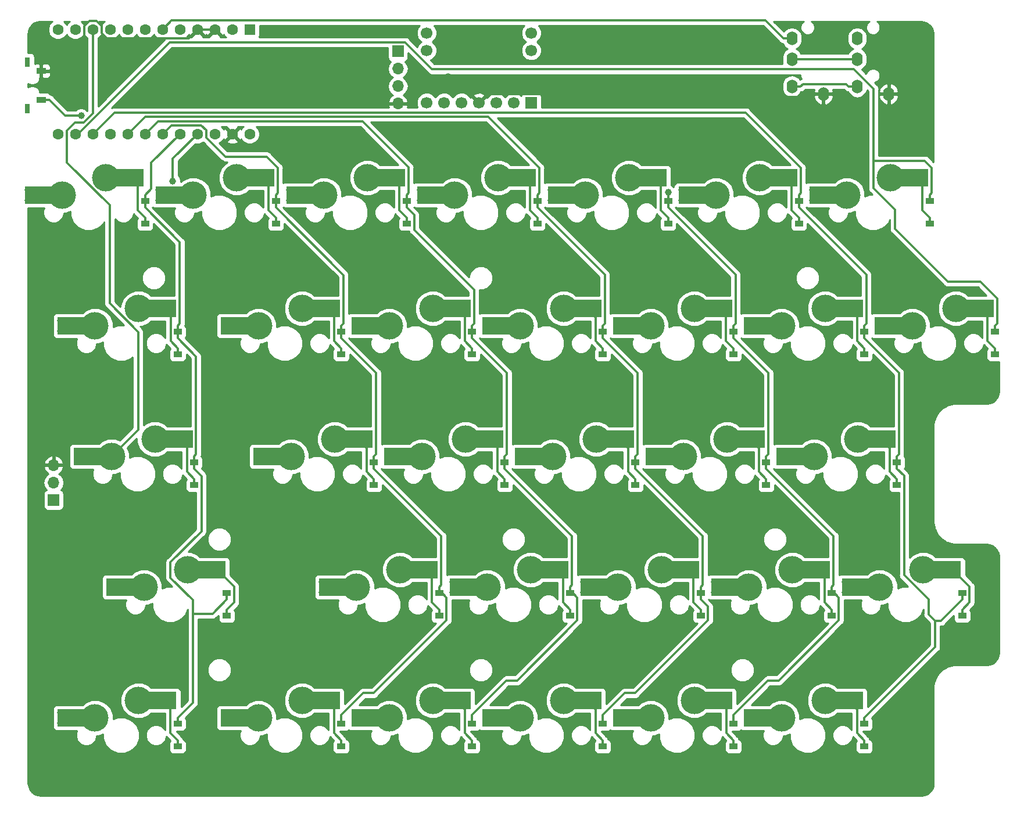
<source format=gbr>
G04 #@! TF.GenerationSoftware,KiCad,Pcbnew,(5.0.0)*
G04 #@! TF.CreationDate,2018-12-18T10:24:29+09:00*
G04 #@! TF.ProjectId,hecomi,6865636F6D692E6B696361645F706362,rev?*
G04 #@! TF.SameCoordinates,Original*
G04 #@! TF.FileFunction,Copper,L2,Bot,Signal*
G04 #@! TF.FilePolarity,Positive*
%FSLAX46Y46*%
G04 Gerber Fmt 4.6, Leading zero omitted, Abs format (unit mm)*
G04 Created by KiCad (PCBNEW (5.0.0)) date 12/18/18 10:24:29*
%MOMM*%
%LPD*%
G01*
G04 APERTURE LIST*
G04 #@! TA.AperFunction,ViaPad*
%ADD10C,4.000000*%
G04 #@! TD*
G04 #@! TA.AperFunction,ViaPad*
%ADD11C,0.800000*%
G04 #@! TD*
G04 #@! TA.AperFunction,Conductor*
%ADD12R,4.500000X2.500000*%
G04 #@! TD*
G04 #@! TA.AperFunction,ComponentPad*
%ADD13O,1.600000X2.000000*%
G04 #@! TD*
G04 #@! TA.AperFunction,SMDPad,CuDef*
%ADD14R,1.200000X0.900000*%
G04 #@! TD*
G04 #@! TA.AperFunction,ComponentPad*
%ADD15O,1.700000X1.700000*%
G04 #@! TD*
G04 #@! TA.AperFunction,ComponentPad*
%ADD16R,1.700000X1.700000*%
G04 #@! TD*
G04 #@! TA.AperFunction,SMDPad,CuDef*
%ADD17R,0.800000X1.450000*%
G04 #@! TD*
G04 #@! TA.AperFunction,SMDPad,CuDef*
%ADD18R,1.470000X0.900000*%
G04 #@! TD*
G04 #@! TA.AperFunction,ComponentPad*
%ADD19C,1.700000*%
G04 #@! TD*
G04 #@! TA.AperFunction,ComponentPad*
%ADD20R,1.600000X1.600000*%
G04 #@! TD*
G04 #@! TA.AperFunction,ComponentPad*
%ADD21C,1.600000*%
G04 #@! TD*
G04 #@! TA.AperFunction,ViaPad*
%ADD22C,1.000000*%
G04 #@! TD*
G04 #@! TA.AperFunction,Conductor*
%ADD23C,0.300000*%
G04 #@! TD*
G04 #@! TA.AperFunction,Conductor*
%ADD24C,0.254000*%
G04 #@! TD*
G04 APERTURE END LIST*
D10*
G04 #@! TO.N,Net-(D22-Pad1)*
G04 #@! TO.C,SW22*
X52546200Y-71120000D03*
G04 #@! TO.N,ROW3*
X46196200Y-73660000D03*
D11*
X41116200Y-72898000D03*
G04 #@! TO.N,Net-(D22-Pad1)*
X57626200Y-70358000D03*
G04 #@! TO.N,ROW3*
X41116200Y-74422000D03*
G04 #@! TO.N,Net-(D22-Pad1)*
X57626200Y-71882000D03*
D12*
G04 #@! TO.N,ROW3*
X42921200Y-73660000D03*
G04 #@! TO.N,Net-(D22-Pad1)*
X55848200Y-71120000D03*
G04 #@! TD*
D10*
G04 #@! TO.N,Net-(D23-Pad1)*
G04 #@! TO.C,SW23*
X83502500Y-71120000D03*
G04 #@! TO.N,ROW3*
X77152500Y-73660000D03*
D11*
X72072500Y-72898000D03*
G04 #@! TO.N,Net-(D23-Pad1)*
X88582500Y-70358000D03*
G04 #@! TO.N,ROW3*
X72072500Y-74422000D03*
G04 #@! TO.N,Net-(D23-Pad1)*
X88582500Y-71882000D03*
D12*
G04 #@! TO.N,ROW3*
X73877500Y-73660000D03*
G04 #@! TO.N,Net-(D23-Pad1)*
X86804500Y-71120000D03*
G04 #@! TD*
D10*
G04 #@! TO.N,Net-(D25-Pad1)*
G04 #@! TO.C,SW25*
X121602000Y-71120000D03*
G04 #@! TO.N,ROW3*
X115252000Y-73660000D03*
D11*
X110172000Y-72898000D03*
G04 #@! TO.N,Net-(D25-Pad1)*
X126682000Y-70358000D03*
G04 #@! TO.N,ROW3*
X110172000Y-74422000D03*
G04 #@! TO.N,Net-(D25-Pad1)*
X126682000Y-71882000D03*
D12*
G04 #@! TO.N,ROW3*
X111977000Y-73660000D03*
G04 #@! TO.N,Net-(D25-Pad1)*
X124904000Y-71120000D03*
G04 #@! TD*
D10*
G04 #@! TO.N,Net-(D26-Pad1)*
G04 #@! TO.C,SW26*
X140652000Y-71120000D03*
G04 #@! TO.N,ROW3*
X134302000Y-73660000D03*
D11*
X129222000Y-72898000D03*
G04 #@! TO.N,Net-(D26-Pad1)*
X145732000Y-70358000D03*
G04 #@! TO.N,ROW3*
X129222000Y-74422000D03*
G04 #@! TO.N,Net-(D26-Pad1)*
X145732000Y-71882000D03*
D12*
G04 #@! TO.N,ROW3*
X131027000Y-73660000D03*
G04 #@! TO.N,Net-(D26-Pad1)*
X143954000Y-71120000D03*
G04 #@! TD*
D10*
G04 #@! TO.N,Net-(D27-Pad1)*
G04 #@! TO.C,SW27*
X159702000Y-71120000D03*
G04 #@! TO.N,ROW3*
X153352000Y-73660000D03*
D11*
X148272000Y-72898000D03*
G04 #@! TO.N,Net-(D27-Pad1)*
X164782000Y-70358000D03*
G04 #@! TO.N,ROW3*
X148272000Y-74422000D03*
G04 #@! TO.N,Net-(D27-Pad1)*
X164782000Y-71882000D03*
D12*
G04 #@! TO.N,ROW3*
X150077000Y-73660000D03*
G04 #@! TO.N,Net-(D27-Pad1)*
X163004000Y-71120000D03*
G04 #@! TD*
D10*
G04 #@! TO.N,Net-(D29-Pad1)*
G04 #@! TO.C,SW29*
X45402500Y-90170000D03*
G04 #@! TO.N,ROW4*
X39052500Y-92710000D03*
D11*
X33972500Y-91948000D03*
G04 #@! TO.N,Net-(D29-Pad1)*
X50482500Y-89408000D03*
G04 #@! TO.N,ROW4*
X33972500Y-93472000D03*
G04 #@! TO.N,Net-(D29-Pad1)*
X50482500Y-90932000D03*
D12*
G04 #@! TO.N,ROW4*
X35777500Y-92710000D03*
G04 #@! TO.N,Net-(D29-Pad1)*
X48704500Y-90170000D03*
G04 #@! TD*
D10*
G04 #@! TO.N,Net-(D30-Pad1)*
G04 #@! TO.C,SW30*
X69215000Y-90170000D03*
G04 #@! TO.N,ROW4*
X62865000Y-92710000D03*
D11*
X57785000Y-91948000D03*
G04 #@! TO.N,Net-(D30-Pad1)*
X74295000Y-89408000D03*
G04 #@! TO.N,ROW4*
X57785000Y-93472000D03*
G04 #@! TO.N,Net-(D30-Pad1)*
X74295000Y-90932000D03*
D12*
G04 #@! TO.N,ROW4*
X59590000Y-92710000D03*
G04 #@! TO.N,Net-(D30-Pad1)*
X72517000Y-90170000D03*
G04 #@! TD*
D10*
G04 #@! TO.N,Net-(D32-Pad1)*
G04 #@! TO.C,SW32*
X107315000Y-90170000D03*
G04 #@! TO.N,ROW4*
X100965000Y-92710000D03*
D11*
X95885000Y-91948000D03*
G04 #@! TO.N,Net-(D32-Pad1)*
X112395000Y-89408000D03*
G04 #@! TO.N,ROW4*
X95885000Y-93472000D03*
G04 #@! TO.N,Net-(D32-Pad1)*
X112395000Y-90932000D03*
D12*
G04 #@! TO.N,ROW4*
X97690000Y-92710000D03*
G04 #@! TO.N,Net-(D32-Pad1)*
X110617000Y-90170000D03*
G04 #@! TD*
D10*
G04 #@! TO.N,Net-(D33-Pad1)*
G04 #@! TO.C,SW33*
X126365000Y-90170000D03*
G04 #@! TO.N,ROW4*
X120015000Y-92710000D03*
D11*
X114935000Y-91948000D03*
G04 #@! TO.N,Net-(D33-Pad1)*
X131445000Y-89408000D03*
G04 #@! TO.N,ROW4*
X114935000Y-93472000D03*
G04 #@! TO.N,Net-(D33-Pad1)*
X131445000Y-90932000D03*
D12*
G04 #@! TO.N,ROW4*
X116740000Y-92710000D03*
G04 #@! TO.N,Net-(D33-Pad1)*
X129667000Y-90170000D03*
G04 #@! TD*
D10*
G04 #@! TO.N,Net-(D34-Pad1)*
G04 #@! TO.C,SW34*
X145415000Y-90170000D03*
G04 #@! TO.N,ROW4*
X139065000Y-92710000D03*
D11*
X133985000Y-91948000D03*
G04 #@! TO.N,Net-(D34-Pad1)*
X150495000Y-89408000D03*
G04 #@! TO.N,ROW4*
X133985000Y-93472000D03*
G04 #@! TO.N,Net-(D34-Pad1)*
X150495000Y-90932000D03*
D12*
G04 #@! TO.N,ROW4*
X135790000Y-92710000D03*
G04 #@! TO.N,Net-(D34-Pad1)*
X148717000Y-90170000D03*
G04 #@! TD*
D10*
G04 #@! TO.N,Net-(D20-Pad1)*
G04 #@! TO.C,SW20*
X150178000Y-52070000D03*
G04 #@! TO.N,ROW2*
X143828000Y-54610000D03*
D11*
X138748000Y-53848000D03*
G04 #@! TO.N,Net-(D20-Pad1)*
X155258000Y-51308000D03*
G04 #@! TO.N,ROW2*
X138748000Y-55372000D03*
G04 #@! TO.N,Net-(D20-Pad1)*
X155258000Y-52832000D03*
D12*
G04 #@! TO.N,ROW2*
X140553000Y-54610000D03*
G04 #@! TO.N,Net-(D20-Pad1)*
X153480000Y-52070000D03*
G04 #@! TD*
D10*
G04 #@! TO.N,Net-(D24-Pad1)*
G04 #@! TO.C,SW24*
X102552000Y-71120000D03*
G04 #@! TO.N,ROW3*
X96202000Y-73660000D03*
D11*
X91122000Y-72898000D03*
G04 #@! TO.N,Net-(D24-Pad1)*
X107632000Y-70358000D03*
G04 #@! TO.N,ROW3*
X91122000Y-74422000D03*
G04 #@! TO.N,Net-(D24-Pad1)*
X107632000Y-71882000D03*
D12*
G04 #@! TO.N,ROW3*
X92927000Y-73660000D03*
G04 #@! TO.N,Net-(D24-Pad1)*
X105854000Y-71120000D03*
G04 #@! TD*
D10*
G04 #@! TO.N,Net-(D2-Pad1)*
G04 #@! TO.C,SW2*
X59690000Y-13970000D03*
G04 #@! TO.N,ROW0*
X53340000Y-16510000D03*
D11*
X48260000Y-15748000D03*
G04 #@! TO.N,Net-(D2-Pad1)*
X64770000Y-13208000D03*
G04 #@! TO.N,ROW0*
X48260000Y-17272000D03*
G04 #@! TO.N,Net-(D2-Pad1)*
X64770000Y-14732000D03*
D12*
G04 #@! TO.N,ROW0*
X50065000Y-16510000D03*
G04 #@! TO.N,Net-(D2-Pad1)*
X62992000Y-13970000D03*
G04 #@! TD*
D10*
G04 #@! TO.N,Net-(D12-Pad1)*
G04 #@! TO.C,SW12*
X126365000Y-33020000D03*
G04 #@! TO.N,ROW1*
X120015000Y-35560000D03*
D11*
X114935000Y-34798000D03*
G04 #@! TO.N,Net-(D12-Pad1)*
X131445000Y-32258000D03*
G04 #@! TO.N,ROW1*
X114935000Y-36322000D03*
G04 #@! TO.N,Net-(D12-Pad1)*
X131445000Y-33782000D03*
D12*
G04 #@! TO.N,ROW1*
X116740000Y-35560000D03*
G04 #@! TO.N,Net-(D12-Pad1)*
X129667000Y-33020000D03*
G04 #@! TD*
D10*
G04 #@! TO.N,Net-(D31-Pad1)*
G04 #@! TO.C,SW31*
X88265000Y-90170000D03*
G04 #@! TO.N,ROW4*
X81915000Y-92710000D03*
D11*
X76835000Y-91948000D03*
G04 #@! TO.N,Net-(D31-Pad1)*
X93345000Y-89408000D03*
G04 #@! TO.N,ROW4*
X76835000Y-93472000D03*
G04 #@! TO.N,Net-(D31-Pad1)*
X93345000Y-90932000D03*
D12*
G04 #@! TO.N,ROW4*
X78640000Y-92710000D03*
G04 #@! TO.N,Net-(D31-Pad1)*
X91567000Y-90170000D03*
G04 #@! TD*
D10*
G04 #@! TO.N,Net-(D3-Pad1)*
G04 #@! TO.C,SW3*
X78740000Y-13970000D03*
G04 #@! TO.N,ROW0*
X72390000Y-16510000D03*
D11*
X67310000Y-15748000D03*
G04 #@! TO.N,Net-(D3-Pad1)*
X83820000Y-13208000D03*
G04 #@! TO.N,ROW0*
X67310000Y-17272000D03*
G04 #@! TO.N,Net-(D3-Pad1)*
X83820000Y-14732000D03*
D12*
G04 #@! TO.N,ROW0*
X69115000Y-16510000D03*
G04 #@! TO.N,Net-(D3-Pad1)*
X82042000Y-13970000D03*
G04 #@! TD*
D10*
G04 #@! TO.N,Net-(D4-Pad1)*
G04 #@! TO.C,SW4*
X97790000Y-13970000D03*
G04 #@! TO.N,ROW0*
X91440000Y-16510000D03*
D11*
X86360000Y-15748000D03*
G04 #@! TO.N,Net-(D4-Pad1)*
X102870000Y-13208000D03*
G04 #@! TO.N,ROW0*
X86360000Y-17272000D03*
G04 #@! TO.N,Net-(D4-Pad1)*
X102870000Y-14732000D03*
D12*
G04 #@! TO.N,ROW0*
X88165000Y-16510000D03*
G04 #@! TO.N,Net-(D4-Pad1)*
X101092000Y-13970000D03*
G04 #@! TD*
D10*
G04 #@! TO.N,Net-(D5-Pad1)*
G04 #@! TO.C,SW5*
X116840000Y-13970000D03*
G04 #@! TO.N,ROW0*
X110490000Y-16510000D03*
D11*
X105410000Y-15748000D03*
G04 #@! TO.N,Net-(D5-Pad1)*
X121920000Y-13208000D03*
G04 #@! TO.N,ROW0*
X105410000Y-17272000D03*
G04 #@! TO.N,Net-(D5-Pad1)*
X121920000Y-14732000D03*
D12*
G04 #@! TO.N,ROW0*
X107215000Y-16510000D03*
G04 #@! TO.N,Net-(D5-Pad1)*
X120142000Y-13970000D03*
G04 #@! TD*
D10*
G04 #@! TO.N,Net-(D7-Pad1)*
G04 #@! TO.C,SW7*
X154940000Y-13970000D03*
G04 #@! TO.N,ROW0*
X148590000Y-16510000D03*
D11*
X143510000Y-15748000D03*
G04 #@! TO.N,Net-(D7-Pad1)*
X160020000Y-13208000D03*
G04 #@! TO.N,ROW0*
X143510000Y-17272000D03*
G04 #@! TO.N,Net-(D7-Pad1)*
X160020000Y-14732000D03*
D12*
G04 #@! TO.N,ROW0*
X145315000Y-16510000D03*
G04 #@! TO.N,Net-(D7-Pad1)*
X158242000Y-13970000D03*
G04 #@! TD*
D10*
G04 #@! TO.N,Net-(D8-Pad1)*
G04 #@! TO.C,SW8*
X45402500Y-33020000D03*
G04 #@! TO.N,ROW1*
X39052500Y-35560000D03*
D11*
X33972500Y-34798000D03*
G04 #@! TO.N,Net-(D8-Pad1)*
X50482500Y-32258000D03*
G04 #@! TO.N,ROW1*
X33972500Y-36322000D03*
G04 #@! TO.N,Net-(D8-Pad1)*
X50482500Y-33782000D03*
D12*
G04 #@! TO.N,ROW1*
X35777500Y-35560000D03*
G04 #@! TO.N,Net-(D8-Pad1)*
X48704500Y-33020000D03*
G04 #@! TD*
D10*
G04 #@! TO.N,Net-(D18-Pad1)*
G04 #@! TO.C,SW18*
X112078000Y-52070000D03*
G04 #@! TO.N,ROW2*
X105728000Y-54610000D03*
D11*
X100648000Y-53848000D03*
G04 #@! TO.N,Net-(D18-Pad1)*
X117158000Y-51308000D03*
G04 #@! TO.N,ROW2*
X100648000Y-55372000D03*
G04 #@! TO.N,Net-(D18-Pad1)*
X117158000Y-52832000D03*
D12*
G04 #@! TO.N,ROW2*
X102453000Y-54610000D03*
G04 #@! TO.N,Net-(D18-Pad1)*
X115380000Y-52070000D03*
G04 #@! TD*
D10*
G04 #@! TO.N,Net-(D10-Pad1)*
G04 #@! TO.C,SW10*
X88265000Y-33020000D03*
G04 #@! TO.N,ROW1*
X81915000Y-35560000D03*
D11*
X76835000Y-34798000D03*
G04 #@! TO.N,Net-(D10-Pad1)*
X93345000Y-32258000D03*
G04 #@! TO.N,ROW1*
X76835000Y-36322000D03*
G04 #@! TO.N,Net-(D10-Pad1)*
X93345000Y-33782000D03*
D12*
G04 #@! TO.N,ROW1*
X78640000Y-35560000D03*
G04 #@! TO.N,Net-(D10-Pad1)*
X91567000Y-33020000D03*
G04 #@! TD*
D10*
G04 #@! TO.N,Net-(D11-Pad1)*
G04 #@! TO.C,SW11*
X107315000Y-33020000D03*
G04 #@! TO.N,ROW1*
X100965000Y-35560000D03*
D11*
X95885000Y-34798000D03*
G04 #@! TO.N,Net-(D11-Pad1)*
X112395000Y-32258000D03*
G04 #@! TO.N,ROW1*
X95885000Y-36322000D03*
G04 #@! TO.N,Net-(D11-Pad1)*
X112395000Y-33782000D03*
D12*
G04 #@! TO.N,ROW1*
X97690000Y-35560000D03*
G04 #@! TO.N,Net-(D11-Pad1)*
X110617000Y-33020000D03*
G04 #@! TD*
D10*
G04 #@! TO.N,Net-(D13-Pad1)*
G04 #@! TO.C,SW13*
X145415000Y-33020000D03*
G04 #@! TO.N,ROW1*
X139065000Y-35560000D03*
D11*
X133985000Y-34798000D03*
G04 #@! TO.N,Net-(D13-Pad1)*
X150495000Y-32258000D03*
G04 #@! TO.N,ROW1*
X133985000Y-36322000D03*
G04 #@! TO.N,Net-(D13-Pad1)*
X150495000Y-33782000D03*
D12*
G04 #@! TO.N,ROW1*
X135790000Y-35560000D03*
G04 #@! TO.N,Net-(D13-Pad1)*
X148717000Y-33020000D03*
G04 #@! TD*
D10*
G04 #@! TO.N,Net-(D14-Pad1)*
G04 #@! TO.C,SW14*
X164465000Y-33020000D03*
G04 #@! TO.N,ROW1*
X158115000Y-35560000D03*
D11*
X153035000Y-34798000D03*
G04 #@! TO.N,Net-(D14-Pad1)*
X169545000Y-32258000D03*
G04 #@! TO.N,ROW1*
X153035000Y-36322000D03*
G04 #@! TO.N,Net-(D14-Pad1)*
X169545000Y-33782000D03*
D12*
G04 #@! TO.N,ROW1*
X154840000Y-35560000D03*
G04 #@! TO.N,Net-(D14-Pad1)*
X167767000Y-33020000D03*
G04 #@! TD*
D10*
G04 #@! TO.N,Net-(D15-Pad1)*
G04 #@! TO.C,SW15*
X47783800Y-52070000D03*
G04 #@! TO.N,ROW2*
X41433800Y-54610000D03*
D11*
X36353800Y-53848000D03*
G04 #@! TO.N,Net-(D15-Pad1)*
X52863800Y-51308000D03*
G04 #@! TO.N,ROW2*
X36353800Y-55372000D03*
G04 #@! TO.N,Net-(D15-Pad1)*
X52863800Y-52832000D03*
D12*
G04 #@! TO.N,ROW2*
X38158800Y-54610000D03*
G04 #@! TO.N,Net-(D15-Pad1)*
X51085800Y-52070000D03*
G04 #@! TD*
D10*
G04 #@! TO.N,Net-(D16-Pad1)*
G04 #@! TO.C,SW16*
X73977500Y-52070000D03*
G04 #@! TO.N,ROW2*
X67627500Y-54610000D03*
D11*
X62547500Y-53848000D03*
G04 #@! TO.N,Net-(D16-Pad1)*
X79057500Y-51308000D03*
G04 #@! TO.N,ROW2*
X62547500Y-55372000D03*
G04 #@! TO.N,Net-(D16-Pad1)*
X79057500Y-52832000D03*
D12*
G04 #@! TO.N,ROW2*
X64352500Y-54610000D03*
G04 #@! TO.N,Net-(D16-Pad1)*
X77279500Y-52070000D03*
G04 #@! TD*
D10*
G04 #@! TO.N,Net-(D17-Pad1)*
G04 #@! TO.C,SW17*
X93027500Y-52070000D03*
G04 #@! TO.N,ROW2*
X86677500Y-54610000D03*
D11*
X81597500Y-53848000D03*
G04 #@! TO.N,Net-(D17-Pad1)*
X98107500Y-51308000D03*
G04 #@! TO.N,ROW2*
X81597500Y-55372000D03*
G04 #@! TO.N,Net-(D17-Pad1)*
X98107500Y-52832000D03*
D12*
G04 #@! TO.N,ROW2*
X83402500Y-54610000D03*
G04 #@! TO.N,Net-(D17-Pad1)*
X96329500Y-52070000D03*
G04 #@! TD*
D10*
G04 #@! TO.N,Net-(D19-Pad1)*
G04 #@! TO.C,SW19*
X131128000Y-52070000D03*
G04 #@! TO.N,ROW2*
X124778000Y-54610000D03*
D11*
X119698000Y-53848000D03*
G04 #@! TO.N,Net-(D19-Pad1)*
X136208000Y-51308000D03*
G04 #@! TO.N,ROW2*
X119698000Y-55372000D03*
G04 #@! TO.N,Net-(D19-Pad1)*
X136208000Y-52832000D03*
D12*
G04 #@! TO.N,ROW2*
X121503000Y-54610000D03*
G04 #@! TO.N,Net-(D19-Pad1)*
X134430000Y-52070000D03*
G04 #@! TD*
D10*
G04 #@! TO.N,Net-(D9-Pad1)*
G04 #@! TO.C,SW9*
X69215000Y-33020000D03*
G04 #@! TO.N,ROW1*
X62865000Y-35560000D03*
D11*
X57785000Y-34798000D03*
G04 #@! TO.N,Net-(D9-Pad1)*
X74295000Y-32258000D03*
G04 #@! TO.N,ROW1*
X57785000Y-36322000D03*
G04 #@! TO.N,Net-(D9-Pad1)*
X74295000Y-33782000D03*
D12*
G04 #@! TO.N,ROW1*
X59590000Y-35560000D03*
G04 #@! TO.N,Net-(D9-Pad1)*
X72517000Y-33020000D03*
G04 #@! TD*
D10*
G04 #@! TO.N,Net-(D6-Pad1)*
G04 #@! TO.C,SW6*
X135890000Y-13970000D03*
G04 #@! TO.N,ROW0*
X129540000Y-16510000D03*
D11*
X124460000Y-15748000D03*
G04 #@! TO.N,Net-(D6-Pad1)*
X140970000Y-13208000D03*
G04 #@! TO.N,ROW0*
X124460000Y-17272000D03*
G04 #@! TO.N,Net-(D6-Pad1)*
X140970000Y-14732000D03*
D12*
G04 #@! TO.N,ROW0*
X126265000Y-16510000D03*
G04 #@! TO.N,Net-(D6-Pad1)*
X139192000Y-13970000D03*
G04 #@! TD*
D10*
G04 #@! TO.N,Net-(D1-Pad1)*
G04 #@! TO.C,SW1*
X40640000Y-13970000D03*
G04 #@! TO.N,ROW0*
X34290000Y-16510000D03*
D11*
X29210000Y-15748000D03*
G04 #@! TO.N,Net-(D1-Pad1)*
X45720000Y-13208000D03*
G04 #@! TO.N,ROW0*
X29210000Y-17272000D03*
G04 #@! TO.N,Net-(D1-Pad1)*
X45720000Y-14732000D03*
D12*
G04 #@! TO.N,ROW0*
X31015000Y-16510000D03*
G04 #@! TO.N,Net-(D1-Pad1)*
X43942000Y-13970000D03*
G04 #@! TD*
D13*
G04 #@! TO.P,J2,1*
G04 #@! TO.N,GND*
X154700000Y-1775000D03*
G04 #@! TO.P,J2,2*
G04 #@! TO.N,VCC*
X150100000Y-675000D03*
G04 #@! TO.P,J2,4*
G04 #@! TO.N,SDA*
X150100000Y6325000D03*
G04 #@! TO.P,J2,3*
G04 #@! TO.N,SCL*
X150100000Y3325000D03*
G04 #@! TD*
G04 #@! TO.P,J3,1*
G04 #@! TO.N,GND*
X145175000Y-1775000D03*
G04 #@! TO.P,J3,2*
G04 #@! TO.N,VCC*
X140575000Y-675000D03*
G04 #@! TO.P,J3,4*
G04 #@! TO.N,SDA*
X140575000Y6325000D03*
G04 #@! TO.P,J3,3*
G04 #@! TO.N,SCL*
X140575000Y3325000D03*
G04 #@! TD*
D14*
G04 #@! TO.P,D1,2*
G04 #@! TO.N,COL0*
X46355000Y-17400000D03*
G04 #@! TO.P,D1,1*
G04 #@! TO.N,Net-(D1-Pad1)*
X46355000Y-20700000D03*
G04 #@! TD*
G04 #@! TO.P,D2,2*
G04 #@! TO.N,COL1*
X65405000Y-17400000D03*
G04 #@! TO.P,D2,1*
G04 #@! TO.N,Net-(D2-Pad1)*
X65405000Y-20700000D03*
G04 #@! TD*
G04 #@! TO.P,D3,2*
G04 #@! TO.N,COL2*
X84455000Y-17400000D03*
G04 #@! TO.P,D3,1*
G04 #@! TO.N,Net-(D3-Pad1)*
X84455000Y-20700000D03*
G04 #@! TD*
G04 #@! TO.P,D4,2*
G04 #@! TO.N,COL3*
X103505000Y-17400000D03*
G04 #@! TO.P,D4,1*
G04 #@! TO.N,Net-(D4-Pad1)*
X103505000Y-20700000D03*
G04 #@! TD*
G04 #@! TO.P,D5,2*
G04 #@! TO.N,COL4*
X122555000Y-17400000D03*
G04 #@! TO.P,D5,1*
G04 #@! TO.N,Net-(D5-Pad1)*
X122555000Y-20700000D03*
G04 #@! TD*
G04 #@! TO.P,D6,2*
G04 #@! TO.N,COL5*
X141605000Y-17400000D03*
G04 #@! TO.P,D6,1*
G04 #@! TO.N,Net-(D6-Pad1)*
X141605000Y-20700000D03*
G04 #@! TD*
G04 #@! TO.P,D7,2*
G04 #@! TO.N,COL6*
X160655000Y-17400000D03*
G04 #@! TO.P,D7,1*
G04 #@! TO.N,Net-(D7-Pad1)*
X160655000Y-20700000D03*
G04 #@! TD*
G04 #@! TO.P,D8,2*
G04 #@! TO.N,COL0*
X51117500Y-36450000D03*
G04 #@! TO.P,D8,1*
G04 #@! TO.N,Net-(D8-Pad1)*
X51117500Y-39750000D03*
G04 #@! TD*
G04 #@! TO.P,D9,2*
G04 #@! TO.N,COL1*
X74930000Y-36450000D03*
G04 #@! TO.P,D9,1*
G04 #@! TO.N,Net-(D9-Pad1)*
X74930000Y-39750000D03*
G04 #@! TD*
G04 #@! TO.P,D10,2*
G04 #@! TO.N,COL2*
X93980000Y-36450000D03*
G04 #@! TO.P,D10,1*
G04 #@! TO.N,Net-(D10-Pad1)*
X93980000Y-39750000D03*
G04 #@! TD*
G04 #@! TO.P,D11,2*
G04 #@! TO.N,COL3*
X113030000Y-36450000D03*
G04 #@! TO.P,D11,1*
G04 #@! TO.N,Net-(D11-Pad1)*
X113030000Y-39750000D03*
G04 #@! TD*
G04 #@! TO.P,D12,2*
G04 #@! TO.N,COL4*
X132080000Y-36450000D03*
G04 #@! TO.P,D12,1*
G04 #@! TO.N,Net-(D12-Pad1)*
X132080000Y-39750000D03*
G04 #@! TD*
G04 #@! TO.P,D13,2*
G04 #@! TO.N,COL5*
X151130000Y-36450000D03*
G04 #@! TO.P,D13,1*
G04 #@! TO.N,Net-(D13-Pad1)*
X151130000Y-39750000D03*
G04 #@! TD*
G04 #@! TO.P,D14,2*
G04 #@! TO.N,COL6*
X170180000Y-36450000D03*
G04 #@! TO.P,D14,1*
G04 #@! TO.N,Net-(D14-Pad1)*
X170180000Y-39750000D03*
G04 #@! TD*
G04 #@! TO.P,D15,2*
G04 #@! TO.N,COL0*
X53498800Y-55500000D03*
G04 #@! TO.P,D15,1*
G04 #@! TO.N,Net-(D15-Pad1)*
X53498800Y-58800000D03*
G04 #@! TD*
G04 #@! TO.P,D16,2*
G04 #@! TO.N,COL1*
X79692500Y-55500000D03*
G04 #@! TO.P,D16,1*
G04 #@! TO.N,Net-(D16-Pad1)*
X79692500Y-58800000D03*
G04 #@! TD*
G04 #@! TO.P,D17,2*
G04 #@! TO.N,COL2*
X98742500Y-55500000D03*
G04 #@! TO.P,D17,1*
G04 #@! TO.N,Net-(D17-Pad1)*
X98742500Y-58800000D03*
G04 #@! TD*
G04 #@! TO.P,D18,2*
G04 #@! TO.N,COL3*
X117792000Y-55500000D03*
G04 #@! TO.P,D18,1*
G04 #@! TO.N,Net-(D18-Pad1)*
X117792000Y-58800000D03*
G04 #@! TD*
G04 #@! TO.P,D19,2*
G04 #@! TO.N,COL4*
X136842000Y-55500000D03*
G04 #@! TO.P,D19,1*
G04 #@! TO.N,Net-(D19-Pad1)*
X136842000Y-58800000D03*
G04 #@! TD*
G04 #@! TO.P,D20,2*
G04 #@! TO.N,COL5*
X155892000Y-55500000D03*
G04 #@! TO.P,D20,1*
G04 #@! TO.N,Net-(D20-Pad1)*
X155892000Y-58800000D03*
G04 #@! TD*
G04 #@! TO.P,D22,2*
G04 #@! TO.N,COL0*
X58261200Y-74550000D03*
G04 #@! TO.P,D22,1*
G04 #@! TO.N,Net-(D22-Pad1)*
X58261200Y-77850000D03*
G04 #@! TD*
G04 #@! TO.P,D23,2*
G04 #@! TO.N,COL1*
X89217500Y-74550000D03*
G04 #@! TO.P,D23,1*
G04 #@! TO.N,Net-(D23-Pad1)*
X89217500Y-77850000D03*
G04 #@! TD*
G04 #@! TO.P,D24,2*
G04 #@! TO.N,COL2*
X108268000Y-74550000D03*
G04 #@! TO.P,D24,1*
G04 #@! TO.N,Net-(D24-Pad1)*
X108268000Y-77850000D03*
G04 #@! TD*
G04 #@! TO.P,D25,2*
G04 #@! TO.N,COL3*
X127318000Y-74550000D03*
G04 #@! TO.P,D25,1*
G04 #@! TO.N,Net-(D25-Pad1)*
X127318000Y-77850000D03*
G04 #@! TD*
G04 #@! TO.P,D26,2*
G04 #@! TO.N,COL4*
X146368000Y-74550000D03*
G04 #@! TO.P,D26,1*
G04 #@! TO.N,Net-(D26-Pad1)*
X146368000Y-77850000D03*
G04 #@! TD*
G04 #@! TO.P,D27,2*
G04 #@! TO.N,COL5*
X165418000Y-74550000D03*
G04 #@! TO.P,D27,1*
G04 #@! TO.N,Net-(D27-Pad1)*
X165418000Y-77850000D03*
G04 #@! TD*
G04 #@! TO.P,D29,2*
G04 #@! TO.N,COL0*
X51117500Y-93600000D03*
G04 #@! TO.P,D29,1*
G04 #@! TO.N,Net-(D29-Pad1)*
X51117500Y-96900000D03*
G04 #@! TD*
G04 #@! TO.P,D30,2*
G04 #@! TO.N,COL1*
X74930000Y-93600000D03*
G04 #@! TO.P,D30,1*
G04 #@! TO.N,Net-(D30-Pad1)*
X74930000Y-96900000D03*
G04 #@! TD*
G04 #@! TO.P,D31,2*
G04 #@! TO.N,COL2*
X93980000Y-93600000D03*
G04 #@! TO.P,D31,1*
G04 #@! TO.N,Net-(D31-Pad1)*
X93980000Y-96900000D03*
G04 #@! TD*
G04 #@! TO.P,D32,2*
G04 #@! TO.N,COL3*
X113030000Y-93600000D03*
G04 #@! TO.P,D32,1*
G04 #@! TO.N,Net-(D32-Pad1)*
X113030000Y-96900000D03*
G04 #@! TD*
G04 #@! TO.P,D33,2*
G04 #@! TO.N,COL4*
X132080000Y-93600000D03*
G04 #@! TO.P,D33,1*
G04 #@! TO.N,Net-(D33-Pad1)*
X132080000Y-96900000D03*
G04 #@! TD*
G04 #@! TO.P,D34,2*
G04 #@! TO.N,COL5*
X151130000Y-93600000D03*
G04 #@! TO.P,D34,1*
G04 #@! TO.N,Net-(D34-Pad1)*
X151130000Y-96900000D03*
G04 #@! TD*
D15*
G04 #@! TO.P,J1,3*
G04 #@! TO.N,GND*
X33020000Y-55880000D03*
G04 #@! TO.P,J1,2*
G04 #@! TO.N,LED*
X33020000Y-58420000D03*
D16*
G04 #@! TO.P,J1,1*
G04 #@! TO.N,VCC*
X33020000Y-60960000D03*
G04 #@! TD*
D17*
G04 #@! TO.P,SW36,*
G04 #@! TO.N,*
X29226000Y2867000D03*
X29226000Y-3883000D03*
D18*
G04 #@! TO.P,SW36,2*
G04 #@! TO.N,GND*
X31211000Y1592000D03*
G04 #@! TO.P,SW36,1*
G04 #@! TO.N,RST*
X31211000Y-2608000D03*
G04 #@! TD*
D19*
G04 #@! TO.P,J4,*
G04 #@! TO.N,*
X102616000Y7112000D03*
X87376000Y7112000D03*
X102616000Y4572000D03*
X87376000Y4572000D03*
G04 #@! TO.P,J4,7*
G04 #@! TO.N,Net-(J4-Pad7)*
X87376000Y-3048000D03*
G04 #@! TO.P,J4,6*
G04 #@! TO.N,Net-(J4-Pad6)*
X89916000Y-3048000D03*
G04 #@! TO.P,J4,5*
G04 #@! TO.N,Net-(J4-Pad5)*
X92456000Y-3048000D03*
G04 #@! TO.P,J4,4*
G04 #@! TO.N,GND*
X94996000Y-3048000D03*
G04 #@! TO.P,J4,3*
G04 #@! TO.N,D+*
X97536000Y-3048000D03*
G04 #@! TO.P,J4,2*
G04 #@! TO.N,D-*
X100076000Y-3048000D03*
D16*
G04 #@! TO.P,J4,1*
G04 #@! TO.N,VBUS*
X102616000Y-3048000D03*
G04 #@! TD*
D20*
G04 #@! TO.P,U1,1*
G04 #@! TO.N,TX*
X61595000Y7620000D03*
D21*
G04 #@! TO.P,U1,2*
G04 #@! TO.N,RX*
X59055000Y7620000D03*
G04 #@! TO.P,U1,3*
G04 #@! TO.N,GND*
X56515000Y7620000D03*
G04 #@! TO.P,U1,4*
X53975000Y7620000D03*
G04 #@! TO.P,U1,5*
G04 #@! TO.N,SCL*
X51435000Y7620000D03*
G04 #@! TO.P,U1,6*
G04 #@! TO.N,SDA*
X48895000Y7620000D03*
G04 #@! TO.P,U1,7*
G04 #@! TO.N,LED*
X46355000Y7620000D03*
G04 #@! TO.P,U1,8*
G04 #@! TO.N,ROW0*
X43815000Y7620000D03*
G04 #@! TO.P,U1,9*
G04 #@! TO.N,ROW1*
X41275000Y7620000D03*
G04 #@! TO.P,U1,10*
G04 #@! TO.N,ROW2*
X38735000Y7620000D03*
G04 #@! TO.P,U1,11*
G04 #@! TO.N,ROW3*
X36195000Y7620000D03*
G04 #@! TO.P,U1,12*
G04 #@! TO.N,ROW4*
X33655000Y7620000D03*
G04 #@! TO.P,U1,13*
G04 #@! TO.N,COL7*
X33655000Y-7620000D03*
G04 #@! TO.P,U1,14*
G04 #@! TO.N,COL6*
X36195000Y-7620000D03*
G04 #@! TO.P,U1,15*
G04 #@! TO.N,COL5*
X38735000Y-7620000D03*
G04 #@! TO.P,U1,16*
G04 #@! TO.N,COL4*
X41275000Y-7620000D03*
G04 #@! TO.P,U1,17*
G04 #@! TO.N,COL3*
X43815000Y-7620000D03*
G04 #@! TO.P,U1,18*
G04 #@! TO.N,COL2*
X46355000Y-7620000D03*
G04 #@! TO.P,U1,19*
G04 #@! TO.N,COL1*
X48895000Y-7620000D03*
G04 #@! TO.P,U1,20*
G04 #@! TO.N,COL0*
X51435000Y-7620000D03*
G04 #@! TO.P,U1,21*
G04 #@! TO.N,VCC*
X53975000Y-7620000D03*
G04 #@! TO.P,U1,22*
G04 #@! TO.N,RST*
X56515000Y-7620000D03*
G04 #@! TO.P,U1,23*
G04 #@! TO.N,GND*
X59055000Y-7620000D03*
G04 #@! TO.P,U1,24*
G04 #@! TO.N,Net-(U1-Pad24)*
X61595000Y-7620000D03*
G04 #@! TD*
D15*
G04 #@! TO.P,J5,4*
G04 #@! TO.N,GND*
X83185000Y-3175000D03*
G04 #@! TO.P,J5,3*
G04 #@! TO.N,D+*
X83185000Y-635000D03*
G04 #@! TO.P,J5,2*
G04 #@! TO.N,D-*
X83185000Y1905000D03*
D16*
G04 #@! TO.P,J5,1*
G04 #@! TO.N,VBUS*
X83185000Y4445000D03*
G04 #@! TD*
D22*
G04 #@! TO.N,COL4*
X122555000Y-16107800D03*
G04 #@! TO.N,VCC*
X50392400Y-14453700D03*
G04 #@! TO.N,GND*
X31052000Y6350000D03*
X34862000Y3048000D03*
X40196000Y4826000D03*
X37148000Y4572000D03*
X42482000Y5588000D03*
X35116000Y-25146000D03*
X90488000Y762000D03*
X48324000Y-41656000D03*
X50610000Y-46736000D03*
X49086000Y-25654000D03*
X42482000Y-21336000D03*
X45022000Y-23876000D03*
X132652000Y4826000D03*
X121984000Y6858000D03*
X111316000Y6858000D03*
X70168000Y7112000D03*
X75756000Y7112000D03*
X92266000Y6858000D03*
X97092000Y6858000D03*
G04 #@! TO.N,RST*
X37037000Y-4943900D03*
G04 #@! TD*
D23*
G04 #@! TO.N,COL0*
X46355000Y-17400000D02*
X46355000Y-16499700D01*
X46355000Y-17400000D02*
X46355000Y-18300300D01*
X46355000Y-18300300D02*
X51404900Y-23350200D01*
X51404900Y-23350200D02*
X51404900Y-35262300D01*
X51404900Y-35262300D02*
X51117500Y-35549700D01*
X51117500Y-36450000D02*
X51117500Y-35549700D01*
X51435000Y-7620000D02*
X47255300Y-11799700D01*
X47255300Y-11799700D02*
X47255300Y-15599400D01*
X47255300Y-15599400D02*
X46355000Y-16499700D01*
X51117500Y-36450000D02*
X51117500Y-37350300D01*
X58261200Y-74550000D02*
X58261200Y-75450300D01*
X53337400Y-77543800D02*
X53337400Y-75555800D01*
X53337400Y-75555800D02*
X50055300Y-72273700D01*
X50055300Y-72273700D02*
X50055300Y-70003000D01*
X50055300Y-70003000D02*
X54558200Y-65500100D01*
X54558200Y-65500100D02*
X54558200Y-57459700D01*
X54558200Y-57459700D02*
X53498800Y-56400300D01*
X51117500Y-92699700D02*
X53337400Y-90479800D01*
X53337400Y-90479800D02*
X53337400Y-77543800D01*
X53337400Y-77543800D02*
X56167700Y-77543800D01*
X56167700Y-77543800D02*
X58261200Y-75450300D01*
X53498800Y-55500000D02*
X53498800Y-56400300D01*
X51117500Y-93600000D02*
X51117500Y-92699700D01*
X53498800Y-55500000D02*
X53498800Y-54599700D01*
X51117500Y-37350300D02*
X53786200Y-40019000D01*
X53786200Y-40019000D02*
X53786200Y-54312300D01*
X53786200Y-54312300D02*
X53498800Y-54599700D01*
G04 #@! TO.N,Net-(D1-Pad1)*
X45303000Y-15149000D02*
X45720000Y-14732000D01*
X46355000Y-19799700D02*
X45303000Y-18747700D01*
X45303000Y-18747700D02*
X45303000Y-15149000D01*
X43942000Y-13970000D02*
X44124000Y-13970000D01*
X44124000Y-13970000D02*
X45303000Y-15149000D01*
X40640000Y-13970000D02*
X43942000Y-13970000D01*
X46355000Y-20700000D02*
X46355000Y-19799700D01*
X45720000Y-14732000D02*
X45720000Y-13208000D01*
G04 #@! TO.N,COL1*
X65405000Y-17400000D02*
X65405000Y-16499700D01*
X48895000Y-7620000D02*
X50162400Y-6352600D01*
X50162400Y-6352600D02*
X54542300Y-6352600D01*
X54542300Y-6352600D02*
X55245000Y-7055300D01*
X55245000Y-7055300D02*
X55245000Y-8118800D01*
X55245000Y-8118800D02*
X58025100Y-10898900D01*
X58025100Y-10898900D02*
X64063800Y-10898900D01*
X64063800Y-10898900D02*
X65692400Y-12527500D01*
X65692400Y-12527500D02*
X65692400Y-16212300D01*
X65692400Y-16212300D02*
X65405000Y-16499700D01*
X74930000Y-36450000D02*
X74930000Y-35549700D01*
X79692500Y-55500000D02*
X79692500Y-54599700D01*
X89217500Y-74099800D02*
X90267900Y-75150200D01*
X90267900Y-75150200D02*
X90267900Y-78486500D01*
X90267900Y-78486500D02*
X79645700Y-89108700D01*
X79645700Y-89108700D02*
X78104200Y-89108700D01*
X78104200Y-89108700D02*
X74930000Y-92282900D01*
X74930000Y-92282900D02*
X74930000Y-93600000D01*
X89217500Y-74099800D02*
X89217500Y-73649700D01*
X89217500Y-74550000D02*
X89217500Y-74099800D01*
X65405000Y-17400000D02*
X65405000Y-18300300D01*
X74930000Y-35549700D02*
X75262800Y-35216900D01*
X75262800Y-35216900D02*
X75262800Y-28158100D01*
X75262800Y-28158100D02*
X65405000Y-18300300D01*
X74930000Y-36900100D02*
X74930000Y-36450000D01*
X74930000Y-36900100D02*
X74930000Y-37350300D01*
X79692500Y-54599700D02*
X80025400Y-54266800D01*
X80025400Y-54266800D02*
X80025400Y-42445700D01*
X80025400Y-42445700D02*
X74930000Y-37350300D01*
X79692500Y-55950100D02*
X79692500Y-55500000D01*
X79692500Y-55950100D02*
X79692500Y-56400300D01*
X89217500Y-73649700D02*
X89504900Y-73362300D01*
X89504900Y-73362300D02*
X89504900Y-66212700D01*
X89504900Y-66212700D02*
X79692500Y-56400300D01*
G04 #@! TO.N,Net-(D2-Pad1)*
X64353000Y-15149000D02*
X64770000Y-14732000D01*
X65405000Y-19799700D02*
X64353000Y-18747700D01*
X64353000Y-18747700D02*
X64353000Y-15149000D01*
X62992000Y-13970000D02*
X63174000Y-13970000D01*
X63174000Y-13970000D02*
X64353000Y-15149000D01*
X59690000Y-13970000D02*
X62992000Y-13970000D01*
X65405000Y-20700000D02*
X65405000Y-19799700D01*
X64770000Y-14732000D02*
X64770000Y-13208000D01*
G04 #@! TO.N,Net-(D3-Pad1)*
X83820000Y-14732000D02*
X83820000Y-13208000D01*
X83403000Y-15149000D02*
X83820000Y-14732000D01*
X82042000Y-13970000D02*
X78740000Y-13970000D01*
X83403000Y-15149000D02*
X82224000Y-13970000D01*
X82224000Y-13970000D02*
X82042000Y-13970000D01*
X84455000Y-19799700D02*
X83403000Y-18747700D01*
X83403000Y-18747700D02*
X83403000Y-15149000D01*
X84455000Y-20700000D02*
X84455000Y-19799700D01*
G04 #@! TO.N,COL2*
X84455000Y-17400000D02*
X84455000Y-16499700D01*
X46355000Y-7620000D02*
X48229200Y-5745800D01*
X48229200Y-5745800D02*
X78002900Y-5745800D01*
X78002900Y-5745800D02*
X84742400Y-12485300D01*
X84742400Y-12485300D02*
X84742400Y-16212300D01*
X84742400Y-16212300D02*
X84455000Y-16499700D01*
X93980000Y-35549700D02*
X94267400Y-35262300D01*
X94267400Y-35262300D02*
X94267400Y-30312800D01*
X94267400Y-30312800D02*
X85555000Y-21600400D01*
X85555000Y-21600400D02*
X85555000Y-19400300D01*
X85555000Y-19400300D02*
X84455000Y-18300300D01*
X93980000Y-36450000D02*
X93980000Y-35549700D01*
X93980000Y-36900100D02*
X93980000Y-36450000D01*
X84455000Y-17400000D02*
X84455000Y-18300300D01*
X98742500Y-55500000D02*
X98742500Y-54599700D01*
X108268000Y-74099800D02*
X109318400Y-75150200D01*
X109318400Y-75150200D02*
X109318400Y-78513700D01*
X109318400Y-78513700D02*
X100556700Y-87275400D01*
X100556700Y-87275400D02*
X98987500Y-87275400D01*
X98987500Y-87275400D02*
X93980000Y-92282900D01*
X93980000Y-92282900D02*
X93980000Y-93600000D01*
X108268000Y-74099800D02*
X108268000Y-73649700D01*
X108268000Y-74550000D02*
X108268000Y-74099800D01*
X93980000Y-36900100D02*
X93980000Y-37350300D01*
X98742500Y-54599700D02*
X99075400Y-54266800D01*
X99075400Y-54266800D02*
X99075400Y-42445700D01*
X99075400Y-42445700D02*
X93980000Y-37350300D01*
X98742500Y-55950100D02*
X98742500Y-55500000D01*
X98742500Y-55950100D02*
X98742500Y-56400300D01*
X108268000Y-73649700D02*
X108554400Y-73363300D01*
X108554400Y-73363300D02*
X108554400Y-66212200D01*
X108554400Y-66212200D02*
X98742500Y-56400300D01*
G04 #@! TO.N,COL3*
X103505000Y-17400000D02*
X103505000Y-16499700D01*
X43815000Y-7620000D02*
X46342700Y-5092300D01*
X46342700Y-5092300D02*
X96359900Y-5092300D01*
X96359900Y-5092300D02*
X103792400Y-12524800D01*
X103792400Y-12524800D02*
X103792400Y-16212300D01*
X103792400Y-16212300D02*
X103505000Y-16499700D01*
X127318000Y-74550000D02*
X127318000Y-75450300D01*
X127318000Y-75450300D02*
X128368400Y-76500700D01*
X128368400Y-76500700D02*
X128368400Y-78486500D01*
X128368400Y-78486500D02*
X117746200Y-89108700D01*
X117746200Y-89108700D02*
X116204200Y-89108700D01*
X116204200Y-89108700D02*
X113030000Y-92282900D01*
X113030000Y-92282900D02*
X113030000Y-93600000D01*
X127318000Y-74099800D02*
X127318000Y-74550000D01*
X117792000Y-55500000D02*
X117792000Y-54599700D01*
X113030000Y-36450000D02*
X113030000Y-35549700D01*
X103505000Y-17400000D02*
X103505000Y-18300300D01*
X103505000Y-18300300D02*
X113317400Y-28112700D01*
X113317400Y-28112700D02*
X113317400Y-35262300D01*
X113317400Y-35262300D02*
X113030000Y-35549700D01*
X127318000Y-74099800D02*
X127318000Y-73649700D01*
X113030000Y-36900100D02*
X113030000Y-36450000D01*
X113030000Y-36900100D02*
X113030000Y-37350300D01*
X117792000Y-54599700D02*
X118125300Y-54266400D01*
X118125300Y-54266400D02*
X118125300Y-42445600D01*
X118125300Y-42445600D02*
X113030000Y-37350300D01*
X117792000Y-55950100D02*
X117792000Y-55500000D01*
X117792000Y-55950100D02*
X117792000Y-56400300D01*
X127318000Y-73649700D02*
X127604400Y-73363300D01*
X127604400Y-73363300D02*
X127604400Y-66212700D01*
X127604400Y-66212700D02*
X117792000Y-56400300D01*
G04 #@! TO.N,Net-(D4-Pad1)*
X101092000Y-13970000D02*
X97790000Y-13970000D01*
X101923500Y-13970000D02*
X101092000Y-13970000D01*
X101923500Y-13970000D02*
X103055200Y-13970000D01*
X102870000Y-14732000D02*
X103055200Y-14546800D01*
X103055200Y-14546800D02*
X103055200Y-13970000D01*
X103505000Y-19799700D02*
X102432900Y-18727600D01*
X102432900Y-18727600D02*
X102432900Y-15169100D01*
X102432900Y-15169100D02*
X102870000Y-14732000D01*
X102870000Y-13208000D02*
X103055200Y-13393200D01*
X103055200Y-13393200D02*
X103055200Y-13970000D01*
X103505000Y-20700000D02*
X103505000Y-19799700D01*
G04 #@! TO.N,Net-(D5-Pad1)*
X121920000Y-14732000D02*
X121504600Y-15147400D01*
X121504600Y-15147400D02*
X121504600Y-18749300D01*
X121504600Y-18749300D02*
X122555000Y-19799700D01*
X121920000Y-13970000D02*
X121920000Y-13208000D01*
X121920000Y-14732000D02*
X121920000Y-13970000D01*
X120142000Y-13970000D02*
X121920000Y-13970000D01*
X116840000Y-13970000D02*
X120142000Y-13970000D01*
X122555000Y-20700000D02*
X122555000Y-19799700D01*
G04 #@! TO.N,COL4*
X122555000Y-16499700D02*
X122555000Y-16107800D01*
X122555000Y-17400000D02*
X122555000Y-16499700D01*
X122555000Y-17400000D02*
X122555000Y-18300300D01*
X132080000Y-35549700D02*
X132367400Y-35262300D01*
X132367400Y-35262300D02*
X132367400Y-28112700D01*
X132367400Y-28112700D02*
X122555000Y-18300300D01*
X132080000Y-36450000D02*
X132080000Y-35549700D01*
X132080000Y-36900100D02*
X132080000Y-36450000D01*
X136842000Y-55500000D02*
X136842000Y-54599700D01*
X146368000Y-74099800D02*
X147418400Y-75150200D01*
X147418400Y-75150200D02*
X147418400Y-78513700D01*
X147418400Y-78513700D02*
X138656700Y-87275400D01*
X138656700Y-87275400D02*
X137087500Y-87275400D01*
X137087500Y-87275400D02*
X132080000Y-92282900D01*
X132080000Y-92282900D02*
X132080000Y-93600000D01*
X146368000Y-74099800D02*
X146368000Y-73649700D01*
X146368000Y-74550000D02*
X146368000Y-74099800D01*
X132080000Y-36900100D02*
X132080000Y-37350300D01*
X136842000Y-54599700D02*
X137175300Y-54266400D01*
X137175300Y-54266400D02*
X137175300Y-42445600D01*
X137175300Y-42445600D02*
X132080000Y-37350300D01*
X136842000Y-55950100D02*
X136842000Y-55500000D01*
X136842000Y-55950100D02*
X136842000Y-56400300D01*
X146368000Y-73649700D02*
X146658600Y-73359100D01*
X146658600Y-73359100D02*
X146658600Y-66216900D01*
X146658600Y-66216900D02*
X136842000Y-56400300D01*
G04 #@! TO.N,COL5*
X141605000Y-17400000D02*
X141605000Y-16499700D01*
X38735000Y-7620000D02*
X41863100Y-4491900D01*
X41863100Y-4491900D02*
X133850900Y-4491900D01*
X133850900Y-4491900D02*
X141892400Y-12533400D01*
X141892400Y-12533400D02*
X141892400Y-16212300D01*
X141892400Y-16212300D02*
X141605000Y-16499700D01*
X155892000Y-55500000D02*
X155892000Y-56400300D01*
X161440200Y-78572900D02*
X160493300Y-77626000D01*
X160493300Y-77626000D02*
X160493300Y-75465500D01*
X160493300Y-75465500D02*
X156942400Y-71914600D01*
X156942400Y-71914600D02*
X156942400Y-57450700D01*
X156942400Y-57450700D02*
X155892000Y-56400300D01*
X161440200Y-78572900D02*
X162295400Y-78572900D01*
X162295400Y-78572900D02*
X165418000Y-75450300D01*
X151130000Y-92699700D02*
X161440200Y-82389500D01*
X161440200Y-82389500D02*
X161440200Y-78572900D01*
X151130000Y-36450000D02*
X151130000Y-37350300D01*
X151130000Y-36450000D02*
X151130000Y-35549700D01*
X151130000Y-35549700D02*
X151417400Y-35262300D01*
X151417400Y-35262300D02*
X151417400Y-28112700D01*
X151417400Y-28112700D02*
X141605000Y-18300300D01*
X151130000Y-37350300D02*
X156180400Y-42400700D01*
X156180400Y-42400700D02*
X156180400Y-54311300D01*
X156180400Y-54311300D02*
X155892000Y-54599700D01*
X155892000Y-55500000D02*
X155892000Y-54599700D01*
X151130000Y-93600000D02*
X151130000Y-92699700D01*
X141605000Y-17400000D02*
X141605000Y-18300300D01*
X165418000Y-74550000D02*
X165418000Y-75450300D01*
G04 #@! TO.N,Net-(D6-Pad1)*
X140526800Y-15175200D02*
X140970000Y-14732000D01*
X141605000Y-19799700D02*
X140526800Y-18721500D01*
X140526800Y-18721500D02*
X140526800Y-15175200D01*
X139192000Y-13970000D02*
X139321600Y-13970000D01*
X139321600Y-13970000D02*
X140526800Y-15175200D01*
X135890000Y-13970000D02*
X139192000Y-13970000D01*
X141605000Y-20700000D02*
X141605000Y-19799700D01*
X140970000Y-14732000D02*
X140970000Y-13208000D01*
G04 #@! TO.N,Net-(D7-Pad1)*
X158242000Y-13970000D02*
X160020000Y-13970000D01*
X154940000Y-13970000D02*
X158242000Y-13970000D01*
X160020000Y-13970000D02*
X160020000Y-13208000D01*
X160020000Y-14732000D02*
X160020000Y-13970000D01*
X160655000Y-19799700D02*
X159603000Y-18747700D01*
X159603000Y-18747700D02*
X159603000Y-15149000D01*
X159603000Y-15149000D02*
X160020000Y-14732000D01*
X160655000Y-20700000D02*
X160655000Y-19799700D01*
G04 #@! TO.N,COL6*
X36195000Y-7620000D02*
X36553800Y-7620000D01*
X36553800Y-7620000D02*
X49919200Y5745400D01*
X49919200Y5745400D02*
X84238200Y5745400D01*
X84238200Y5745400D02*
X88147000Y1836600D01*
X88147000Y1836600D02*
X149625500Y1836600D01*
X149625500Y1836600D02*
X152475600Y-1013500D01*
X152475600Y-1013500D02*
X152475600Y-11518600D01*
X152475600Y-11518600D02*
X152475600Y-15495400D01*
X152475600Y-15495400D02*
X155605900Y-18625700D01*
X155605900Y-18625700D02*
X155605900Y-21432600D01*
X155605900Y-21432600D02*
X163295200Y-29121900D01*
X163295200Y-29121900D02*
X168010300Y-29121900D01*
X168010300Y-29121900D02*
X170467400Y-31579000D01*
X170467400Y-31579000D02*
X170467400Y-35262300D01*
X170467400Y-35262300D02*
X170180000Y-35549700D01*
X160655000Y-16499700D02*
X160942400Y-16212300D01*
X160942400Y-16212300D02*
X160942400Y-12508400D01*
X160942400Y-12508400D02*
X159952600Y-11518600D01*
X159952600Y-11518600D02*
X152475600Y-11518600D01*
X170180000Y-36450000D02*
X170180000Y-35549700D01*
X160655000Y-17400000D02*
X160655000Y-16499700D01*
G04 #@! TO.N,Net-(D8-Pad1)*
X50065500Y-34199000D02*
X50482500Y-33782000D01*
X51117500Y-38849700D02*
X50065500Y-37797700D01*
X50065500Y-37797700D02*
X50065500Y-34199000D01*
X48704500Y-33020000D02*
X48886500Y-33020000D01*
X48886500Y-33020000D02*
X50065500Y-34199000D01*
X45402500Y-33020000D02*
X48704500Y-33020000D01*
X51117500Y-39750000D02*
X51117500Y-38849700D01*
X50482500Y-33782000D02*
X50482500Y-32258000D01*
G04 #@! TO.N,Net-(D9-Pad1)*
X74295000Y-33782000D02*
X73533000Y-33020000D01*
X74930000Y-38849700D02*
X73877700Y-37797400D01*
X73877700Y-37797400D02*
X73877700Y-34199300D01*
X73877700Y-34199300D02*
X74295000Y-33782000D01*
X73533000Y-33020000D02*
X74295000Y-32258000D01*
X73529700Y-33020000D02*
X73533000Y-33020000D01*
X74930000Y-39750000D02*
X74930000Y-38849700D01*
X73192100Y-33020000D02*
X73529700Y-33020000D01*
X72517000Y-33020000D02*
X69215000Y-33020000D01*
X73192100Y-33020000D02*
X72517000Y-33020000D01*
G04 #@! TO.N,Net-(D10-Pad1)*
X93980000Y-39750000D02*
X93980000Y-38849700D01*
X93980000Y-38849700D02*
X92928000Y-37797700D01*
X92928000Y-37797700D02*
X92928000Y-34199000D01*
X92928000Y-34199000D02*
X93345000Y-33782000D01*
X91567000Y-33020000D02*
X88265000Y-33020000D01*
X92242100Y-33020000D02*
X91567000Y-33020000D01*
X92242100Y-33020000D02*
X92917200Y-33020000D01*
X92917200Y-33020000D02*
X93345000Y-32592200D01*
X93345000Y-32592200D02*
X93345000Y-32258000D01*
X92917200Y-33020000D02*
X93345000Y-33447800D01*
X93345000Y-33447800D02*
X93345000Y-33782000D01*
G04 #@! TO.N,Net-(D11-Pad1)*
X107315000Y-33020000D02*
X110617000Y-33020000D01*
X112395000Y-33782000D02*
X112395000Y-32258000D01*
X111978000Y-34199000D02*
X112395000Y-33782000D01*
X113030000Y-38849700D02*
X111978000Y-37797700D01*
X111978000Y-37797700D02*
X111978000Y-34199000D01*
X111978000Y-34199000D02*
X111796000Y-34199000D01*
X111796000Y-34199000D02*
X110617000Y-33020000D01*
X113030000Y-39750000D02*
X113030000Y-38849700D01*
G04 #@! TO.N,Net-(D12-Pad1)*
X131445000Y-33782000D02*
X130683000Y-33020000D01*
X130683000Y-33020000D02*
X131445000Y-32258000D01*
X130679700Y-33020000D02*
X130683000Y-33020000D01*
X132080000Y-38849700D02*
X131001800Y-37771500D01*
X131001800Y-37771500D02*
X131001800Y-34225200D01*
X131001800Y-34225200D02*
X131445000Y-33782000D01*
X130342100Y-33020000D02*
X130679700Y-33020000D01*
X132080000Y-39750000D02*
X132080000Y-38849700D01*
X129667000Y-33020000D02*
X126365000Y-33020000D01*
X130342100Y-33020000D02*
X129667000Y-33020000D01*
G04 #@! TO.N,Net-(D13-Pad1)*
X148717000Y-33020000D02*
X145415000Y-33020000D01*
X150078000Y-34199000D02*
X148899000Y-33020000D01*
X148899000Y-33020000D02*
X148717000Y-33020000D01*
X150495000Y-33782000D02*
X150495000Y-32258000D01*
X150078000Y-34199000D02*
X150495000Y-33782000D01*
X151130000Y-38849700D02*
X150078000Y-37797700D01*
X150078000Y-37797700D02*
X150078000Y-34199000D01*
X151130000Y-39750000D02*
X151130000Y-38849700D01*
G04 #@! TO.N,Net-(D14-Pad1)*
X167767000Y-33020000D02*
X169545000Y-33020000D01*
X164465000Y-33020000D02*
X167767000Y-33020000D01*
X169545000Y-33020000D02*
X169545000Y-32258000D01*
X169545000Y-33782000D02*
X169545000Y-33020000D01*
X170180000Y-38849700D02*
X169101800Y-37771500D01*
X169101800Y-37771500D02*
X169101800Y-34225200D01*
X169101800Y-34225200D02*
X169545000Y-33782000D01*
X170180000Y-39750000D02*
X170180000Y-38849700D01*
G04 #@! TO.N,Net-(D15-Pad1)*
X52446800Y-53249000D02*
X52863800Y-52832000D01*
X53498800Y-57899700D02*
X52446800Y-56847700D01*
X52446800Y-56847700D02*
X52446800Y-53249000D01*
X51085800Y-52070000D02*
X51267800Y-52070000D01*
X51267800Y-52070000D02*
X52446800Y-53249000D01*
X47783800Y-52070000D02*
X51085800Y-52070000D01*
X53498800Y-58800000D02*
X53498800Y-57899700D01*
X52863800Y-52832000D02*
X52863800Y-51308000D01*
G04 #@! TO.N,Net-(D16-Pad1)*
X77279500Y-52070000D02*
X73977500Y-52070000D01*
X78614300Y-53275200D02*
X78484700Y-53275200D01*
X78484700Y-53275200D02*
X77279500Y-52070000D01*
X79057500Y-52832000D02*
X79057500Y-51308000D01*
X78614300Y-53275200D02*
X79057500Y-52832000D01*
X79692500Y-57899700D02*
X78614300Y-56821500D01*
X78614300Y-56821500D02*
X78614300Y-53275200D01*
X79692500Y-58800000D02*
X79692500Y-57899700D01*
G04 #@! TO.N,Net-(D17-Pad1)*
X96329500Y-52070000D02*
X93027500Y-52070000D01*
X97664300Y-53275200D02*
X96459100Y-52070000D01*
X96459100Y-52070000D02*
X96329500Y-52070000D01*
X97664300Y-53275200D02*
X98107500Y-52832000D01*
X98742500Y-57899700D02*
X97664300Y-56821500D01*
X97664300Y-56821500D02*
X97664300Y-53275200D01*
X98742500Y-58800000D02*
X98742500Y-57899700D01*
G04 #@! TO.N,Net-(D18-Pad1)*
X117158000Y-52832000D02*
X117158000Y-51308000D01*
X116714600Y-53275400D02*
X117158000Y-52832000D01*
X112078000Y-52070000D02*
X115380000Y-52070000D01*
X117792000Y-57899700D02*
X116714600Y-56822300D01*
X116714600Y-56822300D02*
X116714600Y-53275400D01*
X116714600Y-53275400D02*
X116585400Y-53275400D01*
X116585400Y-53275400D02*
X115380000Y-52070000D01*
X117792000Y-58800000D02*
X117792000Y-57899700D01*
G04 #@! TO.N,Net-(D19-Pad1)*
X131128000Y-52070000D02*
X134430000Y-52070000D01*
X136208000Y-52832000D02*
X136208000Y-51308000D01*
X135791000Y-53249000D02*
X136208000Y-52832000D01*
X136842000Y-57899700D02*
X135791000Y-56848700D01*
X135791000Y-56848700D02*
X135791000Y-53249000D01*
X135791000Y-53249000D02*
X135609000Y-53249000D01*
X135609000Y-53249000D02*
X134430000Y-52070000D01*
X136842000Y-58800000D02*
X136842000Y-57899700D01*
G04 #@! TO.N,Net-(D20-Pad1)*
X150178000Y-52070000D02*
X153480000Y-52070000D01*
X155258000Y-52832000D02*
X155258000Y-51308000D01*
X154814600Y-53275400D02*
X155258000Y-52832000D01*
X155892000Y-57899700D02*
X154814600Y-56822300D01*
X154814600Y-56822300D02*
X154814600Y-53275400D01*
X154814600Y-53275400D02*
X154685400Y-53275400D01*
X154685400Y-53275400D02*
X153480000Y-52070000D01*
X155892000Y-58800000D02*
X155892000Y-57899700D01*
G04 #@! TO.N,Net-(D22-Pad1)*
X58261200Y-77850000D02*
X58261200Y-76949700D01*
X58261200Y-76949700D02*
X59311600Y-75899300D01*
X59311600Y-75899300D02*
X59311600Y-73567400D01*
X59311600Y-73567400D02*
X57626200Y-71882000D01*
X57626200Y-71120000D02*
X57626200Y-70358000D01*
X57626200Y-71882000D02*
X57626200Y-71120000D01*
X57626200Y-71120000D02*
X55848200Y-71120000D01*
X52546200Y-71120000D02*
X55848200Y-71120000D01*
G04 #@! TO.N,Net-(D23-Pad1)*
X86804500Y-71120000D02*
X83502500Y-71120000D01*
X88582500Y-71120000D02*
X86804500Y-71120000D01*
X89217500Y-77850000D02*
X89217500Y-76949700D01*
X89217500Y-76949700D02*
X88139300Y-75871500D01*
X88139300Y-75871500D02*
X88139300Y-72325200D01*
X88139300Y-72325200D02*
X88582500Y-71882000D01*
X88582500Y-71120000D02*
X88582500Y-70358000D01*
X88582500Y-71882000D02*
X88582500Y-71120000D01*
G04 #@! TO.N,Net-(D24-Pad1)*
X107632000Y-71882000D02*
X107632000Y-70358000D01*
X107215100Y-72298900D02*
X107632000Y-71882000D01*
X105854000Y-71120000D02*
X102552000Y-71120000D01*
X107215100Y-72298900D02*
X106036200Y-71120000D01*
X106036200Y-71120000D02*
X105854000Y-71120000D01*
X108268000Y-76949700D02*
X107215100Y-75896800D01*
X107215100Y-75896800D02*
X107215100Y-72298900D01*
X108268000Y-77850000D02*
X108268000Y-76949700D01*
G04 #@! TO.N,Net-(D25-Pad1)*
X126239100Y-72324900D02*
X126682000Y-71882000D01*
X127318000Y-76949700D02*
X126239100Y-75870800D01*
X126239100Y-75870800D02*
X126239100Y-72324900D01*
X124904000Y-71120000D02*
X125034200Y-71120000D01*
X125034200Y-71120000D02*
X126239100Y-72324900D01*
X121602000Y-71120000D02*
X124904000Y-71120000D01*
X127318000Y-77850000D02*
X127318000Y-76949700D01*
X126682000Y-71882000D02*
X126682000Y-70358000D01*
G04 #@! TO.N,Net-(D26-Pad1)*
X143954000Y-71120000D02*
X140652000Y-71120000D01*
X145315100Y-72298900D02*
X144136200Y-71120000D01*
X144136200Y-71120000D02*
X143954000Y-71120000D01*
X145315100Y-72298900D02*
X145732000Y-71882000D01*
X146368000Y-76949700D02*
X145315100Y-75896800D01*
X145315100Y-75896800D02*
X145315100Y-72298900D01*
X146368000Y-77850000D02*
X146368000Y-76949700D01*
X145732000Y-71882000D02*
X145732000Y-70358000D01*
G04 #@! TO.N,Net-(D27-Pad1)*
X163004000Y-71120000D02*
X159702000Y-71120000D01*
X164782000Y-71120000D02*
X163004000Y-71120000D01*
X164782000Y-71120000D02*
X164782000Y-70358000D01*
X164782000Y-71882000D02*
X164782000Y-71120000D01*
X165418000Y-76949700D02*
X166468400Y-75899300D01*
X166468400Y-75899300D02*
X166468400Y-73568400D01*
X166468400Y-73568400D02*
X164782000Y-71882000D01*
X165418000Y-77850000D02*
X165418000Y-76949700D01*
G04 #@! TO.N,Net-(D29-Pad1)*
X50039300Y-91375200D02*
X50482500Y-90932000D01*
X51117500Y-95999700D02*
X50039300Y-94921500D01*
X50039300Y-94921500D02*
X50039300Y-91375200D01*
X48704500Y-90170000D02*
X48834100Y-90170000D01*
X48834100Y-90170000D02*
X50039300Y-91375200D01*
X45402500Y-90170000D02*
X48704500Y-90170000D01*
X51117500Y-96900000D02*
X51117500Y-95999700D01*
X50482500Y-90932000D02*
X50482500Y-89408000D01*
G04 #@! TO.N,Net-(D30-Pad1)*
X74930000Y-96900000D02*
X74930000Y-95999700D01*
X74930000Y-95999700D02*
X73854600Y-94924300D01*
X73854600Y-94924300D02*
X73854600Y-91372400D01*
X73854600Y-91372400D02*
X74295000Y-90932000D01*
X74295000Y-90932000D02*
X73533000Y-90170000D01*
X73533000Y-90170000D02*
X74295000Y-89408000D01*
X73529700Y-90170000D02*
X73533000Y-90170000D01*
X73192100Y-90170000D02*
X73529700Y-90170000D01*
X72517000Y-90170000D02*
X69215000Y-90170000D01*
X73192100Y-90170000D02*
X72517000Y-90170000D01*
G04 #@! TO.N,Net-(D31-Pad1)*
X93345000Y-90932000D02*
X93345000Y-89408000D01*
X92918300Y-91358700D02*
X93345000Y-90932000D01*
X88265000Y-90170000D02*
X91567000Y-90170000D01*
X93980000Y-95999700D02*
X92918300Y-94938000D01*
X92918300Y-94938000D02*
X92918300Y-91358700D01*
X92918300Y-91358700D02*
X92755700Y-91358700D01*
X92755700Y-91358700D02*
X91567000Y-90170000D01*
X93980000Y-96900000D02*
X93980000Y-95999700D01*
G04 #@! TO.N,Net-(D32-Pad1)*
X112395000Y-90932000D02*
X112395000Y-89408000D01*
X111968300Y-91358700D02*
X112395000Y-90932000D01*
X107315000Y-90170000D02*
X110617000Y-90170000D01*
X113030000Y-95999700D02*
X111968300Y-94938000D01*
X111968300Y-94938000D02*
X111968300Y-91358700D01*
X111968300Y-91358700D02*
X111805700Y-91358700D01*
X111805700Y-91358700D02*
X110617000Y-90170000D01*
X113030000Y-96900000D02*
X113030000Y-95999700D01*
G04 #@! TO.N,Net-(D33-Pad1)*
X132080000Y-96900000D02*
X132080000Y-95999700D01*
X132080000Y-95999700D02*
X131003100Y-94922800D01*
X131003100Y-94922800D02*
X131003100Y-91373900D01*
X131003100Y-91373900D02*
X131445000Y-90932000D01*
X131445000Y-90932000D02*
X130683000Y-90170000D01*
X130683000Y-90170000D02*
X131445000Y-89408000D01*
X130679700Y-90170000D02*
X130683000Y-90170000D01*
X130342100Y-90170000D02*
X130679700Y-90170000D01*
X129667000Y-90170000D02*
X126365000Y-90170000D01*
X130342100Y-90170000D02*
X129667000Y-90170000D01*
G04 #@! TO.N,Net-(D34-Pad1)*
X145415000Y-90170000D02*
X148717000Y-90170000D01*
X150495000Y-90932000D02*
X150495000Y-89408000D01*
X150073500Y-91353500D02*
X150495000Y-90932000D01*
X151130000Y-95999700D02*
X150073500Y-94943200D01*
X150073500Y-94943200D02*
X150073500Y-91353500D01*
X150073500Y-91353500D02*
X149900500Y-91353500D01*
X149900500Y-91353500D02*
X148717000Y-90170000D01*
X151130000Y-96900000D02*
X151130000Y-95999700D01*
G04 #@! TO.N,VCC*
X53975000Y-7620000D02*
X50392400Y-11202600D01*
X50392400Y-11202600D02*
X50392400Y-14453700D01*
X150100000Y-675000D02*
X148849700Y-675000D01*
X140575000Y-675000D02*
X141825300Y-675000D01*
X141825300Y-675000D02*
X142190100Y-310200D01*
X142190100Y-310200D02*
X148484900Y-310200D01*
X148484900Y-310200D02*
X148849700Y-675000D01*
G04 #@! TO.N,GND*
X145175000Y-1775000D02*
X143924700Y-1775000D01*
X94996000Y-3048000D02*
X96296400Y-1747600D01*
X96296400Y-1747600D02*
X139049200Y-1747600D01*
X139049200Y-1747600D02*
X139466900Y-2165300D01*
X139466900Y-2165300D02*
X143534400Y-2165300D01*
X143534400Y-2165300D02*
X143924700Y-1775000D01*
X53975000Y7620000D02*
X52707500Y6352500D01*
X52707500Y6352500D02*
X40760300Y6352500D01*
X40760300Y6352500D02*
X40005000Y7107800D01*
X40005000Y7107800D02*
X40005000Y8139900D01*
X40005000Y8139900D02*
X39269600Y8875300D01*
X39269600Y8875300D02*
X38214900Y8875300D01*
X38214900Y8875300D02*
X37465000Y8125400D01*
X37465000Y8125400D02*
X37465000Y6660700D01*
X37465000Y6660700D02*
X32396300Y1592000D01*
X56515000Y7620000D02*
X53975000Y7620000D01*
X31211000Y1592000D02*
X32396300Y1592000D01*
G04 #@! TO.N,SDA*
X140575000Y6325000D02*
X139324700Y6325000D01*
X48895000Y7620000D02*
X50225900Y8950900D01*
X50225900Y8950900D02*
X136698800Y8950900D01*
X136698800Y8950900D02*
X139324700Y6325000D01*
G04 #@! TO.N,SCL*
X140575000Y3325000D02*
X150100000Y3325000D01*
G04 #@! TO.N,ROW0*
X124460000Y-16510000D02*
X124460000Y-17272000D01*
X124460000Y-15748000D02*
X124460000Y-16510000D01*
X124460000Y-16510000D02*
X126265000Y-16510000D01*
X34290000Y-16510000D02*
X31015000Y-16510000D01*
X88165000Y-16510000D02*
X91440000Y-16510000D01*
X86360000Y-15748000D02*
X87403000Y-15748000D01*
X87403000Y-15748000D02*
X88165000Y-16510000D01*
X29972000Y-16510000D02*
X29210000Y-17272000D01*
X31015000Y-16510000D02*
X29972000Y-16510000D01*
X29972000Y-16510000D02*
X29210000Y-15748000D01*
X48260000Y-15748000D02*
X49303000Y-15748000D01*
X49303000Y-15748000D02*
X50065000Y-16510000D01*
X52765300Y-16510000D02*
X53340000Y-16510000D01*
X50065000Y-16510000D02*
X52765300Y-16510000D01*
X148590000Y-16510000D02*
X145315000Y-16510000D01*
X129540000Y-16510000D02*
X126265000Y-16510000D01*
X107215000Y-16510000D02*
X110490000Y-16510000D01*
X105410000Y-17272000D02*
X106172000Y-16510000D01*
X106172000Y-16510000D02*
X107215000Y-16510000D01*
X69115000Y-16510000D02*
X72390000Y-16510000D01*
X67310000Y-17272000D02*
X68353000Y-17272000D01*
X68353000Y-17272000D02*
X69115000Y-16510000D01*
X143510000Y-15748000D02*
X144553000Y-15748000D01*
X144553000Y-15748000D02*
X145315000Y-16510000D01*
G04 #@! TO.N,ROW1*
X34734500Y-35560000D02*
X33972500Y-36322000D01*
X35777500Y-35560000D02*
X34734500Y-35560000D01*
X33972500Y-34798000D02*
X34734500Y-35560000D01*
X39052500Y-35560000D02*
X38477800Y-35560000D01*
X36267500Y-35560000D02*
X35777500Y-35560000D01*
X36267500Y-35560000D02*
X38477800Y-35560000D01*
X58547000Y-35560000D02*
X59590000Y-35560000D01*
X57785000Y-36322000D02*
X58547000Y-35560000D01*
X57785000Y-34798000D02*
X58547000Y-35560000D01*
X154840000Y-35560000D02*
X153797000Y-35560000D01*
X153797000Y-35560000D02*
X153035000Y-34798000D01*
X158115000Y-35560000D02*
X154840000Y-35560000D01*
X135790000Y-35560000D02*
X139065000Y-35560000D01*
X133985000Y-36322000D02*
X134747000Y-35560000D01*
X134747000Y-35560000D02*
X135790000Y-35560000D01*
X116740000Y-35560000D02*
X120015000Y-35560000D01*
X114935000Y-36322000D02*
X115978000Y-36322000D01*
X115978000Y-36322000D02*
X116740000Y-35560000D01*
X100965000Y-35560000D02*
X97690000Y-35560000D01*
X78640000Y-35560000D02*
X81915000Y-35560000D01*
X76835000Y-36322000D02*
X77878000Y-36322000D01*
X77878000Y-36322000D02*
X78640000Y-35560000D01*
X59590000Y-35560000D02*
X62865000Y-35560000D01*
X95885000Y-34798000D02*
X96928000Y-34798000D01*
X96928000Y-34798000D02*
X97690000Y-35560000D01*
G04 #@! TO.N,ROW2*
X41433800Y-54610000D02*
X45333400Y-50710400D01*
X45333400Y-50710400D02*
X45333400Y-36455500D01*
X45333400Y-36455500D02*
X41171900Y-32294000D01*
X41171900Y-32294000D02*
X41171900Y-17981800D01*
X41171900Y-17981800D02*
X34925000Y-11734900D01*
X34925000Y-11734900D02*
X34925000Y-7090600D01*
X34925000Y-7090600D02*
X36121400Y-5894200D01*
X36121400Y-5894200D02*
X37430700Y-5894200D01*
X37430700Y-5894200D02*
X38735000Y-4589900D01*
X38735000Y-4589900D02*
X38735000Y7620000D01*
X38158800Y-54610000D02*
X41433800Y-54610000D01*
X37115800Y-54610000D02*
X38158800Y-54610000D01*
X121503000Y-54610000D02*
X120460000Y-54610000D01*
X120460000Y-54610000D02*
X119698000Y-53848000D01*
X124778000Y-54610000D02*
X121503000Y-54610000D01*
X101410000Y-54610000D02*
X100648000Y-53848000D01*
X102453000Y-54610000D02*
X101410000Y-54610000D01*
X101410000Y-54610000D02*
X100648000Y-55372000D01*
X105728000Y-54610000D02*
X102453000Y-54610000D01*
X63309500Y-54610000D02*
X62547500Y-53848000D01*
X64352500Y-54610000D02*
X63309500Y-54610000D01*
X63309500Y-54610000D02*
X62547500Y-55372000D01*
X67627500Y-54610000D02*
X64352500Y-54610000D01*
X143828000Y-54610000D02*
X140553000Y-54610000D01*
X138748000Y-53848000D02*
X139791000Y-53848000D01*
X139791000Y-53848000D02*
X140553000Y-54610000D01*
X83402500Y-54610000D02*
X82359500Y-54610000D01*
X82359500Y-54610000D02*
X81597500Y-55372000D01*
X86677500Y-54610000D02*
X83402500Y-54610000D01*
X37115800Y-54610000D02*
X36353800Y-55372000D01*
X37115800Y-54610000D02*
X36353800Y-53848000D01*
G04 #@! TO.N,ROW3*
X153352000Y-73660000D02*
X150077000Y-73660000D01*
X148272000Y-72898000D02*
X149315000Y-72898000D01*
X149315000Y-72898000D02*
X150077000Y-73660000D01*
X131027000Y-73660000D02*
X134302000Y-73660000D01*
X129222000Y-74422000D02*
X129984000Y-73660000D01*
X129984000Y-73660000D02*
X131027000Y-73660000D01*
X115252000Y-73660000D02*
X111977000Y-73660000D01*
X92927000Y-73660000D02*
X96202000Y-73660000D01*
X91122000Y-74422000D02*
X91884000Y-73660000D01*
X91884000Y-73660000D02*
X92927000Y-73660000D01*
X77152500Y-73660000D02*
X73877500Y-73660000D01*
X46196200Y-73660000D02*
X42921200Y-73660000D01*
X41116200Y-72898000D02*
X42159200Y-72898000D01*
X42159200Y-72898000D02*
X42921200Y-73660000D01*
X72834500Y-73660000D02*
X72072500Y-74422000D01*
X73877500Y-73660000D02*
X72834500Y-73660000D01*
X72072500Y-72898000D02*
X72834500Y-73660000D01*
X110172000Y-72898000D02*
X111215000Y-72898000D01*
X111215000Y-72898000D02*
X111977000Y-73660000D01*
G04 #@! TO.N,ROW4*
X97690000Y-92710000D02*
X100965000Y-92710000D01*
X96647000Y-92710000D02*
X97690000Y-92710000D01*
X139065000Y-92710000D02*
X135790000Y-92710000D01*
X133985000Y-91948000D02*
X135028000Y-91948000D01*
X135028000Y-91948000D02*
X135790000Y-92710000D01*
X116740000Y-92710000D02*
X120015000Y-92710000D01*
X114935000Y-93472000D02*
X115697000Y-92710000D01*
X115697000Y-92710000D02*
X116740000Y-92710000D01*
X96647000Y-92710000D02*
X95885000Y-91948000D01*
X96647000Y-92710000D02*
X95885000Y-93472000D01*
X76835000Y-91948000D02*
X77878000Y-91948000D01*
X77878000Y-91948000D02*
X78640000Y-92710000D01*
X81915000Y-92710000D02*
X78640000Y-92710000D01*
X59590000Y-92710000D02*
X62865000Y-92710000D01*
X57785000Y-93472000D02*
X58828000Y-93472000D01*
X58828000Y-93472000D02*
X59590000Y-92710000D01*
X39052500Y-92710000D02*
X35777500Y-92710000D01*
X34734500Y-92710000D02*
X33972500Y-91948000D01*
X35777500Y-92710000D02*
X34734500Y-92710000D01*
X34734500Y-92710000D02*
X33972500Y-93472000D01*
G04 #@! TO.N,RST*
X32396300Y-2608000D02*
X34732200Y-4943900D01*
X34732200Y-4943900D02*
X37037000Y-4943900D01*
X31211000Y-2608000D02*
X32396300Y-2608000D01*
G04 #@! TD*
D24*
G04 #@! TO.N,GND*
G36*
X140321402Y-12072560D02*
X137719013Y-12072560D01*
X137382608Y-11736155D01*
X136414134Y-11335000D01*
X135365866Y-11335000D01*
X134397392Y-11736155D01*
X133656155Y-12477392D01*
X133255000Y-13445866D01*
X133255000Y-14494134D01*
X133656155Y-15462608D01*
X134397392Y-16203845D01*
X135365866Y-16605000D01*
X136414134Y-16605000D01*
X137382608Y-16203845D01*
X137719013Y-15867440D01*
X139741801Y-15867440D01*
X139741800Y-18271146D01*
X139710116Y-18194654D01*
X139285346Y-17769884D01*
X138730358Y-17540000D01*
X138129642Y-17540000D01*
X137574654Y-17769884D01*
X137149884Y-18194654D01*
X136920000Y-18749642D01*
X136920000Y-19350358D01*
X137149884Y-19905346D01*
X137574654Y-20330116D01*
X138129642Y-20560000D01*
X138730358Y-20560000D01*
X139285346Y-20330116D01*
X139710116Y-19905346D01*
X139940000Y-19350358D01*
X139940000Y-19256253D01*
X139960847Y-19287453D01*
X140026392Y-19331249D01*
X140523215Y-19828073D01*
X140406843Y-20002235D01*
X140357560Y-20250000D01*
X140357560Y-21150000D01*
X140406843Y-21397765D01*
X140547191Y-21607809D01*
X140757235Y-21748157D01*
X141005000Y-21797440D01*
X142205000Y-21797440D01*
X142452765Y-21748157D01*
X142662809Y-21607809D01*
X142803157Y-21397765D01*
X142852440Y-21150000D01*
X142852440Y-20657897D01*
X150632401Y-28437859D01*
X150632401Y-31122560D01*
X147244013Y-31122560D01*
X146907608Y-30786155D01*
X145939134Y-30385000D01*
X144890866Y-30385000D01*
X143922392Y-30786155D01*
X143181155Y-31527392D01*
X142780000Y-32495866D01*
X142780000Y-33544134D01*
X143181155Y-34512608D01*
X143922392Y-35253845D01*
X144890866Y-35655000D01*
X145939134Y-35655000D01*
X146907608Y-35253845D01*
X147244013Y-34917440D01*
X149293001Y-34917440D01*
X149293000Y-37384398D01*
X149235116Y-37244654D01*
X148810346Y-36819884D01*
X148255358Y-36590000D01*
X147654642Y-36590000D01*
X147099654Y-36819884D01*
X146674884Y-37244654D01*
X146445000Y-37799642D01*
X146445000Y-38400358D01*
X146674884Y-38955346D01*
X147099654Y-39380116D01*
X147654642Y-39610000D01*
X148255358Y-39610000D01*
X148810346Y-39380116D01*
X149235116Y-38955346D01*
X149465000Y-38400358D01*
X149465000Y-38293242D01*
X149512047Y-38363653D01*
X149577592Y-38407449D01*
X150048216Y-38878073D01*
X149931843Y-39052235D01*
X149882560Y-39300000D01*
X149882560Y-40200000D01*
X149931843Y-40447765D01*
X150072191Y-40657809D01*
X150282235Y-40798157D01*
X150530000Y-40847440D01*
X151730000Y-40847440D01*
X151977765Y-40798157D01*
X152187809Y-40657809D01*
X152328157Y-40447765D01*
X152377440Y-40200000D01*
X152377440Y-39707897D01*
X155395400Y-42725858D01*
X155395401Y-50172560D01*
X152007013Y-50172560D01*
X151670608Y-49836155D01*
X150702134Y-49435000D01*
X149653866Y-49435000D01*
X148685392Y-49836155D01*
X147944155Y-50577392D01*
X147543000Y-51545866D01*
X147543000Y-52594134D01*
X147944155Y-53562608D01*
X148685392Y-54303845D01*
X149653866Y-54705000D01*
X150702134Y-54705000D01*
X151670608Y-54303845D01*
X152007013Y-53967440D01*
X154029601Y-53967440D01*
X154029600Y-56370663D01*
X153998116Y-56294654D01*
X153573346Y-55869884D01*
X153018358Y-55640000D01*
X152417642Y-55640000D01*
X151862654Y-55869884D01*
X151437884Y-56294654D01*
X151208000Y-56849642D01*
X151208000Y-57450358D01*
X151437884Y-58005346D01*
X151862654Y-58430116D01*
X152417642Y-58660000D01*
X153018358Y-58660000D01*
X153573346Y-58430116D01*
X153998116Y-58005346D01*
X154228000Y-57450358D01*
X154228000Y-57357353D01*
X154248647Y-57388253D01*
X154314192Y-57432049D01*
X154810216Y-57928073D01*
X154693843Y-58102235D01*
X154644560Y-58350000D01*
X154644560Y-59250000D01*
X154693843Y-59497765D01*
X154834191Y-59707809D01*
X155044235Y-59848157D01*
X155292000Y-59897440D01*
X156157401Y-59897440D01*
X156157400Y-71837288D01*
X156142022Y-71914600D01*
X156157400Y-71991912D01*
X156157400Y-71991915D01*
X156202946Y-72220891D01*
X156376447Y-72480553D01*
X156441992Y-72524349D01*
X157488743Y-73571100D01*
X156639079Y-73571100D01*
X155987000Y-73841200D01*
X155987000Y-73135866D01*
X155585845Y-72167392D01*
X154844608Y-71426155D01*
X153876134Y-71025000D01*
X152827866Y-71025000D01*
X151859392Y-71426155D01*
X151522987Y-71762560D01*
X147827000Y-71762560D01*
X147579235Y-71811843D01*
X147443600Y-71902472D01*
X147443600Y-66294212D01*
X147458978Y-66216900D01*
X147443600Y-66139588D01*
X147443600Y-66139584D01*
X147398054Y-65910608D01*
X147375221Y-65876436D01*
X147268349Y-65716491D01*
X147268347Y-65716489D01*
X147224553Y-65650947D01*
X147159011Y-65607153D01*
X137923784Y-56371927D01*
X137924525Y-56370819D01*
X138055235Y-56458157D01*
X138303000Y-56507440D01*
X141189745Y-56507440D01*
X141048000Y-56849642D01*
X141048000Y-57450358D01*
X141277884Y-58005346D01*
X141702654Y-58430116D01*
X142257642Y-58660000D01*
X142858358Y-58660000D01*
X143413346Y-58430116D01*
X143838116Y-58005346D01*
X144068000Y-57450358D01*
X144068000Y-57245000D01*
X144352134Y-57245000D01*
X145009100Y-56972876D01*
X145009100Y-57672921D01*
X145409326Y-58639152D01*
X146148848Y-59378674D01*
X147115079Y-59778900D01*
X148160921Y-59778900D01*
X149127152Y-59378674D01*
X149866674Y-58639152D01*
X150266900Y-57672921D01*
X150266900Y-56627079D01*
X149866674Y-55660848D01*
X149127152Y-54921326D01*
X148160921Y-54521100D01*
X147115079Y-54521100D01*
X146463000Y-54791200D01*
X146463000Y-54085866D01*
X146061845Y-53117392D01*
X145320608Y-52376155D01*
X144352134Y-51975000D01*
X143303866Y-51975000D01*
X142335392Y-52376155D01*
X141998987Y-52712560D01*
X138303000Y-52712560D01*
X138055235Y-52761843D01*
X137960300Y-52825277D01*
X137960300Y-42522910D01*
X137975678Y-42445599D01*
X137960300Y-42368288D01*
X137960300Y-42368284D01*
X137914754Y-42139308D01*
X137870011Y-42072346D01*
X137785049Y-41945191D01*
X137785047Y-41945189D01*
X137741253Y-41879647D01*
X137675711Y-41835853D01*
X133161785Y-37321927D01*
X133162217Y-37321281D01*
X133292235Y-37408157D01*
X133540000Y-37457440D01*
X136426745Y-37457440D01*
X136285000Y-37799642D01*
X136285000Y-38400358D01*
X136514884Y-38955346D01*
X136939654Y-39380116D01*
X137494642Y-39610000D01*
X138095358Y-39610000D01*
X138650346Y-39380116D01*
X139075116Y-38955346D01*
X139305000Y-38400358D01*
X139305000Y-38195000D01*
X139589134Y-38195000D01*
X140246100Y-37922876D01*
X140246100Y-38622921D01*
X140646326Y-39589152D01*
X141385848Y-40328674D01*
X142352079Y-40728900D01*
X143397921Y-40728900D01*
X144364152Y-40328674D01*
X145103674Y-39589152D01*
X145503900Y-38622921D01*
X145503900Y-37577079D01*
X145103674Y-36610848D01*
X144364152Y-35871326D01*
X143397921Y-35471100D01*
X142352079Y-35471100D01*
X141700000Y-35741200D01*
X141700000Y-35035866D01*
X141298845Y-34067392D01*
X140557608Y-33326155D01*
X139589134Y-32925000D01*
X138540866Y-32925000D01*
X137572392Y-33326155D01*
X137235987Y-33662560D01*
X133540000Y-33662560D01*
X133292235Y-33711843D01*
X133152400Y-33805278D01*
X133152400Y-28229887D01*
X141140000Y-28229887D01*
X141140000Y-28920113D01*
X141404138Y-29557799D01*
X141892201Y-30045862D01*
X142529887Y-30310000D01*
X143220113Y-30310000D01*
X143857799Y-30045862D01*
X144345862Y-29557799D01*
X144610000Y-28920113D01*
X144610000Y-28229887D01*
X144345862Y-27592201D01*
X143857799Y-27104138D01*
X143220113Y-26840000D01*
X142529887Y-26840000D01*
X141892201Y-27104138D01*
X141404138Y-27592201D01*
X141140000Y-28229887D01*
X133152400Y-28229887D01*
X133152400Y-28190010D01*
X133167778Y-28112699D01*
X133152400Y-28035388D01*
X133152400Y-28035384D01*
X133106854Y-27806408D01*
X133007484Y-27657691D01*
X132977149Y-27612291D01*
X132977147Y-27612289D01*
X132933353Y-27546747D01*
X132867811Y-27502953D01*
X123636784Y-18271927D01*
X123637217Y-18271281D01*
X123767235Y-18358157D01*
X124015000Y-18407440D01*
X126901745Y-18407440D01*
X126760000Y-18749642D01*
X126760000Y-19350358D01*
X126989884Y-19905346D01*
X127414654Y-20330116D01*
X127969642Y-20560000D01*
X128570358Y-20560000D01*
X129125346Y-20330116D01*
X129550116Y-19905346D01*
X129780000Y-19350358D01*
X129780000Y-19145000D01*
X130064134Y-19145000D01*
X130721100Y-18872876D01*
X130721100Y-19572921D01*
X131121326Y-20539152D01*
X131860848Y-21278674D01*
X132827079Y-21678900D01*
X133872921Y-21678900D01*
X134839152Y-21278674D01*
X135578674Y-20539152D01*
X135978900Y-19572921D01*
X135978900Y-18527079D01*
X135578674Y-17560848D01*
X134839152Y-16821326D01*
X133872921Y-16421100D01*
X132827079Y-16421100D01*
X132175000Y-16691200D01*
X132175000Y-15985866D01*
X131773845Y-15017392D01*
X131032608Y-14276155D01*
X130064134Y-13875000D01*
X129015866Y-13875000D01*
X128047392Y-14276155D01*
X127710987Y-14612560D01*
X124015000Y-14612560D01*
X123767235Y-14661843D01*
X123557191Y-14802191D01*
X123416843Y-15012235D01*
X123367560Y-15260000D01*
X123367560Y-15315227D01*
X123197926Y-15145593D01*
X123039440Y-15079946D01*
X123039440Y-12720000D01*
X122990157Y-12472235D01*
X122849809Y-12262191D01*
X122639765Y-12121843D01*
X122392000Y-12072560D01*
X118669013Y-12072560D01*
X118332608Y-11736155D01*
X117364134Y-11335000D01*
X116315866Y-11335000D01*
X115347392Y-11736155D01*
X114606155Y-12477392D01*
X114205000Y-13445866D01*
X114205000Y-14494134D01*
X114606155Y-15462608D01*
X115347392Y-16203845D01*
X116315866Y-16605000D01*
X117364134Y-16605000D01*
X118332608Y-16203845D01*
X118669013Y-15867440D01*
X120719600Y-15867440D01*
X120719601Y-18338263D01*
X120660116Y-18194654D01*
X120235346Y-17769884D01*
X119680358Y-17540000D01*
X119079642Y-17540000D01*
X118524654Y-17769884D01*
X118099884Y-18194654D01*
X117870000Y-18749642D01*
X117870000Y-19350358D01*
X118099884Y-19905346D01*
X118524654Y-20330116D01*
X119079642Y-20560000D01*
X119680358Y-20560000D01*
X120235346Y-20330116D01*
X120660116Y-19905346D01*
X120890000Y-19350358D01*
X120890000Y-19242448D01*
X120894851Y-19249708D01*
X120894854Y-19249711D01*
X120938648Y-19315253D01*
X121004190Y-19359047D01*
X121473215Y-19828073D01*
X121356843Y-20002235D01*
X121307560Y-20250000D01*
X121307560Y-21150000D01*
X121356843Y-21397765D01*
X121497191Y-21607809D01*
X121707235Y-21748157D01*
X121955000Y-21797440D01*
X123155000Y-21797440D01*
X123402765Y-21748157D01*
X123612809Y-21607809D01*
X123753157Y-21397765D01*
X123802440Y-21150000D01*
X123802440Y-20657897D01*
X131582401Y-28437859D01*
X131582401Y-31122560D01*
X128194013Y-31122560D01*
X127857608Y-30786155D01*
X126889134Y-30385000D01*
X125840866Y-30385000D01*
X124872392Y-30786155D01*
X124131155Y-31527392D01*
X123730000Y-32495866D01*
X123730000Y-33544134D01*
X124131155Y-34512608D01*
X124872392Y-35253845D01*
X125840866Y-35655000D01*
X126889134Y-35655000D01*
X127857608Y-35253845D01*
X128194013Y-34917440D01*
X130216801Y-34917440D01*
X130216800Y-37321146D01*
X130185116Y-37244654D01*
X129760346Y-36819884D01*
X129205358Y-36590000D01*
X128604642Y-36590000D01*
X128049654Y-36819884D01*
X127624884Y-37244654D01*
X127395000Y-37799642D01*
X127395000Y-38400358D01*
X127624884Y-38955346D01*
X128049654Y-39380116D01*
X128604642Y-39610000D01*
X129205358Y-39610000D01*
X129760346Y-39380116D01*
X130185116Y-38955346D01*
X130415000Y-38400358D01*
X130415000Y-38306253D01*
X130435847Y-38337453D01*
X130501392Y-38381249D01*
X130998215Y-38878073D01*
X130881843Y-39052235D01*
X130832560Y-39300000D01*
X130832560Y-40200000D01*
X130881843Y-40447765D01*
X131022191Y-40657809D01*
X131232235Y-40798157D01*
X131480000Y-40847440D01*
X132680000Y-40847440D01*
X132927765Y-40798157D01*
X133137809Y-40657809D01*
X133278157Y-40447765D01*
X133327440Y-40200000D01*
X133327440Y-39707897D01*
X136390301Y-42770759D01*
X136390300Y-50172560D01*
X132957013Y-50172560D01*
X132620608Y-49836155D01*
X131652134Y-49435000D01*
X130603866Y-49435000D01*
X129635392Y-49836155D01*
X128894155Y-50577392D01*
X128493000Y-51545866D01*
X128493000Y-52594134D01*
X128894155Y-53562608D01*
X129635392Y-54303845D01*
X130603866Y-54705000D01*
X131652134Y-54705000D01*
X132620608Y-54303845D01*
X132957013Y-53967440D01*
X135006001Y-53967440D01*
X135006000Y-56434398D01*
X134948116Y-56294654D01*
X134523346Y-55869884D01*
X133968358Y-55640000D01*
X133367642Y-55640000D01*
X132812654Y-55869884D01*
X132387884Y-56294654D01*
X132158000Y-56849642D01*
X132158000Y-57450358D01*
X132387884Y-58005346D01*
X132812654Y-58430116D01*
X133367642Y-58660000D01*
X133968358Y-58660000D01*
X134523346Y-58430116D01*
X134948116Y-58005346D01*
X135178000Y-57450358D01*
X135178000Y-57344242D01*
X135225047Y-57414653D01*
X135290592Y-57458449D01*
X135760215Y-57928073D01*
X135643843Y-58102235D01*
X135594560Y-58350000D01*
X135594560Y-59250000D01*
X135643843Y-59497765D01*
X135784191Y-59707809D01*
X135994235Y-59848157D01*
X136242000Y-59897440D01*
X137442000Y-59897440D01*
X137689765Y-59848157D01*
X137899809Y-59707809D01*
X138040157Y-59497765D01*
X138089440Y-59250000D01*
X138089440Y-58757897D01*
X145873601Y-66542059D01*
X145873601Y-69222560D01*
X142481013Y-69222560D01*
X142144608Y-68886155D01*
X141176134Y-68485000D01*
X140127866Y-68485000D01*
X139159392Y-68886155D01*
X138418155Y-69627392D01*
X138017000Y-70595866D01*
X138017000Y-71644134D01*
X138418155Y-72612608D01*
X139159392Y-73353845D01*
X140127866Y-73755000D01*
X141176134Y-73755000D01*
X142144608Y-73353845D01*
X142481013Y-73017440D01*
X144530101Y-73017440D01*
X144530100Y-75484640D01*
X144472116Y-75344654D01*
X144047346Y-74919884D01*
X143492358Y-74690000D01*
X142891642Y-74690000D01*
X142336654Y-74919884D01*
X141911884Y-75344654D01*
X141682000Y-75899642D01*
X141682000Y-76500358D01*
X141911884Y-77055346D01*
X142336654Y-77480116D01*
X142891642Y-77710000D01*
X143492358Y-77710000D01*
X144047346Y-77480116D01*
X144472116Y-77055346D01*
X144702000Y-76500358D01*
X144702000Y-76392193D01*
X144749147Y-76462753D01*
X144814692Y-76506549D01*
X145286215Y-76978073D01*
X145169843Y-77152235D01*
X145120560Y-77400000D01*
X145120560Y-78300000D01*
X145169843Y-78547765D01*
X145310191Y-78757809D01*
X145520235Y-78898157D01*
X145768000Y-78947440D01*
X145874502Y-78947440D01*
X138331543Y-86490400D01*
X137164810Y-86490400D01*
X137087499Y-86475022D01*
X137010188Y-86490400D01*
X137010184Y-86490400D01*
X136781208Y-86535946D01*
X136714246Y-86580689D01*
X136587091Y-86665651D01*
X136587089Y-86665653D01*
X136521547Y-86709447D01*
X136477753Y-86774989D01*
X132564440Y-90688303D01*
X132564440Y-88920000D01*
X132515157Y-88672235D01*
X132374809Y-88462191D01*
X132164765Y-88321843D01*
X131917000Y-88272560D01*
X128194013Y-88272560D01*
X127857608Y-87936155D01*
X126889134Y-87535000D01*
X125840866Y-87535000D01*
X124872392Y-87936155D01*
X124131155Y-88677392D01*
X123730000Y-89645866D01*
X123730000Y-90694134D01*
X124131155Y-91662608D01*
X124872392Y-92403845D01*
X125840866Y-92805000D01*
X126889134Y-92805000D01*
X127857608Y-92403845D01*
X128194013Y-92067440D01*
X130218101Y-92067440D01*
X130218100Y-94474285D01*
X130185116Y-94394654D01*
X129760346Y-93969884D01*
X129205358Y-93740000D01*
X128604642Y-93740000D01*
X128049654Y-93969884D01*
X127624884Y-94394654D01*
X127395000Y-94949642D01*
X127395000Y-95550358D01*
X127624884Y-96105346D01*
X128049654Y-96530116D01*
X128604642Y-96760000D01*
X129205358Y-96760000D01*
X129760346Y-96530116D01*
X130185116Y-96105346D01*
X130415000Y-95550358D01*
X130415000Y-95455608D01*
X130437147Y-95488753D01*
X130502692Y-95532549D01*
X130998216Y-96028073D01*
X130881843Y-96202235D01*
X130832560Y-96450000D01*
X130832560Y-97350000D01*
X130881843Y-97597765D01*
X131022191Y-97807809D01*
X131232235Y-97948157D01*
X131480000Y-97997440D01*
X132680000Y-97997440D01*
X132927765Y-97948157D01*
X133137809Y-97807809D01*
X133278157Y-97597765D01*
X133327440Y-97350000D01*
X133327440Y-96450000D01*
X133278157Y-96202235D01*
X133137809Y-95992191D01*
X132927765Y-95851843D01*
X132847805Y-95835938D01*
X132819454Y-95693408D01*
X132645953Y-95433747D01*
X132580408Y-95389951D01*
X131887897Y-94697440D01*
X132680000Y-94697440D01*
X132927765Y-94648157D01*
X133137809Y-94507809D01*
X133162217Y-94471281D01*
X133292235Y-94558157D01*
X133540000Y-94607440D01*
X136426745Y-94607440D01*
X136285000Y-94949642D01*
X136285000Y-95550358D01*
X136514884Y-96105346D01*
X136939654Y-96530116D01*
X137494642Y-96760000D01*
X138095358Y-96760000D01*
X138650346Y-96530116D01*
X139075116Y-96105346D01*
X139305000Y-95550358D01*
X139305000Y-95345000D01*
X139589134Y-95345000D01*
X140246100Y-95072876D01*
X140246100Y-95772921D01*
X140646326Y-96739152D01*
X141385848Y-97478674D01*
X142352079Y-97878900D01*
X143397921Y-97878900D01*
X144364152Y-97478674D01*
X145103674Y-96739152D01*
X145503900Y-95772921D01*
X145503900Y-94727079D01*
X145103674Y-93760848D01*
X144364152Y-93021326D01*
X143397921Y-92621100D01*
X142352079Y-92621100D01*
X141700000Y-92891200D01*
X141700000Y-92185866D01*
X141298845Y-91217392D01*
X140557608Y-90476155D01*
X139589134Y-90075000D01*
X138540866Y-90075000D01*
X137572392Y-90476155D01*
X137235987Y-90812560D01*
X134660497Y-90812560D01*
X137412658Y-88060400D01*
X138579388Y-88060400D01*
X138656700Y-88075778D01*
X138734012Y-88060400D01*
X138734016Y-88060400D01*
X138962992Y-88014854D01*
X139222653Y-87841353D01*
X139266449Y-87775808D01*
X147918811Y-79123447D01*
X147984353Y-79079653D01*
X148028147Y-79014111D01*
X148028149Y-79014109D01*
X148157854Y-78819992D01*
X148170223Y-78757809D01*
X148203400Y-78591016D01*
X148203400Y-78591012D01*
X148218778Y-78513700D01*
X148203400Y-78436388D01*
X148203400Y-75557440D01*
X150713745Y-75557440D01*
X150572000Y-75899642D01*
X150572000Y-76500358D01*
X150801884Y-77055346D01*
X151226654Y-77480116D01*
X151781642Y-77710000D01*
X152382358Y-77710000D01*
X152937346Y-77480116D01*
X153362116Y-77055346D01*
X153592000Y-76500358D01*
X153592000Y-76295000D01*
X153876134Y-76295000D01*
X154533100Y-76022876D01*
X154533100Y-76722921D01*
X154933326Y-77689152D01*
X155672848Y-78428674D01*
X156639079Y-78828900D01*
X157684921Y-78828900D01*
X158651152Y-78428674D01*
X159390674Y-77689152D01*
X159708300Y-76922334D01*
X159708300Y-77548688D01*
X159692922Y-77626000D01*
X159708300Y-77703312D01*
X159708300Y-77703315D01*
X159748209Y-77903951D01*
X159753846Y-77932291D01*
X159872423Y-78109753D01*
X159927347Y-78191953D01*
X159992892Y-78235749D01*
X160655201Y-78898059D01*
X160655200Y-82064343D01*
X151614440Y-91105103D01*
X151614440Y-88920000D01*
X151565157Y-88672235D01*
X151424809Y-88462191D01*
X151214765Y-88321843D01*
X150967000Y-88272560D01*
X147244013Y-88272560D01*
X146907608Y-87936155D01*
X145939134Y-87535000D01*
X144890866Y-87535000D01*
X143922392Y-87936155D01*
X143181155Y-88677392D01*
X142780000Y-89645866D01*
X142780000Y-90694134D01*
X143181155Y-91662608D01*
X143922392Y-92403845D01*
X144890866Y-92805000D01*
X145939134Y-92805000D01*
X146907608Y-92403845D01*
X147244013Y-92067440D01*
X149288501Y-92067440D01*
X149288500Y-94523534D01*
X149235116Y-94394654D01*
X148810346Y-93969884D01*
X148255358Y-93740000D01*
X147654642Y-93740000D01*
X147099654Y-93969884D01*
X146674884Y-94394654D01*
X146445000Y-94949642D01*
X146445000Y-95550358D01*
X146674884Y-96105346D01*
X147099654Y-96530116D01*
X147654642Y-96760000D01*
X148255358Y-96760000D01*
X148810346Y-96530116D01*
X149235116Y-96105346D01*
X149465000Y-95550358D01*
X149465000Y-95445477D01*
X149507547Y-95509153D01*
X149573092Y-95552949D01*
X150048216Y-96028073D01*
X149931843Y-96202235D01*
X149882560Y-96450000D01*
X149882560Y-97350000D01*
X149931843Y-97597765D01*
X150072191Y-97807809D01*
X150282235Y-97948157D01*
X150530000Y-97997440D01*
X151730000Y-97997440D01*
X151977765Y-97948157D01*
X152187809Y-97807809D01*
X152328157Y-97597765D01*
X152377440Y-97350000D01*
X152377440Y-96450000D01*
X152328157Y-96202235D01*
X152187809Y-95992191D01*
X151977765Y-95851843D01*
X151897805Y-95835938D01*
X151869454Y-95693408D01*
X151695953Y-95433747D01*
X151630408Y-95389951D01*
X150937897Y-94697440D01*
X151730000Y-94697440D01*
X151977765Y-94648157D01*
X152187809Y-94507809D01*
X152328157Y-94297765D01*
X152377440Y-94050000D01*
X152377440Y-93150000D01*
X152328157Y-92902235D01*
X152211784Y-92728073D01*
X161940608Y-82999249D01*
X162006153Y-82955453D01*
X162179654Y-82695792D01*
X162225200Y-82466816D01*
X162225200Y-82466812D01*
X162240578Y-82389500D01*
X162225200Y-82312188D01*
X162225200Y-79359315D01*
X162295400Y-79373278D01*
X162372712Y-79357900D01*
X162372716Y-79357900D01*
X162601692Y-79312354D01*
X162861353Y-79138853D01*
X162905149Y-79073308D01*
X164170560Y-77807897D01*
X164170560Y-78300000D01*
X164219843Y-78547765D01*
X164360191Y-78757809D01*
X164570235Y-78898157D01*
X164818000Y-78947440D01*
X166018000Y-78947440D01*
X166265765Y-78898157D01*
X166475809Y-78757809D01*
X166616157Y-78547765D01*
X166665440Y-78300000D01*
X166665440Y-77400000D01*
X166616157Y-77152235D01*
X166499785Y-76978073D01*
X166968811Y-76509047D01*
X167034353Y-76465253D01*
X167078147Y-76399711D01*
X167078149Y-76399709D01*
X167207854Y-76205592D01*
X167219047Y-76149321D01*
X167253400Y-75976616D01*
X167253400Y-75976612D01*
X167268778Y-75899300D01*
X167253400Y-75821988D01*
X167253400Y-73645712D01*
X167268778Y-73568400D01*
X167253400Y-73491088D01*
X167253400Y-73491084D01*
X167207854Y-73262108D01*
X167034353Y-73002447D01*
X166968808Y-72958651D01*
X165901440Y-71891283D01*
X165901440Y-69870000D01*
X165852157Y-69622235D01*
X165711809Y-69412191D01*
X165501765Y-69271843D01*
X165254000Y-69222560D01*
X161531013Y-69222560D01*
X161194608Y-68886155D01*
X160226134Y-68485000D01*
X159177866Y-68485000D01*
X158209392Y-68886155D01*
X157727400Y-69368147D01*
X157727400Y-57528012D01*
X157742778Y-57450700D01*
X157727400Y-57373388D01*
X157727400Y-57373384D01*
X157681854Y-57144408D01*
X157671285Y-57128591D01*
X157552149Y-56950291D01*
X157552147Y-56950289D01*
X157508353Y-56884747D01*
X157442811Y-56840953D01*
X156973785Y-56371927D01*
X157090157Y-56197765D01*
X157139440Y-55950000D01*
X157139440Y-55050000D01*
X157090157Y-54802235D01*
X156949809Y-54592191D01*
X156927828Y-54577504D01*
X156965400Y-54388616D01*
X156965400Y-54388611D01*
X156980778Y-54311301D01*
X156965400Y-54233990D01*
X156965400Y-42478010D01*
X156980778Y-42400699D01*
X156965400Y-42323388D01*
X156965400Y-42323384D01*
X156919854Y-42094408D01*
X156820150Y-41945191D01*
X156790149Y-41900291D01*
X156790147Y-41900289D01*
X156746353Y-41834747D01*
X156680811Y-41790953D01*
X152211785Y-37321927D01*
X152212217Y-37321281D01*
X152342235Y-37408157D01*
X152590000Y-37457440D01*
X155476745Y-37457440D01*
X155335000Y-37799642D01*
X155335000Y-38400358D01*
X155564884Y-38955346D01*
X155989654Y-39380116D01*
X156544642Y-39610000D01*
X157145358Y-39610000D01*
X157700346Y-39380116D01*
X158125116Y-38955346D01*
X158355000Y-38400358D01*
X158355000Y-38195000D01*
X158639134Y-38195000D01*
X159296100Y-37922876D01*
X159296100Y-38622921D01*
X159696326Y-39589152D01*
X160435848Y-40328674D01*
X161402079Y-40728900D01*
X162447921Y-40728900D01*
X163414152Y-40328674D01*
X164153674Y-39589152D01*
X164553900Y-38622921D01*
X164553900Y-37577079D01*
X164153674Y-36610848D01*
X163414152Y-35871326D01*
X162447921Y-35471100D01*
X161402079Y-35471100D01*
X160750000Y-35741200D01*
X160750000Y-35035866D01*
X160348845Y-34067392D01*
X159607608Y-33326155D01*
X158639134Y-32925000D01*
X157590866Y-32925000D01*
X156622392Y-33326155D01*
X156285987Y-33662560D01*
X152590000Y-33662560D01*
X152342235Y-33711843D01*
X152202400Y-33805278D01*
X152202400Y-28190010D01*
X152217778Y-28112699D01*
X152202400Y-28035388D01*
X152202400Y-28035384D01*
X152156854Y-27806408D01*
X152057484Y-27657691D01*
X152027149Y-27612291D01*
X152027147Y-27612289D01*
X151983353Y-27546747D01*
X151917811Y-27502953D01*
X142686784Y-18271927D01*
X142687217Y-18271281D01*
X142817235Y-18358157D01*
X143065000Y-18407440D01*
X145951745Y-18407440D01*
X145810000Y-18749642D01*
X145810000Y-19350358D01*
X146039884Y-19905346D01*
X146464654Y-20330116D01*
X147019642Y-20560000D01*
X147620358Y-20560000D01*
X148175346Y-20330116D01*
X148600116Y-19905346D01*
X148830000Y-19350358D01*
X148830000Y-19145000D01*
X149114134Y-19145000D01*
X149771100Y-18872876D01*
X149771100Y-19572921D01*
X150171326Y-20539152D01*
X150910848Y-21278674D01*
X151877079Y-21678900D01*
X152922921Y-21678900D01*
X153889152Y-21278674D01*
X154628674Y-20539152D01*
X154820901Y-20075076D01*
X154820901Y-21355283D01*
X154805522Y-21432600D01*
X154866446Y-21738891D01*
X154996151Y-21933008D01*
X154996154Y-21933011D01*
X155039948Y-21998553D01*
X155105490Y-22042347D01*
X162685453Y-29622311D01*
X162729247Y-29687853D01*
X162794789Y-29731647D01*
X162794791Y-29731649D01*
X162915630Y-29812391D01*
X162988908Y-29861354D01*
X163217884Y-29906900D01*
X163217888Y-29906900D01*
X163295199Y-29922278D01*
X163372510Y-29906900D01*
X167685143Y-29906900D01*
X168900802Y-31122560D01*
X166294013Y-31122560D01*
X165957608Y-30786155D01*
X164989134Y-30385000D01*
X163940866Y-30385000D01*
X162972392Y-30786155D01*
X162231155Y-31527392D01*
X161830000Y-32495866D01*
X161830000Y-33544134D01*
X162231155Y-34512608D01*
X162972392Y-35253845D01*
X163940866Y-35655000D01*
X164989134Y-35655000D01*
X165957608Y-35253845D01*
X166294013Y-34917440D01*
X168316801Y-34917440D01*
X168316800Y-37321146D01*
X168285116Y-37244654D01*
X167860346Y-36819884D01*
X167305358Y-36590000D01*
X166704642Y-36590000D01*
X166149654Y-36819884D01*
X165724884Y-37244654D01*
X165495000Y-37799642D01*
X165495000Y-38400358D01*
X165724884Y-38955346D01*
X166149654Y-39380116D01*
X166704642Y-39610000D01*
X167305358Y-39610000D01*
X167860346Y-39380116D01*
X168285116Y-38955346D01*
X168515000Y-38400358D01*
X168515000Y-38306253D01*
X168535847Y-38337453D01*
X168601392Y-38381249D01*
X169098215Y-38878073D01*
X168981843Y-39052235D01*
X168932560Y-39300000D01*
X168932560Y-40200000D01*
X168981843Y-40447765D01*
X169122191Y-40657809D01*
X169332235Y-40798157D01*
X169580000Y-40847440D01*
X170740001Y-40847440D01*
X170740001Y-45040326D01*
X170677042Y-45538699D01*
X170508697Y-45963889D01*
X170239899Y-46333859D01*
X169887541Y-46625355D01*
X169473756Y-46820067D01*
X168991339Y-46912093D01*
X168898836Y-46915000D01*
X164395074Y-46915000D01*
X164384048Y-46917193D01*
X164283211Y-46920362D01*
X164272128Y-46922117D01*
X164260932Y-46921413D01*
X164172472Y-46932588D01*
X163547057Y-47051892D01*
X163504572Y-47065696D01*
X163460695Y-47074066D01*
X163377793Y-47106889D01*
X162801696Y-47377980D01*
X162763975Y-47401919D01*
X162723563Y-47420935D01*
X162651429Y-47473343D01*
X162160849Y-47879186D01*
X162130273Y-47911747D01*
X162095853Y-47940221D01*
X162039018Y-48008922D01*
X161664779Y-48524019D01*
X161643259Y-48563164D01*
X161617004Y-48599301D01*
X161579040Y-48679978D01*
X161344658Y-49271960D01*
X161333549Y-49315227D01*
X161317106Y-49356757D01*
X161300398Y-49444341D01*
X161223745Y-50051112D01*
X161215000Y-50095075D01*
X161215001Y-64204926D01*
X161217193Y-64215946D01*
X161220362Y-64316789D01*
X161222117Y-64327872D01*
X161221413Y-64339068D01*
X161232588Y-64427528D01*
X161351892Y-65052944D01*
X161365697Y-65095430D01*
X161374066Y-65139305D01*
X161406889Y-65222207D01*
X161677980Y-65798304D01*
X161701916Y-65836021D01*
X161720934Y-65876436D01*
X161773343Y-65948571D01*
X162179185Y-66439151D01*
X162211754Y-66469736D01*
X162240222Y-66504147D01*
X162308915Y-66560975D01*
X162308922Y-66560982D01*
X162308926Y-66560984D01*
X162824019Y-66935221D01*
X162863165Y-66956742D01*
X162899301Y-66982996D01*
X162979965Y-67020954D01*
X162979978Y-67020961D01*
X162979985Y-67020963D01*
X163571960Y-67255343D01*
X163615236Y-67266454D01*
X163656758Y-67282894D01*
X163744330Y-67299600D01*
X163744342Y-67299603D01*
X163744349Y-67299603D01*
X164351108Y-67376255D01*
X164395074Y-67385000D01*
X168865334Y-67385000D01*
X169363698Y-67447958D01*
X169788893Y-67616305D01*
X170158858Y-67885101D01*
X170450356Y-68237462D01*
X170645067Y-68651244D01*
X170737093Y-69133662D01*
X170740000Y-69226164D01*
X170740001Y-83140326D01*
X170677042Y-83638699D01*
X170508697Y-84063889D01*
X170239899Y-84433859D01*
X169887541Y-84725355D01*
X169473756Y-84920067D01*
X168991339Y-85012093D01*
X168898836Y-85015000D01*
X164395074Y-85015000D01*
X164384048Y-85017193D01*
X164283211Y-85020362D01*
X164272128Y-85022117D01*
X164260932Y-85021413D01*
X164172472Y-85032588D01*
X163547057Y-85151892D01*
X163504572Y-85165696D01*
X163460695Y-85174066D01*
X163377793Y-85206889D01*
X162801696Y-85477980D01*
X162763975Y-85501919D01*
X162723563Y-85520935D01*
X162651429Y-85573343D01*
X162160849Y-85979186D01*
X162130273Y-86011747D01*
X162095853Y-86040221D01*
X162039018Y-86108922D01*
X161664779Y-86624019D01*
X161643259Y-86663164D01*
X161617004Y-86699301D01*
X161579040Y-86779978D01*
X161344658Y-87371960D01*
X161333549Y-87415227D01*
X161317106Y-87456757D01*
X161300398Y-87544341D01*
X161223745Y-88151112D01*
X161215000Y-88195075D01*
X161215001Y-102190326D01*
X161152042Y-102688699D01*
X160983697Y-103113889D01*
X160714899Y-103483859D01*
X160362541Y-103775355D01*
X159948756Y-103970067D01*
X159466339Y-104062093D01*
X159373836Y-104065000D01*
X31302607Y-104065000D01*
X31297788Y-104063092D01*
X31207121Y-104045796D01*
X30667570Y-103977635D01*
X30248247Y-103811613D01*
X29883391Y-103546529D01*
X29595921Y-103199037D01*
X29403898Y-102790968D01*
X29312832Y-102313583D01*
X29309637Y-102211914D01*
X29285000Y-102056359D01*
X29285000Y-91460000D01*
X32880060Y-91460000D01*
X32880060Y-93960000D01*
X32929343Y-94207765D01*
X33069691Y-94417809D01*
X33279735Y-94558157D01*
X33527500Y-94607440D01*
X36414245Y-94607440D01*
X36272500Y-94949642D01*
X36272500Y-95550358D01*
X36502384Y-96105346D01*
X36927154Y-96530116D01*
X37482142Y-96760000D01*
X38082858Y-96760000D01*
X38637846Y-96530116D01*
X39062616Y-96105346D01*
X39292500Y-95550358D01*
X39292500Y-95345000D01*
X39576634Y-95345000D01*
X40233600Y-95072876D01*
X40233600Y-95772921D01*
X40633826Y-96739152D01*
X41373348Y-97478674D01*
X42339579Y-97878900D01*
X43385421Y-97878900D01*
X44351652Y-97478674D01*
X45091174Y-96739152D01*
X45491400Y-95772921D01*
X45491400Y-94727079D01*
X45091174Y-93760848D01*
X44351652Y-93021326D01*
X43385421Y-92621100D01*
X42339579Y-92621100D01*
X41687500Y-92891200D01*
X41687500Y-92185866D01*
X41286345Y-91217392D01*
X40545108Y-90476155D01*
X39576634Y-90075000D01*
X38528366Y-90075000D01*
X37559892Y-90476155D01*
X37223487Y-90812560D01*
X33527500Y-90812560D01*
X33279735Y-90861843D01*
X33069691Y-91002191D01*
X32929343Y-91212235D01*
X32880060Y-91460000D01*
X29285000Y-91460000D01*
X29285000Y-58420000D01*
X31505908Y-58420000D01*
X31621161Y-58999418D01*
X31949375Y-59490625D01*
X31967619Y-59502816D01*
X31922235Y-59511843D01*
X31712191Y-59652191D01*
X31571843Y-59862235D01*
X31522560Y-60110000D01*
X31522560Y-61810000D01*
X31571843Y-62057765D01*
X31712191Y-62267809D01*
X31922235Y-62408157D01*
X32170000Y-62457440D01*
X33870000Y-62457440D01*
X34117765Y-62408157D01*
X34327809Y-62267809D01*
X34468157Y-62057765D01*
X34517440Y-61810000D01*
X34517440Y-60110000D01*
X34468157Y-59862235D01*
X34327809Y-59652191D01*
X34117765Y-59511843D01*
X34072381Y-59502816D01*
X34090625Y-59490625D01*
X34418839Y-58999418D01*
X34534092Y-58420000D01*
X34418839Y-57840582D01*
X34090625Y-57349375D01*
X33771522Y-57136157D01*
X33901358Y-57075183D01*
X34291645Y-56646924D01*
X34461476Y-56236890D01*
X34340155Y-56007000D01*
X33147000Y-56007000D01*
X33147000Y-56027000D01*
X32893000Y-56027000D01*
X32893000Y-56007000D01*
X31699845Y-56007000D01*
X31578524Y-56236890D01*
X31748355Y-56646924D01*
X32138642Y-57075183D01*
X32268478Y-57136157D01*
X31949375Y-57349375D01*
X31621161Y-57840582D01*
X31505908Y-58420000D01*
X29285000Y-58420000D01*
X29285000Y-55523110D01*
X31578524Y-55523110D01*
X31699845Y-55753000D01*
X32893000Y-55753000D01*
X32893000Y-54559181D01*
X33147000Y-54559181D01*
X33147000Y-55753000D01*
X34340155Y-55753000D01*
X34461476Y-55523110D01*
X34291645Y-55113076D01*
X33901358Y-54684817D01*
X33376892Y-54438514D01*
X33147000Y-54559181D01*
X32893000Y-54559181D01*
X32663108Y-54438514D01*
X32138642Y-54684817D01*
X31748355Y-55113076D01*
X31578524Y-55523110D01*
X29285000Y-55523110D01*
X29285000Y-18407440D01*
X31651745Y-18407440D01*
X31510000Y-18749642D01*
X31510000Y-19350358D01*
X31739884Y-19905346D01*
X32164654Y-20330116D01*
X32719642Y-20560000D01*
X33320358Y-20560000D01*
X33875346Y-20330116D01*
X34300116Y-19905346D01*
X34530000Y-19350358D01*
X34530000Y-19145000D01*
X34814134Y-19145000D01*
X35471100Y-18872876D01*
X35471100Y-19572921D01*
X35871326Y-20539152D01*
X36610848Y-21278674D01*
X37577079Y-21678900D01*
X38622921Y-21678900D01*
X39589152Y-21278674D01*
X40328674Y-20539152D01*
X40386901Y-20398580D01*
X40386900Y-32216688D01*
X40371522Y-32294000D01*
X40386900Y-32371312D01*
X40386900Y-32371315D01*
X40432446Y-32600291D01*
X40605947Y-32859953D01*
X40671492Y-32903749D01*
X43238843Y-35471100D01*
X42339579Y-35471100D01*
X41687500Y-35741200D01*
X41687500Y-35035866D01*
X41286345Y-34067392D01*
X40545108Y-33326155D01*
X39576634Y-32925000D01*
X38528366Y-32925000D01*
X37559892Y-33326155D01*
X37223487Y-33662560D01*
X33527500Y-33662560D01*
X33279735Y-33711843D01*
X33069691Y-33852191D01*
X32929343Y-34062235D01*
X32880060Y-34310000D01*
X32880060Y-36810000D01*
X32929343Y-37057765D01*
X33069691Y-37267809D01*
X33279735Y-37408157D01*
X33527500Y-37457440D01*
X36414245Y-37457440D01*
X36272500Y-37799642D01*
X36272500Y-38400358D01*
X36502384Y-38955346D01*
X36927154Y-39380116D01*
X37482142Y-39610000D01*
X38082858Y-39610000D01*
X38637846Y-39380116D01*
X39062616Y-38955346D01*
X39292500Y-38400358D01*
X39292500Y-38195000D01*
X39576634Y-38195000D01*
X40233600Y-37922876D01*
X40233600Y-38622921D01*
X40633826Y-39589152D01*
X41373348Y-40328674D01*
X42339579Y-40728900D01*
X43385421Y-40728900D01*
X44351652Y-40328674D01*
X44548401Y-40131925D01*
X44548400Y-50385242D01*
X42665542Y-52268101D01*
X41957934Y-51975000D01*
X40909666Y-51975000D01*
X39941192Y-52376155D01*
X39604787Y-52712560D01*
X35908800Y-52712560D01*
X35661035Y-52761843D01*
X35450991Y-52902191D01*
X35310643Y-53112235D01*
X35261360Y-53360000D01*
X35261360Y-55860000D01*
X35310643Y-56107765D01*
X35450991Y-56317809D01*
X35661035Y-56458157D01*
X35908800Y-56507440D01*
X38795545Y-56507440D01*
X38653800Y-56849642D01*
X38653800Y-57450358D01*
X38883684Y-58005346D01*
X39308454Y-58430116D01*
X39863442Y-58660000D01*
X40464158Y-58660000D01*
X41019146Y-58430116D01*
X41443916Y-58005346D01*
X41673800Y-57450358D01*
X41673800Y-57245000D01*
X41957934Y-57245000D01*
X42614900Y-56972876D01*
X42614900Y-57672921D01*
X43015126Y-58639152D01*
X43754648Y-59378674D01*
X44720879Y-59778900D01*
X45766721Y-59778900D01*
X46732952Y-59378674D01*
X47472474Y-58639152D01*
X47872700Y-57672921D01*
X47872700Y-56627079D01*
X47472474Y-55660848D01*
X46732952Y-54921326D01*
X45766721Y-54521100D01*
X44720879Y-54521100D01*
X44068800Y-54791200D01*
X44068800Y-54085866D01*
X43775699Y-53378258D01*
X45148800Y-52005158D01*
X45148800Y-52594134D01*
X45549955Y-53562608D01*
X46291192Y-54303845D01*
X47259666Y-54705000D01*
X48307934Y-54705000D01*
X49276408Y-54303845D01*
X49612813Y-53967440D01*
X51661801Y-53967440D01*
X51661800Y-56434398D01*
X51603916Y-56294654D01*
X51179146Y-55869884D01*
X50624158Y-55640000D01*
X50023442Y-55640000D01*
X49468454Y-55869884D01*
X49043684Y-56294654D01*
X48813800Y-56849642D01*
X48813800Y-57450358D01*
X49043684Y-58005346D01*
X49468454Y-58430116D01*
X50023442Y-58660000D01*
X50624158Y-58660000D01*
X51179146Y-58430116D01*
X51603916Y-58005346D01*
X51833800Y-57450358D01*
X51833800Y-57343242D01*
X51880847Y-57413653D01*
X51946392Y-57457449D01*
X52417016Y-57928073D01*
X52300643Y-58102235D01*
X52251360Y-58350000D01*
X52251360Y-59250000D01*
X52300643Y-59497765D01*
X52440991Y-59707809D01*
X52651035Y-59848157D01*
X52898800Y-59897440D01*
X53773201Y-59897440D01*
X53773200Y-65174942D01*
X49554890Y-69393253D01*
X49489348Y-69437047D01*
X49445554Y-69502589D01*
X49445551Y-69502592D01*
X49315846Y-69696709D01*
X49254922Y-70003000D01*
X49270301Y-70080316D01*
X49270300Y-72196388D01*
X49254922Y-72273700D01*
X49270300Y-72351012D01*
X49270300Y-72351015D01*
X49315846Y-72579991D01*
X49489347Y-72839653D01*
X49554892Y-72883449D01*
X50242543Y-73571100D01*
X49483279Y-73571100D01*
X48831200Y-73841200D01*
X48831200Y-73135866D01*
X48430045Y-72167392D01*
X47688808Y-71426155D01*
X46720334Y-71025000D01*
X45672066Y-71025000D01*
X44703592Y-71426155D01*
X44367187Y-71762560D01*
X40671200Y-71762560D01*
X40423435Y-71811843D01*
X40213391Y-71952191D01*
X40073043Y-72162235D01*
X40023760Y-72410000D01*
X40023760Y-74910000D01*
X40073043Y-75157765D01*
X40213391Y-75367809D01*
X40423435Y-75508157D01*
X40671200Y-75557440D01*
X43557945Y-75557440D01*
X43416200Y-75899642D01*
X43416200Y-76500358D01*
X43646084Y-77055346D01*
X44070854Y-77480116D01*
X44625842Y-77710000D01*
X45226558Y-77710000D01*
X45781546Y-77480116D01*
X46206316Y-77055346D01*
X46436200Y-76500358D01*
X46436200Y-76295000D01*
X46720334Y-76295000D01*
X47377300Y-76022876D01*
X47377300Y-76722921D01*
X47777526Y-77689152D01*
X48517048Y-78428674D01*
X49483279Y-78828900D01*
X50529121Y-78828900D01*
X51495352Y-78428674D01*
X52234874Y-77689152D01*
X52552400Y-76922576D01*
X52552400Y-77466484D01*
X52537021Y-77543800D01*
X52552401Y-77621121D01*
X52552400Y-90154643D01*
X51601940Y-91105103D01*
X51601940Y-88920000D01*
X51552657Y-88672235D01*
X51412309Y-88462191D01*
X51202265Y-88321843D01*
X50954500Y-88272560D01*
X47231513Y-88272560D01*
X46895108Y-87936155D01*
X45926634Y-87535000D01*
X44878366Y-87535000D01*
X43909892Y-87936155D01*
X43168655Y-88677392D01*
X42767500Y-89645866D01*
X42767500Y-90694134D01*
X43168655Y-91662608D01*
X43909892Y-92403845D01*
X44878366Y-92805000D01*
X45926634Y-92805000D01*
X46895108Y-92403845D01*
X47231513Y-92067440D01*
X49254301Y-92067440D01*
X49254300Y-94471146D01*
X49222616Y-94394654D01*
X48797846Y-93969884D01*
X48242858Y-93740000D01*
X47642142Y-93740000D01*
X47087154Y-93969884D01*
X46662384Y-94394654D01*
X46432500Y-94949642D01*
X46432500Y-95550358D01*
X46662384Y-96105346D01*
X47087154Y-96530116D01*
X47642142Y-96760000D01*
X48242858Y-96760000D01*
X48797846Y-96530116D01*
X49222616Y-96105346D01*
X49452500Y-95550358D01*
X49452500Y-95456253D01*
X49473347Y-95487453D01*
X49538892Y-95531249D01*
X50035715Y-96028073D01*
X49919343Y-96202235D01*
X49870060Y-96450000D01*
X49870060Y-97350000D01*
X49919343Y-97597765D01*
X50059691Y-97807809D01*
X50269735Y-97948157D01*
X50517500Y-97997440D01*
X51717500Y-97997440D01*
X51965265Y-97948157D01*
X52175309Y-97807809D01*
X52315657Y-97597765D01*
X52364940Y-97350000D01*
X52364940Y-96450000D01*
X52315657Y-96202235D01*
X52175309Y-95992191D01*
X51965265Y-95851843D01*
X51885305Y-95835938D01*
X51856954Y-95693408D01*
X51837140Y-95663754D01*
X51727249Y-95499291D01*
X51727247Y-95499289D01*
X51683453Y-95433747D01*
X51617911Y-95389953D01*
X50925397Y-94697440D01*
X51717500Y-94697440D01*
X51965265Y-94648157D01*
X52175309Y-94507809D01*
X52315657Y-94297765D01*
X52364940Y-94050000D01*
X52364940Y-93150000D01*
X52315657Y-92902235D01*
X52199284Y-92728073D01*
X53467357Y-91460000D01*
X56692560Y-91460000D01*
X56692560Y-93960000D01*
X56741843Y-94207765D01*
X56882191Y-94417809D01*
X57092235Y-94558157D01*
X57340000Y-94607440D01*
X60226745Y-94607440D01*
X60085000Y-94949642D01*
X60085000Y-95550358D01*
X60314884Y-96105346D01*
X60739654Y-96530116D01*
X61294642Y-96760000D01*
X61895358Y-96760000D01*
X62450346Y-96530116D01*
X62875116Y-96105346D01*
X63105000Y-95550358D01*
X63105000Y-95345000D01*
X63389134Y-95345000D01*
X64046100Y-95072876D01*
X64046100Y-95772921D01*
X64446326Y-96739152D01*
X65185848Y-97478674D01*
X66152079Y-97878900D01*
X67197921Y-97878900D01*
X68164152Y-97478674D01*
X68903674Y-96739152D01*
X69303900Y-95772921D01*
X69303900Y-94727079D01*
X68903674Y-93760848D01*
X68164152Y-93021326D01*
X67197921Y-92621100D01*
X66152079Y-92621100D01*
X65500000Y-92891200D01*
X65500000Y-92185866D01*
X65098845Y-91217392D01*
X64357608Y-90476155D01*
X63389134Y-90075000D01*
X62340866Y-90075000D01*
X61372392Y-90476155D01*
X61035987Y-90812560D01*
X57340000Y-90812560D01*
X57092235Y-90861843D01*
X56882191Y-91002191D01*
X56741843Y-91212235D01*
X56692560Y-91460000D01*
X53467357Y-91460000D01*
X53837808Y-91089549D01*
X53903353Y-91045753D01*
X54076854Y-90786092D01*
X54122400Y-90557116D01*
X54122400Y-90557112D01*
X54137778Y-90479800D01*
X54122400Y-90402488D01*
X54122400Y-85379887D01*
X55415000Y-85379887D01*
X55415000Y-86070113D01*
X55679138Y-86707799D01*
X56167201Y-87195862D01*
X56804887Y-87460000D01*
X57495113Y-87460000D01*
X58132799Y-87195862D01*
X58620862Y-86707799D01*
X58885000Y-86070113D01*
X58885000Y-85379887D01*
X58620862Y-84742201D01*
X58132799Y-84254138D01*
X57495113Y-83990000D01*
X56804887Y-83990000D01*
X56167201Y-84254138D01*
X55679138Y-84742201D01*
X55415000Y-85379887D01*
X54122400Y-85379887D01*
X54122400Y-78328800D01*
X56090388Y-78328800D01*
X56167700Y-78344178D01*
X56245012Y-78328800D01*
X56245016Y-78328800D01*
X56473992Y-78283254D01*
X56733653Y-78109753D01*
X56777449Y-78044208D01*
X57013760Y-77807897D01*
X57013760Y-78300000D01*
X57063043Y-78547765D01*
X57203391Y-78757809D01*
X57413435Y-78898157D01*
X57661200Y-78947440D01*
X58861200Y-78947440D01*
X59108965Y-78898157D01*
X59319009Y-78757809D01*
X59459357Y-78547765D01*
X59508640Y-78300000D01*
X59508640Y-77400000D01*
X59459357Y-77152235D01*
X59342985Y-76978073D01*
X59812011Y-76509047D01*
X59877553Y-76465253D01*
X59921347Y-76399711D01*
X59921349Y-76399709D01*
X60051054Y-76205592D01*
X60062247Y-76149321D01*
X60096600Y-75976616D01*
X60096600Y-75976612D01*
X60111978Y-75899300D01*
X60096600Y-75821988D01*
X60096600Y-73644712D01*
X60111978Y-73567400D01*
X60096600Y-73490088D01*
X60096600Y-73490084D01*
X60051054Y-73261108D01*
X59877553Y-73001447D01*
X59812008Y-72957651D01*
X59264357Y-72410000D01*
X70980060Y-72410000D01*
X70980060Y-74910000D01*
X71029343Y-75157765D01*
X71169691Y-75367809D01*
X71379735Y-75508157D01*
X71627500Y-75557440D01*
X74514245Y-75557440D01*
X74372500Y-75899642D01*
X74372500Y-76500358D01*
X74602384Y-77055346D01*
X75027154Y-77480116D01*
X75582142Y-77710000D01*
X76182858Y-77710000D01*
X76737846Y-77480116D01*
X77162616Y-77055346D01*
X77392500Y-76500358D01*
X77392500Y-76295000D01*
X77676634Y-76295000D01*
X78333600Y-76022876D01*
X78333600Y-76722921D01*
X78733826Y-77689152D01*
X79473348Y-78428674D01*
X80439579Y-78828900D01*
X81485421Y-78828900D01*
X82451652Y-78428674D01*
X83191174Y-77689152D01*
X83591400Y-76722921D01*
X83591400Y-75677079D01*
X83191174Y-74710848D01*
X82451652Y-73971326D01*
X81485421Y-73571100D01*
X80439579Y-73571100D01*
X79787500Y-73841200D01*
X79787500Y-73135866D01*
X79386345Y-72167392D01*
X78645108Y-71426155D01*
X77676634Y-71025000D01*
X76628366Y-71025000D01*
X75659892Y-71426155D01*
X75323487Y-71762560D01*
X71627500Y-71762560D01*
X71379735Y-71811843D01*
X71169691Y-71952191D01*
X71029343Y-72162235D01*
X70980060Y-72410000D01*
X59264357Y-72410000D01*
X58745640Y-71891283D01*
X58745640Y-69870000D01*
X58696357Y-69622235D01*
X58556009Y-69412191D01*
X58345965Y-69271843D01*
X58098200Y-69222560D01*
X54375213Y-69222560D01*
X54038808Y-68886155D01*
X53070334Y-68485000D01*
X52683457Y-68485000D01*
X54838570Y-66329887D01*
X55415000Y-66329887D01*
X55415000Y-67020113D01*
X55679138Y-67657799D01*
X56167201Y-68145862D01*
X56804887Y-68410000D01*
X57495113Y-68410000D01*
X58132799Y-68145862D01*
X58620862Y-67657799D01*
X58885000Y-67020113D01*
X58885000Y-66329887D01*
X58620862Y-65692201D01*
X58132799Y-65204138D01*
X57495113Y-64940000D01*
X56804887Y-64940000D01*
X56167201Y-65204138D01*
X55679138Y-65692201D01*
X55415000Y-66329887D01*
X54838570Y-66329887D01*
X55058611Y-66109847D01*
X55124153Y-66066053D01*
X55167947Y-66000511D01*
X55167949Y-66000509D01*
X55228019Y-65910608D01*
X55297654Y-65806392D01*
X55343200Y-65577416D01*
X55343200Y-65577412D01*
X55358578Y-65500101D01*
X55343200Y-65422790D01*
X55343200Y-57537012D01*
X55358578Y-57459700D01*
X55343200Y-57382388D01*
X55343200Y-57382384D01*
X55297654Y-57153408D01*
X55261514Y-57099321D01*
X55167949Y-56959291D01*
X55167947Y-56959289D01*
X55124153Y-56893747D01*
X55058611Y-56849953D01*
X54580585Y-56371927D01*
X54696957Y-56197765D01*
X54746240Y-55950000D01*
X54746240Y-55050000D01*
X54696957Y-54802235D01*
X54556609Y-54592191D01*
X54533921Y-54577031D01*
X54571200Y-54389616D01*
X54571200Y-54389612D01*
X54586578Y-54312300D01*
X54571200Y-54234988D01*
X54571200Y-53360000D01*
X61455060Y-53360000D01*
X61455060Y-55860000D01*
X61504343Y-56107765D01*
X61644691Y-56317809D01*
X61854735Y-56458157D01*
X62102500Y-56507440D01*
X64989245Y-56507440D01*
X64847500Y-56849642D01*
X64847500Y-57450358D01*
X65077384Y-58005346D01*
X65502154Y-58430116D01*
X66057142Y-58660000D01*
X66657858Y-58660000D01*
X67212846Y-58430116D01*
X67637616Y-58005346D01*
X67867500Y-57450358D01*
X67867500Y-57245000D01*
X68151634Y-57245000D01*
X68808600Y-56972876D01*
X68808600Y-57672921D01*
X69208826Y-58639152D01*
X69948348Y-59378674D01*
X70914579Y-59778900D01*
X71960421Y-59778900D01*
X72926652Y-59378674D01*
X73666174Y-58639152D01*
X74066400Y-57672921D01*
X74066400Y-56627079D01*
X73666174Y-55660848D01*
X72926652Y-54921326D01*
X71960421Y-54521100D01*
X70914579Y-54521100D01*
X70262500Y-54791200D01*
X70262500Y-54085866D01*
X69861345Y-53117392D01*
X69120108Y-52376155D01*
X68151634Y-51975000D01*
X67103366Y-51975000D01*
X66134892Y-52376155D01*
X65798487Y-52712560D01*
X62102500Y-52712560D01*
X61854735Y-52761843D01*
X61644691Y-52902191D01*
X61504343Y-53112235D01*
X61455060Y-53360000D01*
X54571200Y-53360000D01*
X54571200Y-40096312D01*
X54586578Y-40019000D01*
X54571200Y-39941688D01*
X54571200Y-39941684D01*
X54525654Y-39712708D01*
X54352153Y-39453047D01*
X54286608Y-39409251D01*
X52199284Y-37321927D01*
X52315657Y-37147765D01*
X52364940Y-36900000D01*
X52364940Y-36000000D01*
X52315657Y-35752235D01*
X52175309Y-35542191D01*
X52152621Y-35527031D01*
X52189900Y-35339616D01*
X52189900Y-35339612D01*
X52205278Y-35262300D01*
X52189900Y-35184988D01*
X52189900Y-34310000D01*
X56692560Y-34310000D01*
X56692560Y-36810000D01*
X56741843Y-37057765D01*
X56882191Y-37267809D01*
X57092235Y-37408157D01*
X57340000Y-37457440D01*
X60226745Y-37457440D01*
X60085000Y-37799642D01*
X60085000Y-38400358D01*
X60314884Y-38955346D01*
X60739654Y-39380116D01*
X61294642Y-39610000D01*
X61895358Y-39610000D01*
X62450346Y-39380116D01*
X62875116Y-38955346D01*
X63105000Y-38400358D01*
X63105000Y-38195000D01*
X63389134Y-38195000D01*
X64046100Y-37922876D01*
X64046100Y-38622921D01*
X64446326Y-39589152D01*
X65185848Y-40328674D01*
X66152079Y-40728900D01*
X67197921Y-40728900D01*
X68164152Y-40328674D01*
X68903674Y-39589152D01*
X69303900Y-38622921D01*
X69303900Y-37577079D01*
X68903674Y-36610848D01*
X68164152Y-35871326D01*
X67197921Y-35471100D01*
X66152079Y-35471100D01*
X65500000Y-35741200D01*
X65500000Y-35035866D01*
X65098845Y-34067392D01*
X64357608Y-33326155D01*
X63389134Y-32925000D01*
X62340866Y-32925000D01*
X61372392Y-33326155D01*
X61035987Y-33662560D01*
X57340000Y-33662560D01*
X57092235Y-33711843D01*
X56882191Y-33852191D01*
X56741843Y-34062235D01*
X56692560Y-34310000D01*
X52189900Y-34310000D01*
X52189900Y-23427511D01*
X52205278Y-23350199D01*
X52189900Y-23272885D01*
X52189900Y-23272884D01*
X52144354Y-23043908D01*
X52014649Y-22849791D01*
X52014647Y-22849789D01*
X51970853Y-22784247D01*
X51905311Y-22740453D01*
X47436785Y-18271927D01*
X47437217Y-18271281D01*
X47567235Y-18358157D01*
X47815000Y-18407440D01*
X50701745Y-18407440D01*
X50560000Y-18749642D01*
X50560000Y-19350358D01*
X50789884Y-19905346D01*
X51214654Y-20330116D01*
X51769642Y-20560000D01*
X52370358Y-20560000D01*
X52925346Y-20330116D01*
X53350116Y-19905346D01*
X53580000Y-19350358D01*
X53580000Y-19145000D01*
X53864134Y-19145000D01*
X54521100Y-18872876D01*
X54521100Y-19572921D01*
X54921326Y-20539152D01*
X55660848Y-21278674D01*
X56627079Y-21678900D01*
X57672921Y-21678900D01*
X58639152Y-21278674D01*
X59378674Y-20539152D01*
X59778900Y-19572921D01*
X59778900Y-18527079D01*
X59378674Y-17560848D01*
X58639152Y-16821326D01*
X57672921Y-16421100D01*
X56627079Y-16421100D01*
X55975000Y-16691200D01*
X55975000Y-15985866D01*
X55573845Y-15017392D01*
X54832608Y-14276155D01*
X53864134Y-13875000D01*
X52815866Y-13875000D01*
X51847392Y-14276155D01*
X51527400Y-14596147D01*
X51527400Y-14227934D01*
X51354607Y-13810774D01*
X51177400Y-13633567D01*
X51177400Y-11527757D01*
X53661698Y-9043459D01*
X53689561Y-9055000D01*
X54260439Y-9055000D01*
X54787862Y-8836534D01*
X54820219Y-8804177D01*
X57415353Y-11399311D01*
X57459147Y-11464853D01*
X57524689Y-11508647D01*
X57524691Y-11508649D01*
X57599725Y-11558785D01*
X57718808Y-11638354D01*
X57947784Y-11683900D01*
X57947788Y-11683900D01*
X58025099Y-11699278D01*
X58102410Y-11683900D01*
X58323547Y-11683900D01*
X58197392Y-11736155D01*
X57456155Y-12477392D01*
X57055000Y-13445866D01*
X57055000Y-14494134D01*
X57456155Y-15462608D01*
X58197392Y-16203845D01*
X59165866Y-16605000D01*
X60214134Y-16605000D01*
X61182608Y-16203845D01*
X61519013Y-15867440D01*
X63568001Y-15867440D01*
X63568000Y-18334398D01*
X63510116Y-18194654D01*
X63085346Y-17769884D01*
X62530358Y-17540000D01*
X61929642Y-17540000D01*
X61374654Y-17769884D01*
X60949884Y-18194654D01*
X60720000Y-18749642D01*
X60720000Y-19350358D01*
X60949884Y-19905346D01*
X61374654Y-20330116D01*
X61929642Y-20560000D01*
X62530358Y-20560000D01*
X63085346Y-20330116D01*
X63510116Y-19905346D01*
X63740000Y-19350358D01*
X63740000Y-19243242D01*
X63787047Y-19313653D01*
X63852592Y-19357449D01*
X64323216Y-19828073D01*
X64206843Y-20002235D01*
X64157560Y-20250000D01*
X64157560Y-21150000D01*
X64206843Y-21397765D01*
X64347191Y-21607809D01*
X64557235Y-21748157D01*
X64805000Y-21797440D01*
X66005000Y-21797440D01*
X66252765Y-21748157D01*
X66462809Y-21607809D01*
X66603157Y-21397765D01*
X66652440Y-21150000D01*
X66652440Y-20657897D01*
X74477801Y-28483259D01*
X74477801Y-31122560D01*
X71044013Y-31122560D01*
X70707608Y-30786155D01*
X69739134Y-30385000D01*
X68690866Y-30385000D01*
X67722392Y-30786155D01*
X66981155Y-31527392D01*
X66580000Y-32495866D01*
X66580000Y-33544134D01*
X66981155Y-34512608D01*
X67722392Y-35253845D01*
X68690866Y-35655000D01*
X69739134Y-35655000D01*
X70707608Y-35253845D01*
X71044013Y-34917440D01*
X73092701Y-34917440D01*
X73092700Y-37383674D01*
X73035116Y-37244654D01*
X72610346Y-36819884D01*
X72055358Y-36590000D01*
X71454642Y-36590000D01*
X70899654Y-36819884D01*
X70474884Y-37244654D01*
X70245000Y-37799642D01*
X70245000Y-38400358D01*
X70474884Y-38955346D01*
X70899654Y-39380116D01*
X71454642Y-39610000D01*
X72055358Y-39610000D01*
X72610346Y-39380116D01*
X73035116Y-38955346D01*
X73265000Y-38400358D01*
X73265000Y-38293391D01*
X73311747Y-38363353D01*
X73377292Y-38407149D01*
X73848215Y-38878073D01*
X73731843Y-39052235D01*
X73682560Y-39300000D01*
X73682560Y-40200000D01*
X73731843Y-40447765D01*
X73872191Y-40657809D01*
X74082235Y-40798157D01*
X74330000Y-40847440D01*
X75530000Y-40847440D01*
X75777765Y-40798157D01*
X75987809Y-40657809D01*
X76128157Y-40447765D01*
X76177440Y-40200000D01*
X76177440Y-39707897D01*
X79240401Y-42770859D01*
X79240400Y-50172560D01*
X75806513Y-50172560D01*
X75470108Y-49836155D01*
X74501634Y-49435000D01*
X73453366Y-49435000D01*
X72484892Y-49836155D01*
X71743655Y-50577392D01*
X71342500Y-51545866D01*
X71342500Y-52594134D01*
X71743655Y-53562608D01*
X72484892Y-54303845D01*
X73453366Y-54705000D01*
X74501634Y-54705000D01*
X75470108Y-54303845D01*
X75806513Y-53967440D01*
X77829301Y-53967440D01*
X77829300Y-56371146D01*
X77797616Y-56294654D01*
X77372846Y-55869884D01*
X76817858Y-55640000D01*
X76217142Y-55640000D01*
X75662154Y-55869884D01*
X75237384Y-56294654D01*
X75007500Y-56849642D01*
X75007500Y-57450358D01*
X75237384Y-58005346D01*
X75662154Y-58430116D01*
X76217142Y-58660000D01*
X76817858Y-58660000D01*
X77372846Y-58430116D01*
X77797616Y-58005346D01*
X78027500Y-57450358D01*
X78027500Y-57356253D01*
X78048347Y-57387453D01*
X78113892Y-57431249D01*
X78610715Y-57928073D01*
X78494343Y-58102235D01*
X78445060Y-58350000D01*
X78445060Y-59250000D01*
X78494343Y-59497765D01*
X78634691Y-59707809D01*
X78844735Y-59848157D01*
X79092500Y-59897440D01*
X80292500Y-59897440D01*
X80540265Y-59848157D01*
X80750309Y-59707809D01*
X80890657Y-59497765D01*
X80939940Y-59250000D01*
X80939940Y-58757897D01*
X88719901Y-66537859D01*
X88719901Y-69222560D01*
X85331513Y-69222560D01*
X84995108Y-68886155D01*
X84026634Y-68485000D01*
X82978366Y-68485000D01*
X82009892Y-68886155D01*
X81268655Y-69627392D01*
X80867500Y-70595866D01*
X80867500Y-71644134D01*
X81268655Y-72612608D01*
X82009892Y-73353845D01*
X82978366Y-73755000D01*
X84026634Y-73755000D01*
X84995108Y-73353845D01*
X85331513Y-73017440D01*
X87354301Y-73017440D01*
X87354300Y-75421146D01*
X87322616Y-75344654D01*
X86897846Y-74919884D01*
X86342858Y-74690000D01*
X85742142Y-74690000D01*
X85187154Y-74919884D01*
X84762384Y-75344654D01*
X84532500Y-75899642D01*
X84532500Y-76500358D01*
X84762384Y-77055346D01*
X85187154Y-77480116D01*
X85742142Y-77710000D01*
X86342858Y-77710000D01*
X86897846Y-77480116D01*
X87322616Y-77055346D01*
X87552500Y-76500358D01*
X87552500Y-76406253D01*
X87573347Y-76437453D01*
X87638892Y-76481249D01*
X88135715Y-76978073D01*
X88019343Y-77152235D01*
X87970060Y-77400000D01*
X87970060Y-78300000D01*
X88019343Y-78547765D01*
X88159691Y-78757809D01*
X88369735Y-78898157D01*
X88617500Y-78947440D01*
X88696802Y-78947440D01*
X79320543Y-88323700D01*
X78181512Y-88323700D01*
X78104200Y-88308322D01*
X78026888Y-88323700D01*
X78026884Y-88323700D01*
X77797908Y-88369246D01*
X77538247Y-88542747D01*
X77494451Y-88608292D01*
X75414440Y-90688303D01*
X75414440Y-88920000D01*
X75365157Y-88672235D01*
X75224809Y-88462191D01*
X75014765Y-88321843D01*
X74767000Y-88272560D01*
X71044013Y-88272560D01*
X70707608Y-87936155D01*
X69739134Y-87535000D01*
X68690866Y-87535000D01*
X67722392Y-87936155D01*
X66981155Y-88677392D01*
X66580000Y-89645866D01*
X66580000Y-90694134D01*
X66981155Y-91662608D01*
X67722392Y-92403845D01*
X68690866Y-92805000D01*
X69739134Y-92805000D01*
X70707608Y-92403845D01*
X71044013Y-92067440D01*
X73069601Y-92067440D01*
X73069600Y-94477906D01*
X73035116Y-94394654D01*
X72610346Y-93969884D01*
X72055358Y-93740000D01*
X71454642Y-93740000D01*
X70899654Y-93969884D01*
X70474884Y-94394654D01*
X70245000Y-94949642D01*
X70245000Y-95550358D01*
X70474884Y-96105346D01*
X70899654Y-96530116D01*
X71454642Y-96760000D01*
X72055358Y-96760000D01*
X72610346Y-96530116D01*
X73035116Y-96105346D01*
X73265000Y-95550358D01*
X73265000Y-95454863D01*
X73288647Y-95490253D01*
X73354192Y-95534049D01*
X73848215Y-96028073D01*
X73731843Y-96202235D01*
X73682560Y-96450000D01*
X73682560Y-97350000D01*
X73731843Y-97597765D01*
X73872191Y-97807809D01*
X74082235Y-97948157D01*
X74330000Y-97997440D01*
X75530000Y-97997440D01*
X75777765Y-97948157D01*
X75987809Y-97807809D01*
X76128157Y-97597765D01*
X76177440Y-97350000D01*
X76177440Y-96450000D01*
X76128157Y-96202235D01*
X75987809Y-95992191D01*
X75777765Y-95851843D01*
X75697805Y-95835938D01*
X75669454Y-95693408D01*
X75589885Y-95574325D01*
X75539749Y-95499291D01*
X75539747Y-95499289D01*
X75495953Y-95433747D01*
X75430411Y-95389953D01*
X74737897Y-94697440D01*
X75530000Y-94697440D01*
X75777765Y-94648157D01*
X75987809Y-94507809D01*
X76012217Y-94471281D01*
X76142235Y-94558157D01*
X76390000Y-94607440D01*
X79276745Y-94607440D01*
X79135000Y-94949642D01*
X79135000Y-95550358D01*
X79364884Y-96105346D01*
X79789654Y-96530116D01*
X80344642Y-96760000D01*
X80945358Y-96760000D01*
X81500346Y-96530116D01*
X81925116Y-96105346D01*
X82155000Y-95550358D01*
X82155000Y-95345000D01*
X82439134Y-95345000D01*
X83096100Y-95072876D01*
X83096100Y-95772921D01*
X83496326Y-96739152D01*
X84235848Y-97478674D01*
X85202079Y-97878900D01*
X86247921Y-97878900D01*
X87214152Y-97478674D01*
X87953674Y-96739152D01*
X88353900Y-95772921D01*
X88353900Y-94727079D01*
X87953674Y-93760848D01*
X87214152Y-93021326D01*
X86247921Y-92621100D01*
X85202079Y-92621100D01*
X84550000Y-92891200D01*
X84550000Y-92185866D01*
X84148845Y-91217392D01*
X83407608Y-90476155D01*
X82439134Y-90075000D01*
X81390866Y-90075000D01*
X80422392Y-90476155D01*
X80085987Y-90812560D01*
X77510497Y-90812560D01*
X78429357Y-89893700D01*
X79568388Y-89893700D01*
X79645700Y-89909078D01*
X79723012Y-89893700D01*
X79723016Y-89893700D01*
X79951992Y-89848154D01*
X80211653Y-89674653D01*
X80255449Y-89609108D01*
X84484670Y-85379887D01*
X93515000Y-85379887D01*
X93515000Y-86070113D01*
X93779138Y-86707799D01*
X94267201Y-87195862D01*
X94904887Y-87460000D01*
X95595113Y-87460000D01*
X96232799Y-87195862D01*
X96720862Y-86707799D01*
X96985000Y-86070113D01*
X96985000Y-85379887D01*
X96720862Y-84742201D01*
X96232799Y-84254138D01*
X95595113Y-83990000D01*
X94904887Y-83990000D01*
X94267201Y-84254138D01*
X93779138Y-84742201D01*
X93515000Y-85379887D01*
X84484670Y-85379887D01*
X90768311Y-79096247D01*
X90833853Y-79052453D01*
X90877647Y-78986911D01*
X90877649Y-78986909D01*
X91007353Y-78792793D01*
X91007354Y-78792792D01*
X91052900Y-78563816D01*
X91052900Y-78563812D01*
X91068278Y-78486501D01*
X91052900Y-78409190D01*
X91052900Y-75557440D01*
X93563745Y-75557440D01*
X93422000Y-75899642D01*
X93422000Y-76500358D01*
X93651884Y-77055346D01*
X94076654Y-77480116D01*
X94631642Y-77710000D01*
X95232358Y-77710000D01*
X95787346Y-77480116D01*
X96212116Y-77055346D01*
X96442000Y-76500358D01*
X96442000Y-76295000D01*
X96726134Y-76295000D01*
X97383100Y-76022876D01*
X97383100Y-76722921D01*
X97783326Y-77689152D01*
X98522848Y-78428674D01*
X99489079Y-78828900D01*
X100534921Y-78828900D01*
X101501152Y-78428674D01*
X102240674Y-77689152D01*
X102640900Y-76722921D01*
X102640900Y-75677079D01*
X102240674Y-74710848D01*
X101501152Y-73971326D01*
X100534921Y-73571100D01*
X99489079Y-73571100D01*
X98837000Y-73841200D01*
X98837000Y-73135866D01*
X98435845Y-72167392D01*
X97694608Y-71426155D01*
X96726134Y-71025000D01*
X95677866Y-71025000D01*
X94709392Y-71426155D01*
X94372987Y-71762560D01*
X90677000Y-71762560D01*
X90429235Y-71811843D01*
X90289900Y-71904944D01*
X90289900Y-66329887D01*
X98277000Y-66329887D01*
X98277000Y-67020113D01*
X98541138Y-67657799D01*
X99029201Y-68145862D01*
X99666887Y-68410000D01*
X100357113Y-68410000D01*
X100994799Y-68145862D01*
X101482862Y-67657799D01*
X101747000Y-67020113D01*
X101747000Y-66329887D01*
X101482862Y-65692201D01*
X100994799Y-65204138D01*
X100357113Y-64940000D01*
X99666887Y-64940000D01*
X99029201Y-65204138D01*
X98541138Y-65692201D01*
X98277000Y-66329887D01*
X90289900Y-66329887D01*
X90289900Y-66290010D01*
X90305278Y-66212699D01*
X90289900Y-66135388D01*
X90289900Y-66135384D01*
X90244354Y-65906408D01*
X90117455Y-65716491D01*
X90114649Y-65712291D01*
X90114647Y-65712289D01*
X90070853Y-65646747D01*
X90005311Y-65602953D01*
X80774284Y-56371927D01*
X80774717Y-56371281D01*
X80904735Y-56458157D01*
X81152500Y-56507440D01*
X84039245Y-56507440D01*
X83897500Y-56849642D01*
X83897500Y-57450358D01*
X84127384Y-58005346D01*
X84552154Y-58430116D01*
X85107142Y-58660000D01*
X85707858Y-58660000D01*
X86262846Y-58430116D01*
X86687616Y-58005346D01*
X86917500Y-57450358D01*
X86917500Y-57245000D01*
X87201634Y-57245000D01*
X87858600Y-56972876D01*
X87858600Y-57672921D01*
X88258826Y-58639152D01*
X88998348Y-59378674D01*
X89964579Y-59778900D01*
X91010421Y-59778900D01*
X91976652Y-59378674D01*
X92716174Y-58639152D01*
X93116400Y-57672921D01*
X93116400Y-56627079D01*
X92716174Y-55660848D01*
X91976652Y-54921326D01*
X91010421Y-54521100D01*
X89964579Y-54521100D01*
X89312500Y-54791200D01*
X89312500Y-54085866D01*
X88911345Y-53117392D01*
X88170108Y-52376155D01*
X87201634Y-51975000D01*
X86153366Y-51975000D01*
X85184892Y-52376155D01*
X84848487Y-52712560D01*
X81152500Y-52712560D01*
X80904735Y-52761843D01*
X80810400Y-52824876D01*
X80810400Y-42523012D01*
X80825778Y-42445700D01*
X80810400Y-42368388D01*
X80810400Y-42368384D01*
X80764854Y-42139408D01*
X80764787Y-42139307D01*
X80635149Y-41945291D01*
X80635147Y-41945289D01*
X80591353Y-41879747D01*
X80525811Y-41835953D01*
X76011785Y-37321927D01*
X76012217Y-37321281D01*
X76142235Y-37408157D01*
X76390000Y-37457440D01*
X79276745Y-37457440D01*
X79135000Y-37799642D01*
X79135000Y-38400358D01*
X79364884Y-38955346D01*
X79789654Y-39380116D01*
X80344642Y-39610000D01*
X80945358Y-39610000D01*
X81500346Y-39380116D01*
X81925116Y-38955346D01*
X82155000Y-38400358D01*
X82155000Y-38195000D01*
X82439134Y-38195000D01*
X83096100Y-37922876D01*
X83096100Y-38622921D01*
X83496326Y-39589152D01*
X84235848Y-40328674D01*
X85202079Y-40728900D01*
X86247921Y-40728900D01*
X87214152Y-40328674D01*
X87953674Y-39589152D01*
X88353900Y-38622921D01*
X88353900Y-37577079D01*
X87953674Y-36610848D01*
X87214152Y-35871326D01*
X86247921Y-35471100D01*
X85202079Y-35471100D01*
X84550000Y-35741200D01*
X84550000Y-35035866D01*
X84148845Y-34067392D01*
X83407608Y-33326155D01*
X82439134Y-32925000D01*
X81390866Y-32925000D01*
X80422392Y-33326155D01*
X80085987Y-33662560D01*
X76390000Y-33662560D01*
X76142235Y-33711843D01*
X76047800Y-33774943D01*
X76047800Y-28235410D01*
X76063178Y-28158099D01*
X76047800Y-28080788D01*
X76047800Y-28080784D01*
X76002254Y-27851808D01*
X75951892Y-27776436D01*
X75872549Y-27657691D01*
X75872547Y-27657689D01*
X75828753Y-27592147D01*
X75763211Y-27548353D01*
X66486784Y-18271927D01*
X66487217Y-18271281D01*
X66617235Y-18358157D01*
X66865000Y-18407440D01*
X69751745Y-18407440D01*
X69610000Y-18749642D01*
X69610000Y-19350358D01*
X69839884Y-19905346D01*
X70264654Y-20330116D01*
X70819642Y-20560000D01*
X71420358Y-20560000D01*
X71975346Y-20330116D01*
X72400116Y-19905346D01*
X72630000Y-19350358D01*
X72630000Y-19145000D01*
X72914134Y-19145000D01*
X73571100Y-18872876D01*
X73571100Y-19572921D01*
X73971326Y-20539152D01*
X74710848Y-21278674D01*
X75677079Y-21678900D01*
X76722921Y-21678900D01*
X77689152Y-21278674D01*
X78428674Y-20539152D01*
X78828900Y-19572921D01*
X78828900Y-18527079D01*
X78428674Y-17560848D01*
X77689152Y-16821326D01*
X76722921Y-16421100D01*
X75677079Y-16421100D01*
X75025000Y-16691200D01*
X75025000Y-15985866D01*
X74623845Y-15017392D01*
X73882608Y-14276155D01*
X72914134Y-13875000D01*
X71865866Y-13875000D01*
X70897392Y-14276155D01*
X70560987Y-14612560D01*
X66865000Y-14612560D01*
X66617235Y-14661843D01*
X66477400Y-14755278D01*
X66477400Y-12604810D01*
X66492778Y-12527499D01*
X66477400Y-12450188D01*
X66477400Y-12450184D01*
X66431854Y-12221208D01*
X66352285Y-12102125D01*
X66302149Y-12027091D01*
X66302147Y-12027089D01*
X66258353Y-11961547D01*
X66192811Y-11917753D01*
X64673548Y-10398491D01*
X64629753Y-10332947D01*
X64370092Y-10159446D01*
X64141116Y-10113900D01*
X64141112Y-10113900D01*
X64063800Y-10098522D01*
X63986488Y-10113900D01*
X58350258Y-10113900D01*
X57147571Y-8911213D01*
X57327862Y-8836534D01*
X57536651Y-8627745D01*
X58226861Y-8627745D01*
X58300995Y-8873864D01*
X58838223Y-9066965D01*
X59408454Y-9039778D01*
X59809005Y-8873864D01*
X59883139Y-8627745D01*
X59055000Y-7799605D01*
X58226861Y-8627745D01*
X57536651Y-8627745D01*
X57731534Y-8432862D01*
X57778525Y-8319417D01*
X57801136Y-8374005D01*
X58047255Y-8448139D01*
X58875395Y-7620000D01*
X58047255Y-6791861D01*
X57801136Y-6865995D01*
X57780126Y-6924448D01*
X57731534Y-6807138D01*
X57455196Y-6530800D01*
X58251396Y-6530800D01*
X58226861Y-6612255D01*
X59055000Y-7440395D01*
X59883139Y-6612255D01*
X59858604Y-6530800D01*
X60654804Y-6530800D01*
X60378466Y-6807138D01*
X60331475Y-6920583D01*
X60308864Y-6865995D01*
X60062745Y-6791861D01*
X59234605Y-7620000D01*
X60062745Y-8448139D01*
X60308864Y-8374005D01*
X60329874Y-8315552D01*
X60378466Y-8432862D01*
X60782138Y-8836534D01*
X61309561Y-9055000D01*
X61880439Y-9055000D01*
X62407862Y-8836534D01*
X62811534Y-8432862D01*
X63030000Y-7905439D01*
X63030000Y-7334561D01*
X62811534Y-6807138D01*
X62535196Y-6530800D01*
X77677743Y-6530800D01*
X83219502Y-12072560D01*
X80569013Y-12072560D01*
X80232608Y-11736155D01*
X79264134Y-11335000D01*
X78215866Y-11335000D01*
X77247392Y-11736155D01*
X76506155Y-12477392D01*
X76105000Y-13445866D01*
X76105000Y-14494134D01*
X76506155Y-15462608D01*
X77247392Y-16203845D01*
X78215866Y-16605000D01*
X79264134Y-16605000D01*
X80232608Y-16203845D01*
X80569013Y-15867440D01*
X82618001Y-15867440D01*
X82618000Y-18334398D01*
X82560116Y-18194654D01*
X82135346Y-17769884D01*
X81580358Y-17540000D01*
X80979642Y-17540000D01*
X80424654Y-17769884D01*
X79999884Y-18194654D01*
X79770000Y-18749642D01*
X79770000Y-19350358D01*
X79999884Y-19905346D01*
X80424654Y-20330116D01*
X80979642Y-20560000D01*
X81580358Y-20560000D01*
X82135346Y-20330116D01*
X82560116Y-19905346D01*
X82790000Y-19350358D01*
X82790000Y-19243242D01*
X82837047Y-19313653D01*
X82902592Y-19357449D01*
X83373216Y-19828073D01*
X83256843Y-20002235D01*
X83207560Y-20250000D01*
X83207560Y-21150000D01*
X83256843Y-21397765D01*
X83397191Y-21607809D01*
X83607235Y-21748157D01*
X83855000Y-21797440D01*
X84793815Y-21797440D01*
X84815546Y-21906691D01*
X84989047Y-22166353D01*
X85054592Y-22210149D01*
X93482401Y-30637959D01*
X93482401Y-31122560D01*
X90094013Y-31122560D01*
X89757608Y-30786155D01*
X88789134Y-30385000D01*
X87740866Y-30385000D01*
X86772392Y-30786155D01*
X86031155Y-31527392D01*
X85630000Y-32495866D01*
X85630000Y-33544134D01*
X86031155Y-34512608D01*
X86772392Y-35253845D01*
X87740866Y-35655000D01*
X88789134Y-35655000D01*
X89757608Y-35253845D01*
X90094013Y-34917440D01*
X92143001Y-34917440D01*
X92143000Y-37384398D01*
X92085116Y-37244654D01*
X91660346Y-36819884D01*
X91105358Y-36590000D01*
X90504642Y-36590000D01*
X89949654Y-36819884D01*
X89524884Y-37244654D01*
X89295000Y-37799642D01*
X89295000Y-38400358D01*
X89524884Y-38955346D01*
X89949654Y-39380116D01*
X90504642Y-39610000D01*
X91105358Y-39610000D01*
X91660346Y-39380116D01*
X92085116Y-38955346D01*
X92315000Y-38400358D01*
X92315000Y-38293242D01*
X92362047Y-38363653D01*
X92427592Y-38407449D01*
X92898216Y-38878073D01*
X92781843Y-39052235D01*
X92732560Y-39300000D01*
X92732560Y-40200000D01*
X92781843Y-40447765D01*
X92922191Y-40657809D01*
X93132235Y-40798157D01*
X93380000Y-40847440D01*
X94580000Y-40847440D01*
X94827765Y-40798157D01*
X95037809Y-40657809D01*
X95178157Y-40447765D01*
X95227440Y-40200000D01*
X95227440Y-39707897D01*
X98290401Y-42770859D01*
X98290400Y-50172560D01*
X94856513Y-50172560D01*
X94520108Y-49836155D01*
X93551634Y-49435000D01*
X92503366Y-49435000D01*
X91534892Y-49836155D01*
X90793655Y-50577392D01*
X90392500Y-51545866D01*
X90392500Y-52594134D01*
X90793655Y-53562608D01*
X91534892Y-54303845D01*
X92503366Y-54705000D01*
X93551634Y-54705000D01*
X94520108Y-54303845D01*
X94856513Y-53967440D01*
X96879301Y-53967440D01*
X96879300Y-56371146D01*
X96847616Y-56294654D01*
X96422846Y-55869884D01*
X95867858Y-55640000D01*
X95267142Y-55640000D01*
X94712154Y-55869884D01*
X94287384Y-56294654D01*
X94057500Y-56849642D01*
X94057500Y-57450358D01*
X94287384Y-58005346D01*
X94712154Y-58430116D01*
X95267142Y-58660000D01*
X95867858Y-58660000D01*
X96422846Y-58430116D01*
X96847616Y-58005346D01*
X97077500Y-57450358D01*
X97077500Y-57356253D01*
X97098347Y-57387453D01*
X97163892Y-57431249D01*
X97660715Y-57928073D01*
X97544343Y-58102235D01*
X97495060Y-58350000D01*
X97495060Y-59250000D01*
X97544343Y-59497765D01*
X97684691Y-59707809D01*
X97894735Y-59848157D01*
X98142500Y-59897440D01*
X99342500Y-59897440D01*
X99590265Y-59848157D01*
X99800309Y-59707809D01*
X99940657Y-59497765D01*
X99989940Y-59250000D01*
X99989940Y-58757897D01*
X107769401Y-66537359D01*
X107769401Y-69222560D01*
X104381013Y-69222560D01*
X104044608Y-68886155D01*
X103076134Y-68485000D01*
X102027866Y-68485000D01*
X101059392Y-68886155D01*
X100318155Y-69627392D01*
X99917000Y-70595866D01*
X99917000Y-71644134D01*
X100318155Y-72612608D01*
X101059392Y-73353845D01*
X102027866Y-73755000D01*
X103076134Y-73755000D01*
X104044608Y-73353845D01*
X104381013Y-73017440D01*
X106430101Y-73017440D01*
X106430100Y-75484640D01*
X106372116Y-75344654D01*
X105947346Y-74919884D01*
X105392358Y-74690000D01*
X104791642Y-74690000D01*
X104236654Y-74919884D01*
X103811884Y-75344654D01*
X103582000Y-75899642D01*
X103582000Y-76500358D01*
X103811884Y-77055346D01*
X104236654Y-77480116D01*
X104791642Y-77710000D01*
X105392358Y-77710000D01*
X105947346Y-77480116D01*
X106372116Y-77055346D01*
X106602000Y-76500358D01*
X106602000Y-76392193D01*
X106649147Y-76462753D01*
X106714692Y-76506549D01*
X107186215Y-76978073D01*
X107069843Y-77152235D01*
X107020560Y-77400000D01*
X107020560Y-78300000D01*
X107069843Y-78547765D01*
X107210191Y-78757809D01*
X107420235Y-78898157D01*
X107668000Y-78947440D01*
X107774502Y-78947440D01*
X100231543Y-86490400D01*
X99064810Y-86490400D01*
X98987499Y-86475022D01*
X98910188Y-86490400D01*
X98910184Y-86490400D01*
X98681208Y-86535946D01*
X98614246Y-86580689D01*
X98487091Y-86665651D01*
X98487089Y-86665653D01*
X98421547Y-86709447D01*
X98377753Y-86774989D01*
X94464440Y-90688303D01*
X94464440Y-88920000D01*
X94415157Y-88672235D01*
X94274809Y-88462191D01*
X94064765Y-88321843D01*
X93817000Y-88272560D01*
X90094013Y-88272560D01*
X89757608Y-87936155D01*
X88789134Y-87535000D01*
X87740866Y-87535000D01*
X86772392Y-87936155D01*
X86031155Y-88677392D01*
X85630000Y-89645866D01*
X85630000Y-90694134D01*
X86031155Y-91662608D01*
X86772392Y-92403845D01*
X87740866Y-92805000D01*
X88789134Y-92805000D01*
X89757608Y-92403845D01*
X90094013Y-92067440D01*
X92133301Y-92067440D01*
X92133300Y-94510981D01*
X92085116Y-94394654D01*
X91660346Y-93969884D01*
X91105358Y-93740000D01*
X90504642Y-93740000D01*
X89949654Y-93969884D01*
X89524884Y-94394654D01*
X89295000Y-94949642D01*
X89295000Y-95550358D01*
X89524884Y-96105346D01*
X89949654Y-96530116D01*
X90504642Y-96760000D01*
X91105358Y-96760000D01*
X91660346Y-96530116D01*
X92085116Y-96105346D01*
X92315000Y-95550358D01*
X92315000Y-95448059D01*
X92352347Y-95503953D01*
X92417892Y-95547749D01*
X92898216Y-96028073D01*
X92781843Y-96202235D01*
X92732560Y-96450000D01*
X92732560Y-97350000D01*
X92781843Y-97597765D01*
X92922191Y-97807809D01*
X93132235Y-97948157D01*
X93380000Y-97997440D01*
X94580000Y-97997440D01*
X94827765Y-97948157D01*
X95037809Y-97807809D01*
X95178157Y-97597765D01*
X95227440Y-97350000D01*
X95227440Y-96450000D01*
X95178157Y-96202235D01*
X95037809Y-95992191D01*
X94827765Y-95851843D01*
X94747805Y-95835938D01*
X94719454Y-95693408D01*
X94545953Y-95433747D01*
X94480408Y-95389951D01*
X93787897Y-94697440D01*
X94580000Y-94697440D01*
X94827765Y-94648157D01*
X95037809Y-94507809D01*
X95062217Y-94471281D01*
X95192235Y-94558157D01*
X95440000Y-94607440D01*
X98326745Y-94607440D01*
X98185000Y-94949642D01*
X98185000Y-95550358D01*
X98414884Y-96105346D01*
X98839654Y-96530116D01*
X99394642Y-96760000D01*
X99995358Y-96760000D01*
X100550346Y-96530116D01*
X100975116Y-96105346D01*
X101205000Y-95550358D01*
X101205000Y-95345000D01*
X101489134Y-95345000D01*
X102146100Y-95072876D01*
X102146100Y-95772921D01*
X102546326Y-96739152D01*
X103285848Y-97478674D01*
X104252079Y-97878900D01*
X105297921Y-97878900D01*
X106264152Y-97478674D01*
X107003674Y-96739152D01*
X107403900Y-95772921D01*
X107403900Y-94727079D01*
X107003674Y-93760848D01*
X106264152Y-93021326D01*
X105297921Y-92621100D01*
X104252079Y-92621100D01*
X103600000Y-92891200D01*
X103600000Y-92185866D01*
X103198845Y-91217392D01*
X102457608Y-90476155D01*
X101489134Y-90075000D01*
X100440866Y-90075000D01*
X99472392Y-90476155D01*
X99135987Y-90812560D01*
X96560497Y-90812560D01*
X99312658Y-88060400D01*
X100479388Y-88060400D01*
X100556700Y-88075778D01*
X100634012Y-88060400D01*
X100634016Y-88060400D01*
X100862992Y-88014854D01*
X101122653Y-87841353D01*
X101166449Y-87775808D01*
X109818811Y-79123447D01*
X109884353Y-79079653D01*
X109928147Y-79014111D01*
X109928149Y-79014109D01*
X110057854Y-78819992D01*
X110070223Y-78757809D01*
X110103400Y-78591016D01*
X110103400Y-78591012D01*
X110118778Y-78513700D01*
X110103400Y-78436388D01*
X110103400Y-75557440D01*
X112613745Y-75557440D01*
X112472000Y-75899642D01*
X112472000Y-76500358D01*
X112701884Y-77055346D01*
X113126654Y-77480116D01*
X113681642Y-77710000D01*
X114282358Y-77710000D01*
X114837346Y-77480116D01*
X115262116Y-77055346D01*
X115492000Y-76500358D01*
X115492000Y-76295000D01*
X115776134Y-76295000D01*
X116433100Y-76022876D01*
X116433100Y-76722921D01*
X116833326Y-77689152D01*
X117572848Y-78428674D01*
X118539079Y-78828900D01*
X119584921Y-78828900D01*
X120551152Y-78428674D01*
X121290674Y-77689152D01*
X121690900Y-76722921D01*
X121690900Y-75677079D01*
X121290674Y-74710848D01*
X120551152Y-73971326D01*
X119584921Y-73571100D01*
X118539079Y-73571100D01*
X117887000Y-73841200D01*
X117887000Y-73135866D01*
X117485845Y-72167392D01*
X116744608Y-71426155D01*
X115776134Y-71025000D01*
X114727866Y-71025000D01*
X113759392Y-71426155D01*
X113422987Y-71762560D01*
X109727000Y-71762560D01*
X109479235Y-71811843D01*
X109339400Y-71905278D01*
X109339400Y-66289511D01*
X109354778Y-66212199D01*
X109339400Y-66134887D01*
X109339400Y-66134884D01*
X109293854Y-65905908D01*
X109258862Y-65853539D01*
X109164149Y-65711791D01*
X109164147Y-65711789D01*
X109120353Y-65646247D01*
X109054811Y-65602453D01*
X99824284Y-56371927D01*
X99824871Y-56371050D01*
X99955235Y-56458157D01*
X100203000Y-56507440D01*
X103089745Y-56507440D01*
X102948000Y-56849642D01*
X102948000Y-57450358D01*
X103177884Y-58005346D01*
X103602654Y-58430116D01*
X104157642Y-58660000D01*
X104758358Y-58660000D01*
X105313346Y-58430116D01*
X105738116Y-58005346D01*
X105968000Y-57450358D01*
X105968000Y-57245000D01*
X106252134Y-57245000D01*
X106909100Y-56972876D01*
X106909100Y-57672921D01*
X107309326Y-58639152D01*
X108048848Y-59378674D01*
X109015079Y-59778900D01*
X110060921Y-59778900D01*
X111027152Y-59378674D01*
X111766674Y-58639152D01*
X112166900Y-57672921D01*
X112166900Y-56627079D01*
X111766674Y-55660848D01*
X111027152Y-54921326D01*
X110060921Y-54521100D01*
X109015079Y-54521100D01*
X108363000Y-54791200D01*
X108363000Y-54085866D01*
X107961845Y-53117392D01*
X107220608Y-52376155D01*
X106252134Y-51975000D01*
X105203866Y-51975000D01*
X104235392Y-52376155D01*
X103898987Y-52712560D01*
X100203000Y-52712560D01*
X99955235Y-52761843D01*
X99860400Y-52825210D01*
X99860400Y-42523012D01*
X99875778Y-42445700D01*
X99860400Y-42368388D01*
X99860400Y-42368384D01*
X99814854Y-42139408D01*
X99814787Y-42139307D01*
X99685149Y-41945291D01*
X99685147Y-41945289D01*
X99641353Y-41879747D01*
X99575811Y-41835953D01*
X95061785Y-37321927D01*
X95062217Y-37321281D01*
X95192235Y-37408157D01*
X95440000Y-37457440D01*
X98326745Y-37457440D01*
X98185000Y-37799642D01*
X98185000Y-38400358D01*
X98414884Y-38955346D01*
X98839654Y-39380116D01*
X99394642Y-39610000D01*
X99995358Y-39610000D01*
X100550346Y-39380116D01*
X100975116Y-38955346D01*
X101205000Y-38400358D01*
X101205000Y-38195000D01*
X101489134Y-38195000D01*
X102146100Y-37922876D01*
X102146100Y-38622921D01*
X102546326Y-39589152D01*
X103285848Y-40328674D01*
X104252079Y-40728900D01*
X105297921Y-40728900D01*
X106264152Y-40328674D01*
X107003674Y-39589152D01*
X107403900Y-38622921D01*
X107403900Y-37577079D01*
X107003674Y-36610848D01*
X106264152Y-35871326D01*
X105297921Y-35471100D01*
X104252079Y-35471100D01*
X103600000Y-35741200D01*
X103600000Y-35035866D01*
X103198845Y-34067392D01*
X102457608Y-33326155D01*
X101489134Y-32925000D01*
X100440866Y-32925000D01*
X99472392Y-33326155D01*
X99135987Y-33662560D01*
X95440000Y-33662560D01*
X95192235Y-33711843D01*
X95052400Y-33805278D01*
X95052400Y-30390110D01*
X95067778Y-30312799D01*
X95067221Y-30310000D01*
X95595113Y-30310000D01*
X96232799Y-30045862D01*
X96720862Y-29557799D01*
X96985000Y-28920113D01*
X96985000Y-28229887D01*
X96720862Y-27592201D01*
X96232799Y-27104138D01*
X95595113Y-26840000D01*
X94904887Y-26840000D01*
X94267201Y-27104138D01*
X93779138Y-27592201D01*
X93515000Y-28229887D01*
X93515000Y-28450242D01*
X86340000Y-21275243D01*
X86340000Y-19477612D01*
X86355378Y-19400300D01*
X86340000Y-19322988D01*
X86340000Y-19322984D01*
X86294454Y-19094008D01*
X86268785Y-19055592D01*
X86164749Y-18899891D01*
X86164747Y-18899889D01*
X86120953Y-18834347D01*
X86055411Y-18790553D01*
X85536785Y-18271927D01*
X85537217Y-18271281D01*
X85667235Y-18358157D01*
X85915000Y-18407440D01*
X88801745Y-18407440D01*
X88660000Y-18749642D01*
X88660000Y-19350358D01*
X88889884Y-19905346D01*
X89314654Y-20330116D01*
X89869642Y-20560000D01*
X90470358Y-20560000D01*
X91025346Y-20330116D01*
X91450116Y-19905346D01*
X91680000Y-19350358D01*
X91680000Y-19145000D01*
X91964134Y-19145000D01*
X92621100Y-18872876D01*
X92621100Y-19572921D01*
X93021326Y-20539152D01*
X93760848Y-21278674D01*
X94727079Y-21678900D01*
X95772921Y-21678900D01*
X96739152Y-21278674D01*
X97478674Y-20539152D01*
X97878900Y-19572921D01*
X97878900Y-18527079D01*
X97478674Y-17560848D01*
X96739152Y-16821326D01*
X95772921Y-16421100D01*
X94727079Y-16421100D01*
X94075000Y-16691200D01*
X94075000Y-15985866D01*
X93673845Y-15017392D01*
X92932608Y-14276155D01*
X91964134Y-13875000D01*
X90915866Y-13875000D01*
X89947392Y-14276155D01*
X89610987Y-14612560D01*
X85915000Y-14612560D01*
X85667235Y-14661843D01*
X85527400Y-14755278D01*
X85527400Y-12562610D01*
X85542778Y-12485299D01*
X85527400Y-12407988D01*
X85527400Y-12407984D01*
X85481854Y-12179008D01*
X85374945Y-12019008D01*
X85352149Y-11984891D01*
X85352147Y-11984889D01*
X85308353Y-11919347D01*
X85242811Y-11875553D01*
X79244557Y-5877300D01*
X96034743Y-5877300D01*
X102230002Y-12072560D01*
X99619013Y-12072560D01*
X99282608Y-11736155D01*
X98314134Y-11335000D01*
X97265866Y-11335000D01*
X96297392Y-11736155D01*
X95556155Y-12477392D01*
X95155000Y-13445866D01*
X95155000Y-14494134D01*
X95556155Y-15462608D01*
X96297392Y-16203845D01*
X97265866Y-16605000D01*
X98314134Y-16605000D01*
X99282608Y-16203845D01*
X99619013Y-15867440D01*
X101647901Y-15867440D01*
X101647900Y-18285873D01*
X101610116Y-18194654D01*
X101185346Y-17769884D01*
X100630358Y-17540000D01*
X100029642Y-17540000D01*
X99474654Y-17769884D01*
X99049884Y-18194654D01*
X98820000Y-18749642D01*
X98820000Y-19350358D01*
X99049884Y-19905346D01*
X99474654Y-20330116D01*
X100029642Y-20560000D01*
X100630358Y-20560000D01*
X101185346Y-20330116D01*
X101610116Y-19905346D01*
X101840000Y-19350358D01*
X101840000Y-19253224D01*
X101866947Y-19293553D01*
X101932492Y-19337349D01*
X102423215Y-19828073D01*
X102306843Y-20002235D01*
X102257560Y-20250000D01*
X102257560Y-21150000D01*
X102306843Y-21397765D01*
X102447191Y-21607809D01*
X102657235Y-21748157D01*
X102905000Y-21797440D01*
X104105000Y-21797440D01*
X104352765Y-21748157D01*
X104562809Y-21607809D01*
X104703157Y-21397765D01*
X104752440Y-21150000D01*
X104752440Y-20657897D01*
X112532400Y-28437858D01*
X112532400Y-31122560D01*
X109144013Y-31122560D01*
X108807608Y-30786155D01*
X107839134Y-30385000D01*
X106790866Y-30385000D01*
X105822392Y-30786155D01*
X105081155Y-31527392D01*
X104680000Y-32495866D01*
X104680000Y-33544134D01*
X105081155Y-34512608D01*
X105822392Y-35253845D01*
X106790866Y-35655000D01*
X107839134Y-35655000D01*
X108807608Y-35253845D01*
X109144013Y-34917440D01*
X111193001Y-34917440D01*
X111193000Y-37384398D01*
X111135116Y-37244654D01*
X110710346Y-36819884D01*
X110155358Y-36590000D01*
X109554642Y-36590000D01*
X108999654Y-36819884D01*
X108574884Y-37244654D01*
X108345000Y-37799642D01*
X108345000Y-38400358D01*
X108574884Y-38955346D01*
X108999654Y-39380116D01*
X109554642Y-39610000D01*
X110155358Y-39610000D01*
X110710346Y-39380116D01*
X111135116Y-38955346D01*
X111365000Y-38400358D01*
X111365000Y-38293242D01*
X111412047Y-38363653D01*
X111477592Y-38407449D01*
X111948216Y-38878073D01*
X111831843Y-39052235D01*
X111782560Y-39300000D01*
X111782560Y-40200000D01*
X111831843Y-40447765D01*
X111972191Y-40657809D01*
X112182235Y-40798157D01*
X112430000Y-40847440D01*
X113630000Y-40847440D01*
X113877765Y-40798157D01*
X114087809Y-40657809D01*
X114228157Y-40447765D01*
X114277440Y-40200000D01*
X114277440Y-39707897D01*
X117340301Y-42770759D01*
X117340300Y-50172560D01*
X113907013Y-50172560D01*
X113570608Y-49836155D01*
X112602134Y-49435000D01*
X111553866Y-49435000D01*
X110585392Y-49836155D01*
X109844155Y-50577392D01*
X109443000Y-51545866D01*
X109443000Y-52594134D01*
X109844155Y-53562608D01*
X110585392Y-54303845D01*
X111553866Y-54705000D01*
X112602134Y-54705000D01*
X113570608Y-54303845D01*
X113907013Y-53967440D01*
X115929601Y-53967440D01*
X115929600Y-56370663D01*
X115898116Y-56294654D01*
X115473346Y-55869884D01*
X114918358Y-55640000D01*
X114317642Y-55640000D01*
X113762654Y-55869884D01*
X113337884Y-56294654D01*
X113108000Y-56849642D01*
X113108000Y-57450358D01*
X113337884Y-58005346D01*
X113762654Y-58430116D01*
X114317642Y-58660000D01*
X114918358Y-58660000D01*
X115473346Y-58430116D01*
X115898116Y-58005346D01*
X116128000Y-57450358D01*
X116128000Y-57357353D01*
X116148647Y-57388253D01*
X116214192Y-57432049D01*
X116710216Y-57928073D01*
X116593843Y-58102235D01*
X116544560Y-58350000D01*
X116544560Y-59250000D01*
X116593843Y-59497765D01*
X116734191Y-59707809D01*
X116944235Y-59848157D01*
X117192000Y-59897440D01*
X118392000Y-59897440D01*
X118639765Y-59848157D01*
X118849809Y-59707809D01*
X118990157Y-59497765D01*
X119039440Y-59250000D01*
X119039440Y-58757897D01*
X126819401Y-66537859D01*
X126819401Y-69222560D01*
X123431013Y-69222560D01*
X123094608Y-68886155D01*
X122126134Y-68485000D01*
X121077866Y-68485000D01*
X120109392Y-68886155D01*
X119368155Y-69627392D01*
X118967000Y-70595866D01*
X118967000Y-71644134D01*
X119368155Y-72612608D01*
X120109392Y-73353845D01*
X121077866Y-73755000D01*
X122126134Y-73755000D01*
X123094608Y-73353845D01*
X123431013Y-73017440D01*
X125454101Y-73017440D01*
X125454100Y-75421870D01*
X125422116Y-75344654D01*
X124997346Y-74919884D01*
X124442358Y-74690000D01*
X123841642Y-74690000D01*
X123286654Y-74919884D01*
X122861884Y-75344654D01*
X122632000Y-75899642D01*
X122632000Y-76500358D01*
X122861884Y-77055346D01*
X123286654Y-77480116D01*
X123841642Y-77710000D01*
X124442358Y-77710000D01*
X124997346Y-77480116D01*
X125422116Y-77055346D01*
X125652000Y-76500358D01*
X125652000Y-76405104D01*
X125673147Y-76436753D01*
X125738692Y-76480549D01*
X126236215Y-76978073D01*
X126119843Y-77152235D01*
X126070560Y-77400000D01*
X126070560Y-78300000D01*
X126119843Y-78547765D01*
X126260191Y-78757809D01*
X126470235Y-78898157D01*
X126718000Y-78947440D01*
X126797302Y-78947440D01*
X117421043Y-88323700D01*
X116281512Y-88323700D01*
X116204200Y-88308322D01*
X116126888Y-88323700D01*
X116126884Y-88323700D01*
X115897908Y-88369246D01*
X115638247Y-88542747D01*
X115594451Y-88608292D01*
X113514440Y-90688303D01*
X113514440Y-88920000D01*
X113465157Y-88672235D01*
X113324809Y-88462191D01*
X113114765Y-88321843D01*
X112867000Y-88272560D01*
X109144013Y-88272560D01*
X108807608Y-87936155D01*
X107839134Y-87535000D01*
X106790866Y-87535000D01*
X105822392Y-87936155D01*
X105081155Y-88677392D01*
X104680000Y-89645866D01*
X104680000Y-90694134D01*
X105081155Y-91662608D01*
X105822392Y-92403845D01*
X106790866Y-92805000D01*
X107839134Y-92805000D01*
X108807608Y-92403845D01*
X109144013Y-92067440D01*
X111183301Y-92067440D01*
X111183300Y-94510981D01*
X111135116Y-94394654D01*
X110710346Y-93969884D01*
X110155358Y-93740000D01*
X109554642Y-93740000D01*
X108999654Y-93969884D01*
X108574884Y-94394654D01*
X108345000Y-94949642D01*
X108345000Y-95550358D01*
X108574884Y-96105346D01*
X108999654Y-96530116D01*
X109554642Y-96760000D01*
X110155358Y-96760000D01*
X110710346Y-96530116D01*
X111135116Y-96105346D01*
X111365000Y-95550358D01*
X111365000Y-95448059D01*
X111402347Y-95503953D01*
X111467892Y-95547749D01*
X111948216Y-96028073D01*
X111831843Y-96202235D01*
X111782560Y-96450000D01*
X111782560Y-97350000D01*
X111831843Y-97597765D01*
X111972191Y-97807809D01*
X112182235Y-97948157D01*
X112430000Y-97997440D01*
X113630000Y-97997440D01*
X113877765Y-97948157D01*
X114087809Y-97807809D01*
X114228157Y-97597765D01*
X114277440Y-97350000D01*
X114277440Y-96450000D01*
X114228157Y-96202235D01*
X114087809Y-95992191D01*
X113877765Y-95851843D01*
X113797805Y-95835938D01*
X113769454Y-95693408D01*
X113595953Y-95433747D01*
X113530408Y-95389951D01*
X112837897Y-94697440D01*
X113630000Y-94697440D01*
X113877765Y-94648157D01*
X114087809Y-94507809D01*
X114112217Y-94471281D01*
X114242235Y-94558157D01*
X114490000Y-94607440D01*
X117376745Y-94607440D01*
X117235000Y-94949642D01*
X117235000Y-95550358D01*
X117464884Y-96105346D01*
X117889654Y-96530116D01*
X118444642Y-96760000D01*
X119045358Y-96760000D01*
X119600346Y-96530116D01*
X120025116Y-96105346D01*
X120255000Y-95550358D01*
X120255000Y-95345000D01*
X120539134Y-95345000D01*
X121196100Y-95072876D01*
X121196100Y-95772921D01*
X121596326Y-96739152D01*
X122335848Y-97478674D01*
X123302079Y-97878900D01*
X124347921Y-97878900D01*
X125314152Y-97478674D01*
X126053674Y-96739152D01*
X126453900Y-95772921D01*
X126453900Y-94727079D01*
X126053674Y-93760848D01*
X125314152Y-93021326D01*
X124347921Y-92621100D01*
X123302079Y-92621100D01*
X122650000Y-92891200D01*
X122650000Y-92185866D01*
X122248845Y-91217392D01*
X121507608Y-90476155D01*
X120539134Y-90075000D01*
X119490866Y-90075000D01*
X118522392Y-90476155D01*
X118185987Y-90812560D01*
X115610497Y-90812560D01*
X116529357Y-89893700D01*
X117668888Y-89893700D01*
X117746200Y-89909078D01*
X117823512Y-89893700D01*
X117823516Y-89893700D01*
X118052492Y-89848154D01*
X118312153Y-89674653D01*
X118355949Y-89609108D01*
X122585170Y-85379887D01*
X131615000Y-85379887D01*
X131615000Y-86070113D01*
X131879138Y-86707799D01*
X132367201Y-87195862D01*
X133004887Y-87460000D01*
X133695113Y-87460000D01*
X134332799Y-87195862D01*
X134820862Y-86707799D01*
X135085000Y-86070113D01*
X135085000Y-85379887D01*
X134820862Y-84742201D01*
X134332799Y-84254138D01*
X133695113Y-83990000D01*
X133004887Y-83990000D01*
X132367201Y-84254138D01*
X131879138Y-84742201D01*
X131615000Y-85379887D01*
X122585170Y-85379887D01*
X128868811Y-79096247D01*
X128934353Y-79052453D01*
X128978147Y-78986911D01*
X128978149Y-78986909D01*
X129107853Y-78792793D01*
X129107854Y-78792792D01*
X129153400Y-78563816D01*
X129153400Y-78563812D01*
X129168778Y-78486501D01*
X129153400Y-78409190D01*
X129153400Y-76578012D01*
X129168778Y-76500700D01*
X129153400Y-76423388D01*
X129153400Y-76423384D01*
X129107854Y-76194408D01*
X129104744Y-76189754D01*
X128978149Y-76000291D01*
X128978147Y-76000289D01*
X128934353Y-75934747D01*
X128868811Y-75890953D01*
X128399785Y-75421927D01*
X128399908Y-75421743D01*
X128529235Y-75508157D01*
X128777000Y-75557440D01*
X131663745Y-75557440D01*
X131522000Y-75899642D01*
X131522000Y-76500358D01*
X131751884Y-77055346D01*
X132176654Y-77480116D01*
X132731642Y-77710000D01*
X133332358Y-77710000D01*
X133887346Y-77480116D01*
X134312116Y-77055346D01*
X134542000Y-76500358D01*
X134542000Y-76295000D01*
X134826134Y-76295000D01*
X135483100Y-76022876D01*
X135483100Y-76722921D01*
X135883326Y-77689152D01*
X136622848Y-78428674D01*
X137589079Y-78828900D01*
X138634921Y-78828900D01*
X139601152Y-78428674D01*
X140340674Y-77689152D01*
X140740900Y-76722921D01*
X140740900Y-75677079D01*
X140340674Y-74710848D01*
X139601152Y-73971326D01*
X138634921Y-73571100D01*
X137589079Y-73571100D01*
X136937000Y-73841200D01*
X136937000Y-73135866D01*
X136535845Y-72167392D01*
X135794608Y-71426155D01*
X134826134Y-71025000D01*
X133777866Y-71025000D01*
X132809392Y-71426155D01*
X132472987Y-71762560D01*
X128777000Y-71762560D01*
X128529235Y-71811843D01*
X128389400Y-71905278D01*
X128389400Y-66329887D01*
X136377000Y-66329887D01*
X136377000Y-67020113D01*
X136641138Y-67657799D01*
X137129201Y-68145862D01*
X137766887Y-68410000D01*
X138457113Y-68410000D01*
X139094799Y-68145862D01*
X139582862Y-67657799D01*
X139847000Y-67020113D01*
X139847000Y-66329887D01*
X139582862Y-65692201D01*
X139094799Y-65204138D01*
X138457113Y-64940000D01*
X137766887Y-64940000D01*
X137129201Y-65204138D01*
X136641138Y-65692201D01*
X136377000Y-66329887D01*
X128389400Y-66329887D01*
X128389400Y-66290010D01*
X128404778Y-66212699D01*
X128389400Y-66135388D01*
X128389400Y-66135384D01*
X128343854Y-65906408D01*
X128216955Y-65716491D01*
X128214149Y-65712291D01*
X128214147Y-65712289D01*
X128170353Y-65646747D01*
X128104811Y-65602953D01*
X118873784Y-56371927D01*
X118874525Y-56370819D01*
X119005235Y-56458157D01*
X119253000Y-56507440D01*
X122139745Y-56507440D01*
X121998000Y-56849642D01*
X121998000Y-57450358D01*
X122227884Y-58005346D01*
X122652654Y-58430116D01*
X123207642Y-58660000D01*
X123808358Y-58660000D01*
X124363346Y-58430116D01*
X124788116Y-58005346D01*
X125018000Y-57450358D01*
X125018000Y-57245000D01*
X125302134Y-57245000D01*
X125959100Y-56972876D01*
X125959100Y-57672921D01*
X126359326Y-58639152D01*
X127098848Y-59378674D01*
X128065079Y-59778900D01*
X129110921Y-59778900D01*
X130077152Y-59378674D01*
X130816674Y-58639152D01*
X131216900Y-57672921D01*
X131216900Y-56627079D01*
X130816674Y-55660848D01*
X130077152Y-54921326D01*
X129110921Y-54521100D01*
X128065079Y-54521100D01*
X127413000Y-54791200D01*
X127413000Y-54085866D01*
X127011845Y-53117392D01*
X126270608Y-52376155D01*
X125302134Y-51975000D01*
X124253866Y-51975000D01*
X123285392Y-52376155D01*
X122948987Y-52712560D01*
X119253000Y-52712560D01*
X119005235Y-52761843D01*
X118910300Y-52825277D01*
X118910300Y-42522910D01*
X118925678Y-42445599D01*
X118910300Y-42368288D01*
X118910300Y-42368284D01*
X118864754Y-42139308D01*
X118820011Y-42072346D01*
X118735049Y-41945191D01*
X118735047Y-41945189D01*
X118691253Y-41879647D01*
X118625711Y-41835853D01*
X114111785Y-37321927D01*
X114112217Y-37321281D01*
X114242235Y-37408157D01*
X114490000Y-37457440D01*
X117376745Y-37457440D01*
X117235000Y-37799642D01*
X117235000Y-38400358D01*
X117464884Y-38955346D01*
X117889654Y-39380116D01*
X118444642Y-39610000D01*
X119045358Y-39610000D01*
X119600346Y-39380116D01*
X120025116Y-38955346D01*
X120255000Y-38400358D01*
X120255000Y-38195000D01*
X120539134Y-38195000D01*
X121196100Y-37922876D01*
X121196100Y-38622921D01*
X121596326Y-39589152D01*
X122335848Y-40328674D01*
X123302079Y-40728900D01*
X124347921Y-40728900D01*
X125314152Y-40328674D01*
X126053674Y-39589152D01*
X126453900Y-38622921D01*
X126453900Y-37577079D01*
X126053674Y-36610848D01*
X125314152Y-35871326D01*
X124347921Y-35471100D01*
X123302079Y-35471100D01*
X122650000Y-35741200D01*
X122650000Y-35035866D01*
X122248845Y-34067392D01*
X121507608Y-33326155D01*
X120539134Y-32925000D01*
X119490866Y-32925000D01*
X118522392Y-33326155D01*
X118185987Y-33662560D01*
X114490000Y-33662560D01*
X114242235Y-33711843D01*
X114102400Y-33805278D01*
X114102400Y-28190010D01*
X114117778Y-28112699D01*
X114102400Y-28035388D01*
X114102400Y-28035384D01*
X114056854Y-27806408D01*
X113957484Y-27657691D01*
X113927149Y-27612291D01*
X113927147Y-27612289D01*
X113883353Y-27546747D01*
X113817811Y-27502953D01*
X104586784Y-18271927D01*
X104587217Y-18271281D01*
X104717235Y-18358157D01*
X104965000Y-18407440D01*
X107851745Y-18407440D01*
X107710000Y-18749642D01*
X107710000Y-19350358D01*
X107939884Y-19905346D01*
X108364654Y-20330116D01*
X108919642Y-20560000D01*
X109520358Y-20560000D01*
X110075346Y-20330116D01*
X110500116Y-19905346D01*
X110730000Y-19350358D01*
X110730000Y-19145000D01*
X111014134Y-19145000D01*
X111671100Y-18872876D01*
X111671100Y-19572921D01*
X112071326Y-20539152D01*
X112810848Y-21278674D01*
X113777079Y-21678900D01*
X114822921Y-21678900D01*
X115789152Y-21278674D01*
X116528674Y-20539152D01*
X116928900Y-19572921D01*
X116928900Y-18527079D01*
X116528674Y-17560848D01*
X115789152Y-16821326D01*
X114822921Y-16421100D01*
X113777079Y-16421100D01*
X113125000Y-16691200D01*
X113125000Y-15985866D01*
X112723845Y-15017392D01*
X111982608Y-14276155D01*
X111014134Y-13875000D01*
X109965866Y-13875000D01*
X108997392Y-14276155D01*
X108660987Y-14612560D01*
X104965000Y-14612560D01*
X104717235Y-14661843D01*
X104577400Y-14755278D01*
X104577400Y-12602110D01*
X104592778Y-12524799D01*
X104577400Y-12447488D01*
X104577400Y-12447484D01*
X104531854Y-12218508D01*
X104407895Y-12032991D01*
X104402149Y-12024391D01*
X104402147Y-12024389D01*
X104358353Y-11958847D01*
X104292811Y-11915053D01*
X97654657Y-5276900D01*
X133525743Y-5276900D01*
X140321402Y-12072560D01*
X140321402Y-12072560D01*
G37*
X140321402Y-12072560D02*
X137719013Y-12072560D01*
X137382608Y-11736155D01*
X136414134Y-11335000D01*
X135365866Y-11335000D01*
X134397392Y-11736155D01*
X133656155Y-12477392D01*
X133255000Y-13445866D01*
X133255000Y-14494134D01*
X133656155Y-15462608D01*
X134397392Y-16203845D01*
X135365866Y-16605000D01*
X136414134Y-16605000D01*
X137382608Y-16203845D01*
X137719013Y-15867440D01*
X139741801Y-15867440D01*
X139741800Y-18271146D01*
X139710116Y-18194654D01*
X139285346Y-17769884D01*
X138730358Y-17540000D01*
X138129642Y-17540000D01*
X137574654Y-17769884D01*
X137149884Y-18194654D01*
X136920000Y-18749642D01*
X136920000Y-19350358D01*
X137149884Y-19905346D01*
X137574654Y-20330116D01*
X138129642Y-20560000D01*
X138730358Y-20560000D01*
X139285346Y-20330116D01*
X139710116Y-19905346D01*
X139940000Y-19350358D01*
X139940000Y-19256253D01*
X139960847Y-19287453D01*
X140026392Y-19331249D01*
X140523215Y-19828073D01*
X140406843Y-20002235D01*
X140357560Y-20250000D01*
X140357560Y-21150000D01*
X140406843Y-21397765D01*
X140547191Y-21607809D01*
X140757235Y-21748157D01*
X141005000Y-21797440D01*
X142205000Y-21797440D01*
X142452765Y-21748157D01*
X142662809Y-21607809D01*
X142803157Y-21397765D01*
X142852440Y-21150000D01*
X142852440Y-20657897D01*
X150632401Y-28437859D01*
X150632401Y-31122560D01*
X147244013Y-31122560D01*
X146907608Y-30786155D01*
X145939134Y-30385000D01*
X144890866Y-30385000D01*
X143922392Y-30786155D01*
X143181155Y-31527392D01*
X142780000Y-32495866D01*
X142780000Y-33544134D01*
X143181155Y-34512608D01*
X143922392Y-35253845D01*
X144890866Y-35655000D01*
X145939134Y-35655000D01*
X146907608Y-35253845D01*
X147244013Y-34917440D01*
X149293001Y-34917440D01*
X149293000Y-37384398D01*
X149235116Y-37244654D01*
X148810346Y-36819884D01*
X148255358Y-36590000D01*
X147654642Y-36590000D01*
X147099654Y-36819884D01*
X146674884Y-37244654D01*
X146445000Y-37799642D01*
X146445000Y-38400358D01*
X146674884Y-38955346D01*
X147099654Y-39380116D01*
X147654642Y-39610000D01*
X148255358Y-39610000D01*
X148810346Y-39380116D01*
X149235116Y-38955346D01*
X149465000Y-38400358D01*
X149465000Y-38293242D01*
X149512047Y-38363653D01*
X149577592Y-38407449D01*
X150048216Y-38878073D01*
X149931843Y-39052235D01*
X149882560Y-39300000D01*
X149882560Y-40200000D01*
X149931843Y-40447765D01*
X150072191Y-40657809D01*
X150282235Y-40798157D01*
X150530000Y-40847440D01*
X151730000Y-40847440D01*
X151977765Y-40798157D01*
X152187809Y-40657809D01*
X152328157Y-40447765D01*
X152377440Y-40200000D01*
X152377440Y-39707897D01*
X155395400Y-42725858D01*
X155395401Y-50172560D01*
X152007013Y-50172560D01*
X151670608Y-49836155D01*
X150702134Y-49435000D01*
X149653866Y-49435000D01*
X148685392Y-49836155D01*
X147944155Y-50577392D01*
X147543000Y-51545866D01*
X147543000Y-52594134D01*
X147944155Y-53562608D01*
X148685392Y-54303845D01*
X149653866Y-54705000D01*
X150702134Y-54705000D01*
X151670608Y-54303845D01*
X152007013Y-53967440D01*
X154029601Y-53967440D01*
X154029600Y-56370663D01*
X153998116Y-56294654D01*
X153573346Y-55869884D01*
X153018358Y-55640000D01*
X152417642Y-55640000D01*
X151862654Y-55869884D01*
X151437884Y-56294654D01*
X151208000Y-56849642D01*
X151208000Y-57450358D01*
X151437884Y-58005346D01*
X151862654Y-58430116D01*
X152417642Y-58660000D01*
X153018358Y-58660000D01*
X153573346Y-58430116D01*
X153998116Y-58005346D01*
X154228000Y-57450358D01*
X154228000Y-57357353D01*
X154248647Y-57388253D01*
X154314192Y-57432049D01*
X154810216Y-57928073D01*
X154693843Y-58102235D01*
X154644560Y-58350000D01*
X154644560Y-59250000D01*
X154693843Y-59497765D01*
X154834191Y-59707809D01*
X155044235Y-59848157D01*
X155292000Y-59897440D01*
X156157401Y-59897440D01*
X156157400Y-71837288D01*
X156142022Y-71914600D01*
X156157400Y-71991912D01*
X156157400Y-71991915D01*
X156202946Y-72220891D01*
X156376447Y-72480553D01*
X156441992Y-72524349D01*
X157488743Y-73571100D01*
X156639079Y-73571100D01*
X155987000Y-73841200D01*
X155987000Y-73135866D01*
X155585845Y-72167392D01*
X154844608Y-71426155D01*
X153876134Y-71025000D01*
X152827866Y-71025000D01*
X151859392Y-71426155D01*
X151522987Y-71762560D01*
X147827000Y-71762560D01*
X147579235Y-71811843D01*
X147443600Y-71902472D01*
X147443600Y-66294212D01*
X147458978Y-66216900D01*
X147443600Y-66139588D01*
X147443600Y-66139584D01*
X147398054Y-65910608D01*
X147375221Y-65876436D01*
X147268349Y-65716491D01*
X147268347Y-65716489D01*
X147224553Y-65650947D01*
X147159011Y-65607153D01*
X137923784Y-56371927D01*
X137924525Y-56370819D01*
X138055235Y-56458157D01*
X138303000Y-56507440D01*
X141189745Y-56507440D01*
X141048000Y-56849642D01*
X141048000Y-57450358D01*
X141277884Y-58005346D01*
X141702654Y-58430116D01*
X142257642Y-58660000D01*
X142858358Y-58660000D01*
X143413346Y-58430116D01*
X143838116Y-58005346D01*
X144068000Y-57450358D01*
X144068000Y-57245000D01*
X144352134Y-57245000D01*
X145009100Y-56972876D01*
X145009100Y-57672921D01*
X145409326Y-58639152D01*
X146148848Y-59378674D01*
X147115079Y-59778900D01*
X148160921Y-59778900D01*
X149127152Y-59378674D01*
X149866674Y-58639152D01*
X150266900Y-57672921D01*
X150266900Y-56627079D01*
X149866674Y-55660848D01*
X149127152Y-54921326D01*
X148160921Y-54521100D01*
X147115079Y-54521100D01*
X146463000Y-54791200D01*
X146463000Y-54085866D01*
X146061845Y-53117392D01*
X145320608Y-52376155D01*
X144352134Y-51975000D01*
X143303866Y-51975000D01*
X142335392Y-52376155D01*
X141998987Y-52712560D01*
X138303000Y-52712560D01*
X138055235Y-52761843D01*
X137960300Y-52825277D01*
X137960300Y-42522910D01*
X137975678Y-42445599D01*
X137960300Y-42368288D01*
X137960300Y-42368284D01*
X137914754Y-42139308D01*
X137870011Y-42072346D01*
X137785049Y-41945191D01*
X137785047Y-41945189D01*
X137741253Y-41879647D01*
X137675711Y-41835853D01*
X133161785Y-37321927D01*
X133162217Y-37321281D01*
X133292235Y-37408157D01*
X133540000Y-37457440D01*
X136426745Y-37457440D01*
X136285000Y-37799642D01*
X136285000Y-38400358D01*
X136514884Y-38955346D01*
X136939654Y-39380116D01*
X137494642Y-39610000D01*
X138095358Y-39610000D01*
X138650346Y-39380116D01*
X139075116Y-38955346D01*
X139305000Y-38400358D01*
X139305000Y-38195000D01*
X139589134Y-38195000D01*
X140246100Y-37922876D01*
X140246100Y-38622921D01*
X140646326Y-39589152D01*
X141385848Y-40328674D01*
X142352079Y-40728900D01*
X143397921Y-40728900D01*
X144364152Y-40328674D01*
X145103674Y-39589152D01*
X145503900Y-38622921D01*
X145503900Y-37577079D01*
X145103674Y-36610848D01*
X144364152Y-35871326D01*
X143397921Y-35471100D01*
X142352079Y-35471100D01*
X141700000Y-35741200D01*
X141700000Y-35035866D01*
X141298845Y-34067392D01*
X140557608Y-33326155D01*
X139589134Y-32925000D01*
X138540866Y-32925000D01*
X137572392Y-33326155D01*
X137235987Y-33662560D01*
X133540000Y-33662560D01*
X133292235Y-33711843D01*
X133152400Y-33805278D01*
X133152400Y-28229887D01*
X141140000Y-28229887D01*
X141140000Y-28920113D01*
X141404138Y-29557799D01*
X141892201Y-30045862D01*
X142529887Y-30310000D01*
X143220113Y-30310000D01*
X143857799Y-30045862D01*
X144345862Y-29557799D01*
X144610000Y-28920113D01*
X144610000Y-28229887D01*
X144345862Y-27592201D01*
X143857799Y-27104138D01*
X143220113Y-26840000D01*
X142529887Y-26840000D01*
X141892201Y-27104138D01*
X141404138Y-27592201D01*
X141140000Y-28229887D01*
X133152400Y-28229887D01*
X133152400Y-28190010D01*
X133167778Y-28112699D01*
X133152400Y-28035388D01*
X133152400Y-28035384D01*
X133106854Y-27806408D01*
X133007484Y-27657691D01*
X132977149Y-27612291D01*
X132977147Y-27612289D01*
X132933353Y-27546747D01*
X132867811Y-27502953D01*
X123636784Y-18271927D01*
X123637217Y-18271281D01*
X123767235Y-18358157D01*
X124015000Y-18407440D01*
X126901745Y-18407440D01*
X126760000Y-18749642D01*
X126760000Y-19350358D01*
X126989884Y-19905346D01*
X127414654Y-20330116D01*
X127969642Y-20560000D01*
X128570358Y-20560000D01*
X129125346Y-20330116D01*
X129550116Y-19905346D01*
X129780000Y-19350358D01*
X129780000Y-19145000D01*
X130064134Y-19145000D01*
X130721100Y-18872876D01*
X130721100Y-19572921D01*
X131121326Y-20539152D01*
X131860848Y-21278674D01*
X132827079Y-21678900D01*
X133872921Y-21678900D01*
X134839152Y-21278674D01*
X135578674Y-20539152D01*
X135978900Y-19572921D01*
X135978900Y-18527079D01*
X135578674Y-17560848D01*
X134839152Y-16821326D01*
X133872921Y-16421100D01*
X132827079Y-16421100D01*
X132175000Y-16691200D01*
X132175000Y-15985866D01*
X131773845Y-15017392D01*
X131032608Y-14276155D01*
X130064134Y-13875000D01*
X129015866Y-13875000D01*
X128047392Y-14276155D01*
X127710987Y-14612560D01*
X124015000Y-14612560D01*
X123767235Y-14661843D01*
X123557191Y-14802191D01*
X123416843Y-15012235D01*
X123367560Y-15260000D01*
X123367560Y-15315227D01*
X123197926Y-15145593D01*
X123039440Y-15079946D01*
X123039440Y-12720000D01*
X122990157Y-12472235D01*
X122849809Y-12262191D01*
X122639765Y-12121843D01*
X122392000Y-12072560D01*
X118669013Y-12072560D01*
X118332608Y-11736155D01*
X117364134Y-11335000D01*
X116315866Y-11335000D01*
X115347392Y-11736155D01*
X114606155Y-12477392D01*
X114205000Y-13445866D01*
X114205000Y-14494134D01*
X114606155Y-15462608D01*
X115347392Y-16203845D01*
X116315866Y-16605000D01*
X117364134Y-16605000D01*
X118332608Y-16203845D01*
X118669013Y-15867440D01*
X120719600Y-15867440D01*
X120719601Y-18338263D01*
X120660116Y-18194654D01*
X120235346Y-17769884D01*
X119680358Y-17540000D01*
X119079642Y-17540000D01*
X118524654Y-17769884D01*
X118099884Y-18194654D01*
X117870000Y-18749642D01*
X117870000Y-19350358D01*
X118099884Y-19905346D01*
X118524654Y-20330116D01*
X119079642Y-20560000D01*
X119680358Y-20560000D01*
X120235346Y-20330116D01*
X120660116Y-19905346D01*
X120890000Y-19350358D01*
X120890000Y-19242448D01*
X120894851Y-19249708D01*
X120894854Y-19249711D01*
X120938648Y-19315253D01*
X121004190Y-19359047D01*
X121473215Y-19828073D01*
X121356843Y-20002235D01*
X121307560Y-20250000D01*
X121307560Y-21150000D01*
X121356843Y-21397765D01*
X121497191Y-21607809D01*
X121707235Y-21748157D01*
X121955000Y-21797440D01*
X123155000Y-21797440D01*
X123402765Y-21748157D01*
X123612809Y-21607809D01*
X123753157Y-21397765D01*
X123802440Y-21150000D01*
X123802440Y-20657897D01*
X131582401Y-28437859D01*
X131582401Y-31122560D01*
X128194013Y-31122560D01*
X127857608Y-30786155D01*
X126889134Y-30385000D01*
X125840866Y-30385000D01*
X124872392Y-30786155D01*
X124131155Y-31527392D01*
X123730000Y-32495866D01*
X123730000Y-33544134D01*
X124131155Y-34512608D01*
X124872392Y-35253845D01*
X125840866Y-35655000D01*
X126889134Y-35655000D01*
X127857608Y-35253845D01*
X128194013Y-34917440D01*
X130216801Y-34917440D01*
X130216800Y-37321146D01*
X130185116Y-37244654D01*
X129760346Y-36819884D01*
X129205358Y-36590000D01*
X128604642Y-36590000D01*
X128049654Y-36819884D01*
X127624884Y-37244654D01*
X127395000Y-37799642D01*
X127395000Y-38400358D01*
X127624884Y-38955346D01*
X128049654Y-39380116D01*
X128604642Y-39610000D01*
X129205358Y-39610000D01*
X129760346Y-39380116D01*
X130185116Y-38955346D01*
X130415000Y-38400358D01*
X130415000Y-38306253D01*
X130435847Y-38337453D01*
X130501392Y-38381249D01*
X130998215Y-38878073D01*
X130881843Y-39052235D01*
X130832560Y-39300000D01*
X130832560Y-40200000D01*
X130881843Y-40447765D01*
X131022191Y-40657809D01*
X131232235Y-40798157D01*
X131480000Y-40847440D01*
X132680000Y-40847440D01*
X132927765Y-40798157D01*
X133137809Y-40657809D01*
X133278157Y-40447765D01*
X133327440Y-40200000D01*
X133327440Y-39707897D01*
X136390301Y-42770759D01*
X136390300Y-50172560D01*
X132957013Y-50172560D01*
X132620608Y-49836155D01*
X131652134Y-49435000D01*
X130603866Y-49435000D01*
X129635392Y-49836155D01*
X128894155Y-50577392D01*
X128493000Y-51545866D01*
X128493000Y-52594134D01*
X128894155Y-53562608D01*
X129635392Y-54303845D01*
X130603866Y-54705000D01*
X131652134Y-54705000D01*
X132620608Y-54303845D01*
X132957013Y-53967440D01*
X135006001Y-53967440D01*
X135006000Y-56434398D01*
X134948116Y-56294654D01*
X134523346Y-55869884D01*
X133968358Y-55640000D01*
X133367642Y-55640000D01*
X132812654Y-55869884D01*
X132387884Y-56294654D01*
X132158000Y-56849642D01*
X132158000Y-57450358D01*
X132387884Y-58005346D01*
X132812654Y-58430116D01*
X133367642Y-58660000D01*
X133968358Y-58660000D01*
X134523346Y-58430116D01*
X134948116Y-58005346D01*
X135178000Y-57450358D01*
X135178000Y-57344242D01*
X135225047Y-57414653D01*
X135290592Y-57458449D01*
X135760215Y-57928073D01*
X135643843Y-58102235D01*
X135594560Y-58350000D01*
X135594560Y-59250000D01*
X135643843Y-59497765D01*
X135784191Y-59707809D01*
X135994235Y-59848157D01*
X136242000Y-59897440D01*
X137442000Y-59897440D01*
X137689765Y-59848157D01*
X137899809Y-59707809D01*
X138040157Y-59497765D01*
X138089440Y-59250000D01*
X138089440Y-58757897D01*
X145873601Y-66542059D01*
X145873601Y-69222560D01*
X142481013Y-69222560D01*
X142144608Y-68886155D01*
X141176134Y-68485000D01*
X140127866Y-68485000D01*
X139159392Y-68886155D01*
X138418155Y-69627392D01*
X138017000Y-70595866D01*
X138017000Y-71644134D01*
X138418155Y-72612608D01*
X139159392Y-73353845D01*
X140127866Y-73755000D01*
X141176134Y-73755000D01*
X142144608Y-73353845D01*
X142481013Y-73017440D01*
X144530101Y-73017440D01*
X144530100Y-75484640D01*
X144472116Y-75344654D01*
X144047346Y-74919884D01*
X143492358Y-74690000D01*
X142891642Y-74690000D01*
X142336654Y-74919884D01*
X141911884Y-75344654D01*
X141682000Y-75899642D01*
X141682000Y-76500358D01*
X141911884Y-77055346D01*
X142336654Y-77480116D01*
X142891642Y-77710000D01*
X143492358Y-77710000D01*
X144047346Y-77480116D01*
X144472116Y-77055346D01*
X144702000Y-76500358D01*
X144702000Y-76392193D01*
X144749147Y-76462753D01*
X144814692Y-76506549D01*
X145286215Y-76978073D01*
X145169843Y-77152235D01*
X145120560Y-77400000D01*
X145120560Y-78300000D01*
X145169843Y-78547765D01*
X145310191Y-78757809D01*
X145520235Y-78898157D01*
X145768000Y-78947440D01*
X145874502Y-78947440D01*
X138331543Y-86490400D01*
X137164810Y-86490400D01*
X137087499Y-86475022D01*
X137010188Y-86490400D01*
X137010184Y-86490400D01*
X136781208Y-86535946D01*
X136714246Y-86580689D01*
X136587091Y-86665651D01*
X136587089Y-86665653D01*
X136521547Y-86709447D01*
X136477753Y-86774989D01*
X132564440Y-90688303D01*
X132564440Y-88920000D01*
X132515157Y-88672235D01*
X132374809Y-88462191D01*
X132164765Y-88321843D01*
X131917000Y-88272560D01*
X128194013Y-88272560D01*
X127857608Y-87936155D01*
X126889134Y-87535000D01*
X125840866Y-87535000D01*
X124872392Y-87936155D01*
X124131155Y-88677392D01*
X123730000Y-89645866D01*
X123730000Y-90694134D01*
X124131155Y-91662608D01*
X124872392Y-92403845D01*
X125840866Y-92805000D01*
X126889134Y-92805000D01*
X127857608Y-92403845D01*
X128194013Y-92067440D01*
X130218101Y-92067440D01*
X130218100Y-94474285D01*
X130185116Y-94394654D01*
X129760346Y-93969884D01*
X129205358Y-93740000D01*
X128604642Y-93740000D01*
X128049654Y-93969884D01*
X127624884Y-94394654D01*
X127395000Y-94949642D01*
X127395000Y-95550358D01*
X127624884Y-96105346D01*
X128049654Y-96530116D01*
X128604642Y-96760000D01*
X129205358Y-96760000D01*
X129760346Y-96530116D01*
X130185116Y-96105346D01*
X130415000Y-95550358D01*
X130415000Y-95455608D01*
X130437147Y-95488753D01*
X130502692Y-95532549D01*
X130998216Y-96028073D01*
X130881843Y-96202235D01*
X130832560Y-96450000D01*
X130832560Y-97350000D01*
X130881843Y-97597765D01*
X131022191Y-97807809D01*
X131232235Y-97948157D01*
X131480000Y-97997440D01*
X132680000Y-97997440D01*
X132927765Y-97948157D01*
X133137809Y-97807809D01*
X133278157Y-97597765D01*
X133327440Y-97350000D01*
X133327440Y-96450000D01*
X133278157Y-96202235D01*
X133137809Y-95992191D01*
X132927765Y-95851843D01*
X132847805Y-95835938D01*
X132819454Y-95693408D01*
X132645953Y-95433747D01*
X132580408Y-95389951D01*
X131887897Y-94697440D01*
X132680000Y-94697440D01*
X132927765Y-94648157D01*
X133137809Y-94507809D01*
X133162217Y-94471281D01*
X133292235Y-94558157D01*
X133540000Y-94607440D01*
X136426745Y-94607440D01*
X136285000Y-94949642D01*
X136285000Y-95550358D01*
X136514884Y-96105346D01*
X136939654Y-96530116D01*
X137494642Y-96760000D01*
X138095358Y-96760000D01*
X138650346Y-96530116D01*
X139075116Y-96105346D01*
X139305000Y-95550358D01*
X139305000Y-95345000D01*
X139589134Y-95345000D01*
X140246100Y-95072876D01*
X140246100Y-95772921D01*
X140646326Y-96739152D01*
X141385848Y-97478674D01*
X142352079Y-97878900D01*
X143397921Y-97878900D01*
X144364152Y-97478674D01*
X145103674Y-96739152D01*
X145503900Y-95772921D01*
X145503900Y-94727079D01*
X145103674Y-93760848D01*
X144364152Y-93021326D01*
X143397921Y-92621100D01*
X142352079Y-92621100D01*
X141700000Y-92891200D01*
X141700000Y-92185866D01*
X141298845Y-91217392D01*
X140557608Y-90476155D01*
X139589134Y-90075000D01*
X138540866Y-90075000D01*
X137572392Y-90476155D01*
X137235987Y-90812560D01*
X134660497Y-90812560D01*
X137412658Y-88060400D01*
X138579388Y-88060400D01*
X138656700Y-88075778D01*
X138734012Y-88060400D01*
X138734016Y-88060400D01*
X138962992Y-88014854D01*
X139222653Y-87841353D01*
X139266449Y-87775808D01*
X147918811Y-79123447D01*
X147984353Y-79079653D01*
X148028147Y-79014111D01*
X148028149Y-79014109D01*
X148157854Y-78819992D01*
X148170223Y-78757809D01*
X148203400Y-78591016D01*
X148203400Y-78591012D01*
X148218778Y-78513700D01*
X148203400Y-78436388D01*
X148203400Y-75557440D01*
X150713745Y-75557440D01*
X150572000Y-75899642D01*
X150572000Y-76500358D01*
X150801884Y-77055346D01*
X151226654Y-77480116D01*
X151781642Y-77710000D01*
X152382358Y-77710000D01*
X152937346Y-77480116D01*
X153362116Y-77055346D01*
X153592000Y-76500358D01*
X153592000Y-76295000D01*
X153876134Y-76295000D01*
X154533100Y-76022876D01*
X154533100Y-76722921D01*
X154933326Y-77689152D01*
X155672848Y-78428674D01*
X156639079Y-78828900D01*
X157684921Y-78828900D01*
X158651152Y-78428674D01*
X159390674Y-77689152D01*
X159708300Y-76922334D01*
X159708300Y-77548688D01*
X159692922Y-77626000D01*
X159708300Y-77703312D01*
X159708300Y-77703315D01*
X159748209Y-77903951D01*
X159753846Y-77932291D01*
X159872423Y-78109753D01*
X159927347Y-78191953D01*
X159992892Y-78235749D01*
X160655201Y-78898059D01*
X160655200Y-82064343D01*
X151614440Y-91105103D01*
X151614440Y-88920000D01*
X151565157Y-88672235D01*
X151424809Y-88462191D01*
X151214765Y-88321843D01*
X150967000Y-88272560D01*
X147244013Y-88272560D01*
X146907608Y-87936155D01*
X145939134Y-87535000D01*
X144890866Y-87535000D01*
X143922392Y-87936155D01*
X143181155Y-88677392D01*
X142780000Y-89645866D01*
X142780000Y-90694134D01*
X143181155Y-91662608D01*
X143922392Y-92403845D01*
X144890866Y-92805000D01*
X145939134Y-92805000D01*
X146907608Y-92403845D01*
X147244013Y-92067440D01*
X149288501Y-92067440D01*
X149288500Y-94523534D01*
X149235116Y-94394654D01*
X148810346Y-93969884D01*
X148255358Y-93740000D01*
X147654642Y-93740000D01*
X147099654Y-93969884D01*
X146674884Y-94394654D01*
X146445000Y-94949642D01*
X146445000Y-95550358D01*
X146674884Y-96105346D01*
X147099654Y-96530116D01*
X147654642Y-96760000D01*
X148255358Y-96760000D01*
X148810346Y-96530116D01*
X149235116Y-96105346D01*
X149465000Y-95550358D01*
X149465000Y-95445477D01*
X149507547Y-95509153D01*
X149573092Y-95552949D01*
X150048216Y-96028073D01*
X149931843Y-96202235D01*
X149882560Y-96450000D01*
X149882560Y-97350000D01*
X149931843Y-97597765D01*
X150072191Y-97807809D01*
X150282235Y-97948157D01*
X150530000Y-97997440D01*
X151730000Y-97997440D01*
X151977765Y-97948157D01*
X152187809Y-97807809D01*
X152328157Y-97597765D01*
X152377440Y-97350000D01*
X152377440Y-96450000D01*
X152328157Y-96202235D01*
X152187809Y-95992191D01*
X151977765Y-95851843D01*
X151897805Y-95835938D01*
X151869454Y-95693408D01*
X151695953Y-95433747D01*
X151630408Y-95389951D01*
X150937897Y-94697440D01*
X151730000Y-94697440D01*
X151977765Y-94648157D01*
X152187809Y-94507809D01*
X152328157Y-94297765D01*
X152377440Y-94050000D01*
X152377440Y-93150000D01*
X152328157Y-92902235D01*
X152211784Y-92728073D01*
X161940608Y-82999249D01*
X162006153Y-82955453D01*
X162179654Y-82695792D01*
X162225200Y-82466816D01*
X162225200Y-82466812D01*
X162240578Y-82389500D01*
X162225200Y-82312188D01*
X162225200Y-79359315D01*
X162295400Y-79373278D01*
X162372712Y-79357900D01*
X162372716Y-79357900D01*
X162601692Y-79312354D01*
X162861353Y-79138853D01*
X162905149Y-79073308D01*
X164170560Y-77807897D01*
X164170560Y-78300000D01*
X164219843Y-78547765D01*
X164360191Y-78757809D01*
X164570235Y-78898157D01*
X164818000Y-78947440D01*
X166018000Y-78947440D01*
X166265765Y-78898157D01*
X166475809Y-78757809D01*
X166616157Y-78547765D01*
X166665440Y-78300000D01*
X166665440Y-77400000D01*
X166616157Y-77152235D01*
X166499785Y-76978073D01*
X166968811Y-76509047D01*
X167034353Y-76465253D01*
X167078147Y-76399711D01*
X167078149Y-76399709D01*
X167207854Y-76205592D01*
X167219047Y-76149321D01*
X167253400Y-75976616D01*
X167253400Y-75976612D01*
X167268778Y-75899300D01*
X167253400Y-75821988D01*
X167253400Y-73645712D01*
X167268778Y-73568400D01*
X167253400Y-73491088D01*
X167253400Y-73491084D01*
X167207854Y-73262108D01*
X167034353Y-73002447D01*
X166968808Y-72958651D01*
X165901440Y-71891283D01*
X165901440Y-69870000D01*
X165852157Y-69622235D01*
X165711809Y-69412191D01*
X165501765Y-69271843D01*
X165254000Y-69222560D01*
X161531013Y-69222560D01*
X161194608Y-68886155D01*
X160226134Y-68485000D01*
X159177866Y-68485000D01*
X158209392Y-68886155D01*
X157727400Y-69368147D01*
X157727400Y-57528012D01*
X157742778Y-57450700D01*
X157727400Y-57373388D01*
X157727400Y-57373384D01*
X157681854Y-57144408D01*
X157671285Y-57128591D01*
X157552149Y-56950291D01*
X157552147Y-56950289D01*
X157508353Y-56884747D01*
X157442811Y-56840953D01*
X156973785Y-56371927D01*
X157090157Y-56197765D01*
X157139440Y-55950000D01*
X157139440Y-55050000D01*
X157090157Y-54802235D01*
X156949809Y-54592191D01*
X156927828Y-54577504D01*
X156965400Y-54388616D01*
X156965400Y-54388611D01*
X156980778Y-54311301D01*
X156965400Y-54233990D01*
X156965400Y-42478010D01*
X156980778Y-42400699D01*
X156965400Y-42323388D01*
X156965400Y-42323384D01*
X156919854Y-42094408D01*
X156820150Y-41945191D01*
X156790149Y-41900291D01*
X156790147Y-41900289D01*
X156746353Y-41834747D01*
X156680811Y-41790953D01*
X152211785Y-37321927D01*
X152212217Y-37321281D01*
X152342235Y-37408157D01*
X152590000Y-37457440D01*
X155476745Y-37457440D01*
X155335000Y-37799642D01*
X155335000Y-38400358D01*
X155564884Y-38955346D01*
X155989654Y-39380116D01*
X156544642Y-39610000D01*
X157145358Y-39610000D01*
X157700346Y-39380116D01*
X158125116Y-38955346D01*
X158355000Y-38400358D01*
X158355000Y-38195000D01*
X158639134Y-38195000D01*
X159296100Y-37922876D01*
X159296100Y-38622921D01*
X159696326Y-39589152D01*
X160435848Y-40328674D01*
X161402079Y-40728900D01*
X162447921Y-40728900D01*
X163414152Y-40328674D01*
X164153674Y-39589152D01*
X164553900Y-38622921D01*
X164553900Y-37577079D01*
X164153674Y-36610848D01*
X163414152Y-35871326D01*
X162447921Y-35471100D01*
X161402079Y-35471100D01*
X160750000Y-35741200D01*
X160750000Y-35035866D01*
X160348845Y-34067392D01*
X159607608Y-33326155D01*
X158639134Y-32925000D01*
X157590866Y-32925000D01*
X156622392Y-33326155D01*
X156285987Y-33662560D01*
X152590000Y-33662560D01*
X152342235Y-33711843D01*
X152202400Y-33805278D01*
X152202400Y-28190010D01*
X152217778Y-28112699D01*
X152202400Y-28035388D01*
X152202400Y-28035384D01*
X152156854Y-27806408D01*
X152057484Y-27657691D01*
X152027149Y-27612291D01*
X152027147Y-27612289D01*
X151983353Y-27546747D01*
X151917811Y-27502953D01*
X142686784Y-18271927D01*
X142687217Y-18271281D01*
X142817235Y-18358157D01*
X143065000Y-18407440D01*
X145951745Y-18407440D01*
X145810000Y-18749642D01*
X145810000Y-19350358D01*
X146039884Y-19905346D01*
X146464654Y-20330116D01*
X147019642Y-20560000D01*
X147620358Y-20560000D01*
X148175346Y-20330116D01*
X148600116Y-19905346D01*
X148830000Y-19350358D01*
X148830000Y-19145000D01*
X149114134Y-19145000D01*
X149771100Y-18872876D01*
X149771100Y-19572921D01*
X150171326Y-20539152D01*
X150910848Y-21278674D01*
X151877079Y-21678900D01*
X152922921Y-21678900D01*
X153889152Y-21278674D01*
X154628674Y-20539152D01*
X154820901Y-20075076D01*
X154820901Y-21355283D01*
X154805522Y-21432600D01*
X154866446Y-21738891D01*
X154996151Y-21933008D01*
X154996154Y-21933011D01*
X155039948Y-21998553D01*
X155105490Y-22042347D01*
X162685453Y-29622311D01*
X162729247Y-29687853D01*
X162794789Y-29731647D01*
X162794791Y-29731649D01*
X162915630Y-29812391D01*
X162988908Y-29861354D01*
X163217884Y-29906900D01*
X163217888Y-29906900D01*
X163295199Y-29922278D01*
X163372510Y-29906900D01*
X167685143Y-29906900D01*
X168900802Y-31122560D01*
X166294013Y-31122560D01*
X165957608Y-30786155D01*
X164989134Y-30385000D01*
X163940866Y-30385000D01*
X162972392Y-30786155D01*
X162231155Y-31527392D01*
X161830000Y-32495866D01*
X161830000Y-33544134D01*
X162231155Y-34512608D01*
X162972392Y-35253845D01*
X163940866Y-35655000D01*
X164989134Y-35655000D01*
X165957608Y-35253845D01*
X166294013Y-34917440D01*
X168316801Y-34917440D01*
X168316800Y-37321146D01*
X168285116Y-37244654D01*
X167860346Y-36819884D01*
X167305358Y-36590000D01*
X166704642Y-36590000D01*
X166149654Y-36819884D01*
X165724884Y-37244654D01*
X165495000Y-37799642D01*
X165495000Y-38400358D01*
X165724884Y-38955346D01*
X166149654Y-39380116D01*
X166704642Y-39610000D01*
X167305358Y-39610000D01*
X167860346Y-39380116D01*
X168285116Y-38955346D01*
X168515000Y-38400358D01*
X168515000Y-38306253D01*
X168535847Y-38337453D01*
X168601392Y-38381249D01*
X169098215Y-38878073D01*
X168981843Y-39052235D01*
X168932560Y-39300000D01*
X168932560Y-40200000D01*
X168981843Y-40447765D01*
X169122191Y-40657809D01*
X169332235Y-40798157D01*
X169580000Y-40847440D01*
X170740001Y-40847440D01*
X170740001Y-45040326D01*
X170677042Y-45538699D01*
X170508697Y-45963889D01*
X170239899Y-46333859D01*
X169887541Y-46625355D01*
X169473756Y-46820067D01*
X168991339Y-46912093D01*
X168898836Y-46915000D01*
X164395074Y-46915000D01*
X164384048Y-46917193D01*
X164283211Y-46920362D01*
X164272128Y-46922117D01*
X164260932Y-46921413D01*
X164172472Y-46932588D01*
X163547057Y-47051892D01*
X163504572Y-47065696D01*
X163460695Y-47074066D01*
X163377793Y-47106889D01*
X162801696Y-47377980D01*
X162763975Y-47401919D01*
X162723563Y-47420935D01*
X162651429Y-47473343D01*
X162160849Y-47879186D01*
X162130273Y-47911747D01*
X162095853Y-47940221D01*
X162039018Y-48008922D01*
X161664779Y-48524019D01*
X161643259Y-48563164D01*
X161617004Y-48599301D01*
X161579040Y-48679978D01*
X161344658Y-49271960D01*
X161333549Y-49315227D01*
X161317106Y-49356757D01*
X161300398Y-49444341D01*
X161223745Y-50051112D01*
X161215000Y-50095075D01*
X161215001Y-64204926D01*
X161217193Y-64215946D01*
X161220362Y-64316789D01*
X161222117Y-64327872D01*
X161221413Y-64339068D01*
X161232588Y-64427528D01*
X161351892Y-65052944D01*
X161365697Y-65095430D01*
X161374066Y-65139305D01*
X161406889Y-65222207D01*
X161677980Y-65798304D01*
X161701916Y-65836021D01*
X161720934Y-65876436D01*
X161773343Y-65948571D01*
X162179185Y-66439151D01*
X162211754Y-66469736D01*
X162240222Y-66504147D01*
X162308915Y-66560975D01*
X162308922Y-66560982D01*
X162308926Y-66560984D01*
X162824019Y-66935221D01*
X162863165Y-66956742D01*
X162899301Y-66982996D01*
X162979965Y-67020954D01*
X162979978Y-67020961D01*
X162979985Y-67020963D01*
X163571960Y-67255343D01*
X163615236Y-67266454D01*
X163656758Y-67282894D01*
X163744330Y-67299600D01*
X163744342Y-67299603D01*
X163744349Y-67299603D01*
X164351108Y-67376255D01*
X164395074Y-67385000D01*
X168865334Y-67385000D01*
X169363698Y-67447958D01*
X169788893Y-67616305D01*
X170158858Y-67885101D01*
X170450356Y-68237462D01*
X170645067Y-68651244D01*
X170737093Y-69133662D01*
X170740000Y-69226164D01*
X170740001Y-83140326D01*
X170677042Y-83638699D01*
X170508697Y-84063889D01*
X170239899Y-84433859D01*
X169887541Y-84725355D01*
X169473756Y-84920067D01*
X168991339Y-85012093D01*
X168898836Y-85015000D01*
X164395074Y-85015000D01*
X164384048Y-85017193D01*
X164283211Y-85020362D01*
X164272128Y-85022117D01*
X164260932Y-85021413D01*
X164172472Y-85032588D01*
X163547057Y-85151892D01*
X163504572Y-85165696D01*
X163460695Y-85174066D01*
X163377793Y-85206889D01*
X162801696Y-85477980D01*
X162763975Y-85501919D01*
X162723563Y-85520935D01*
X162651429Y-85573343D01*
X162160849Y-85979186D01*
X162130273Y-86011747D01*
X162095853Y-86040221D01*
X162039018Y-86108922D01*
X161664779Y-86624019D01*
X161643259Y-86663164D01*
X161617004Y-86699301D01*
X161579040Y-86779978D01*
X161344658Y-87371960D01*
X161333549Y-87415227D01*
X161317106Y-87456757D01*
X161300398Y-87544341D01*
X161223745Y-88151112D01*
X161215000Y-88195075D01*
X161215001Y-102190326D01*
X161152042Y-102688699D01*
X160983697Y-103113889D01*
X160714899Y-103483859D01*
X160362541Y-103775355D01*
X159948756Y-103970067D01*
X159466339Y-104062093D01*
X159373836Y-104065000D01*
X31302607Y-104065000D01*
X31297788Y-104063092D01*
X31207121Y-104045796D01*
X30667570Y-103977635D01*
X30248247Y-103811613D01*
X29883391Y-103546529D01*
X29595921Y-103199037D01*
X29403898Y-102790968D01*
X29312832Y-102313583D01*
X29309637Y-102211914D01*
X29285000Y-102056359D01*
X29285000Y-91460000D01*
X32880060Y-91460000D01*
X32880060Y-93960000D01*
X32929343Y-94207765D01*
X33069691Y-94417809D01*
X33279735Y-94558157D01*
X33527500Y-94607440D01*
X36414245Y-94607440D01*
X36272500Y-94949642D01*
X36272500Y-95550358D01*
X36502384Y-96105346D01*
X36927154Y-96530116D01*
X37482142Y-96760000D01*
X38082858Y-96760000D01*
X38637846Y-96530116D01*
X39062616Y-96105346D01*
X39292500Y-95550358D01*
X39292500Y-95345000D01*
X39576634Y-95345000D01*
X40233600Y-95072876D01*
X40233600Y-95772921D01*
X40633826Y-96739152D01*
X41373348Y-97478674D01*
X42339579Y-97878900D01*
X43385421Y-97878900D01*
X44351652Y-97478674D01*
X45091174Y-96739152D01*
X45491400Y-95772921D01*
X45491400Y-94727079D01*
X45091174Y-93760848D01*
X44351652Y-93021326D01*
X43385421Y-92621100D01*
X42339579Y-92621100D01*
X41687500Y-92891200D01*
X41687500Y-92185866D01*
X41286345Y-91217392D01*
X40545108Y-90476155D01*
X39576634Y-90075000D01*
X38528366Y-90075000D01*
X37559892Y-90476155D01*
X37223487Y-90812560D01*
X33527500Y-90812560D01*
X33279735Y-90861843D01*
X33069691Y-91002191D01*
X32929343Y-91212235D01*
X32880060Y-91460000D01*
X29285000Y-91460000D01*
X29285000Y-58420000D01*
X31505908Y-58420000D01*
X31621161Y-58999418D01*
X31949375Y-59490625D01*
X31967619Y-59502816D01*
X31922235Y-59511843D01*
X31712191Y-59652191D01*
X31571843Y-59862235D01*
X31522560Y-60110000D01*
X31522560Y-61810000D01*
X31571843Y-62057765D01*
X31712191Y-62267809D01*
X31922235Y-62408157D01*
X32170000Y-62457440D01*
X33870000Y-62457440D01*
X34117765Y-62408157D01*
X34327809Y-62267809D01*
X34468157Y-62057765D01*
X34517440Y-61810000D01*
X34517440Y-60110000D01*
X34468157Y-59862235D01*
X34327809Y-59652191D01*
X34117765Y-59511843D01*
X34072381Y-59502816D01*
X34090625Y-59490625D01*
X34418839Y-58999418D01*
X34534092Y-58420000D01*
X34418839Y-57840582D01*
X34090625Y-57349375D01*
X33771522Y-57136157D01*
X33901358Y-57075183D01*
X34291645Y-56646924D01*
X34461476Y-56236890D01*
X34340155Y-56007000D01*
X33147000Y-56007000D01*
X33147000Y-56027000D01*
X32893000Y-56027000D01*
X32893000Y-56007000D01*
X31699845Y-56007000D01*
X31578524Y-56236890D01*
X31748355Y-56646924D01*
X32138642Y-57075183D01*
X32268478Y-57136157D01*
X31949375Y-57349375D01*
X31621161Y-57840582D01*
X31505908Y-58420000D01*
X29285000Y-58420000D01*
X29285000Y-55523110D01*
X31578524Y-55523110D01*
X31699845Y-55753000D01*
X32893000Y-55753000D01*
X32893000Y-54559181D01*
X33147000Y-54559181D01*
X33147000Y-55753000D01*
X34340155Y-55753000D01*
X34461476Y-55523110D01*
X34291645Y-55113076D01*
X33901358Y-54684817D01*
X33376892Y-54438514D01*
X33147000Y-54559181D01*
X32893000Y-54559181D01*
X32663108Y-54438514D01*
X32138642Y-54684817D01*
X31748355Y-55113076D01*
X31578524Y-55523110D01*
X29285000Y-55523110D01*
X29285000Y-18407440D01*
X31651745Y-18407440D01*
X31510000Y-18749642D01*
X31510000Y-19350358D01*
X31739884Y-19905346D01*
X32164654Y-20330116D01*
X32719642Y-20560000D01*
X33320358Y-20560000D01*
X33875346Y-20330116D01*
X34300116Y-19905346D01*
X34530000Y-19350358D01*
X34530000Y-19145000D01*
X34814134Y-19145000D01*
X35471100Y-18872876D01*
X35471100Y-19572921D01*
X35871326Y-20539152D01*
X36610848Y-21278674D01*
X37577079Y-21678900D01*
X38622921Y-21678900D01*
X39589152Y-21278674D01*
X40328674Y-20539152D01*
X40386901Y-20398580D01*
X40386900Y-32216688D01*
X40371522Y-32294000D01*
X40386900Y-32371312D01*
X40386900Y-32371315D01*
X40432446Y-32600291D01*
X40605947Y-32859953D01*
X40671492Y-32903749D01*
X43238843Y-35471100D01*
X42339579Y-35471100D01*
X41687500Y-35741200D01*
X41687500Y-35035866D01*
X41286345Y-34067392D01*
X40545108Y-33326155D01*
X39576634Y-32925000D01*
X38528366Y-32925000D01*
X37559892Y-33326155D01*
X37223487Y-33662560D01*
X33527500Y-33662560D01*
X33279735Y-33711843D01*
X33069691Y-33852191D01*
X32929343Y-34062235D01*
X32880060Y-34310000D01*
X32880060Y-36810000D01*
X32929343Y-37057765D01*
X33069691Y-37267809D01*
X33279735Y-37408157D01*
X33527500Y-37457440D01*
X36414245Y-37457440D01*
X36272500Y-37799642D01*
X36272500Y-38400358D01*
X36502384Y-38955346D01*
X36927154Y-39380116D01*
X37482142Y-39610000D01*
X38082858Y-39610000D01*
X38637846Y-39380116D01*
X39062616Y-38955346D01*
X39292500Y-38400358D01*
X39292500Y-38195000D01*
X39576634Y-38195000D01*
X40233600Y-37922876D01*
X40233600Y-38622921D01*
X40633826Y-39589152D01*
X41373348Y-40328674D01*
X42339579Y-40728900D01*
X43385421Y-40728900D01*
X44351652Y-40328674D01*
X44548401Y-40131925D01*
X44548400Y-50385242D01*
X42665542Y-52268101D01*
X41957934Y-51975000D01*
X40909666Y-51975000D01*
X39941192Y-52376155D01*
X39604787Y-52712560D01*
X35908800Y-52712560D01*
X35661035Y-52761843D01*
X35450991Y-52902191D01*
X35310643Y-53112235D01*
X35261360Y-53360000D01*
X35261360Y-55860000D01*
X35310643Y-56107765D01*
X35450991Y-56317809D01*
X35661035Y-56458157D01*
X35908800Y-56507440D01*
X38795545Y-56507440D01*
X38653800Y-56849642D01*
X38653800Y-57450358D01*
X38883684Y-58005346D01*
X39308454Y-58430116D01*
X39863442Y-58660000D01*
X40464158Y-58660000D01*
X41019146Y-58430116D01*
X41443916Y-58005346D01*
X41673800Y-57450358D01*
X41673800Y-57245000D01*
X41957934Y-57245000D01*
X42614900Y-56972876D01*
X42614900Y-57672921D01*
X43015126Y-58639152D01*
X43754648Y-59378674D01*
X44720879Y-59778900D01*
X45766721Y-59778900D01*
X46732952Y-59378674D01*
X47472474Y-58639152D01*
X47872700Y-57672921D01*
X47872700Y-56627079D01*
X47472474Y-55660848D01*
X46732952Y-54921326D01*
X45766721Y-54521100D01*
X44720879Y-54521100D01*
X44068800Y-54791200D01*
X44068800Y-54085866D01*
X43775699Y-53378258D01*
X45148800Y-52005158D01*
X45148800Y-52594134D01*
X45549955Y-53562608D01*
X46291192Y-54303845D01*
X47259666Y-54705000D01*
X48307934Y-54705000D01*
X49276408Y-54303845D01*
X49612813Y-53967440D01*
X51661801Y-53967440D01*
X51661800Y-56434398D01*
X51603916Y-56294654D01*
X51179146Y-55869884D01*
X50624158Y-55640000D01*
X50023442Y-55640000D01*
X49468454Y-55869884D01*
X49043684Y-56294654D01*
X48813800Y-56849642D01*
X48813800Y-57450358D01*
X49043684Y-58005346D01*
X49468454Y-58430116D01*
X50023442Y-58660000D01*
X50624158Y-58660000D01*
X51179146Y-58430116D01*
X51603916Y-58005346D01*
X51833800Y-57450358D01*
X51833800Y-57343242D01*
X51880847Y-57413653D01*
X51946392Y-57457449D01*
X52417016Y-57928073D01*
X52300643Y-58102235D01*
X52251360Y-58350000D01*
X52251360Y-59250000D01*
X52300643Y-59497765D01*
X52440991Y-59707809D01*
X52651035Y-59848157D01*
X52898800Y-59897440D01*
X53773201Y-59897440D01*
X53773200Y-65174942D01*
X49554890Y-69393253D01*
X49489348Y-69437047D01*
X49445554Y-69502589D01*
X49445551Y-69502592D01*
X49315846Y-69696709D01*
X49254922Y-70003000D01*
X49270301Y-70080316D01*
X49270300Y-72196388D01*
X49254922Y-72273700D01*
X49270300Y-72351012D01*
X49270300Y-72351015D01*
X49315846Y-72579991D01*
X49489347Y-72839653D01*
X49554892Y-72883449D01*
X50242543Y-73571100D01*
X49483279Y-73571100D01*
X48831200Y-73841200D01*
X48831200Y-73135866D01*
X48430045Y-72167392D01*
X47688808Y-71426155D01*
X46720334Y-71025000D01*
X45672066Y-71025000D01*
X44703592Y-71426155D01*
X44367187Y-71762560D01*
X40671200Y-71762560D01*
X40423435Y-71811843D01*
X40213391Y-71952191D01*
X40073043Y-72162235D01*
X40023760Y-72410000D01*
X40023760Y-74910000D01*
X40073043Y-75157765D01*
X40213391Y-75367809D01*
X40423435Y-75508157D01*
X40671200Y-75557440D01*
X43557945Y-75557440D01*
X43416200Y-75899642D01*
X43416200Y-76500358D01*
X43646084Y-77055346D01*
X44070854Y-77480116D01*
X44625842Y-77710000D01*
X45226558Y-77710000D01*
X45781546Y-77480116D01*
X46206316Y-77055346D01*
X46436200Y-76500358D01*
X46436200Y-76295000D01*
X46720334Y-76295000D01*
X47377300Y-76022876D01*
X47377300Y-76722921D01*
X47777526Y-77689152D01*
X48517048Y-78428674D01*
X49483279Y-78828900D01*
X50529121Y-78828900D01*
X51495352Y-78428674D01*
X52234874Y-77689152D01*
X52552400Y-76922576D01*
X52552400Y-77466484D01*
X52537021Y-77543800D01*
X52552401Y-77621121D01*
X52552400Y-90154643D01*
X51601940Y-91105103D01*
X51601940Y-88920000D01*
X51552657Y-88672235D01*
X51412309Y-88462191D01*
X51202265Y-88321843D01*
X50954500Y-88272560D01*
X47231513Y-88272560D01*
X46895108Y-87936155D01*
X45926634Y-87535000D01*
X44878366Y-87535000D01*
X43909892Y-87936155D01*
X43168655Y-88677392D01*
X42767500Y-89645866D01*
X42767500Y-90694134D01*
X43168655Y-91662608D01*
X43909892Y-92403845D01*
X44878366Y-92805000D01*
X45926634Y-92805000D01*
X46895108Y-92403845D01*
X47231513Y-92067440D01*
X49254301Y-92067440D01*
X49254300Y-94471146D01*
X49222616Y-94394654D01*
X48797846Y-93969884D01*
X48242858Y-93740000D01*
X47642142Y-93740000D01*
X47087154Y-93969884D01*
X46662384Y-94394654D01*
X46432500Y-94949642D01*
X46432500Y-95550358D01*
X46662384Y-96105346D01*
X47087154Y-96530116D01*
X47642142Y-96760000D01*
X48242858Y-96760000D01*
X48797846Y-96530116D01*
X49222616Y-96105346D01*
X49452500Y-95550358D01*
X49452500Y-95456253D01*
X49473347Y-95487453D01*
X49538892Y-95531249D01*
X50035715Y-96028073D01*
X49919343Y-96202235D01*
X49870060Y-96450000D01*
X49870060Y-97350000D01*
X49919343Y-97597765D01*
X50059691Y-97807809D01*
X50269735Y-97948157D01*
X50517500Y-97997440D01*
X51717500Y-97997440D01*
X51965265Y-97948157D01*
X52175309Y-97807809D01*
X52315657Y-97597765D01*
X52364940Y-97350000D01*
X52364940Y-96450000D01*
X52315657Y-96202235D01*
X52175309Y-95992191D01*
X51965265Y-95851843D01*
X51885305Y-95835938D01*
X51856954Y-95693408D01*
X51837140Y-95663754D01*
X51727249Y-95499291D01*
X51727247Y-95499289D01*
X51683453Y-95433747D01*
X51617911Y-95389953D01*
X50925397Y-94697440D01*
X51717500Y-94697440D01*
X51965265Y-94648157D01*
X52175309Y-94507809D01*
X52315657Y-94297765D01*
X52364940Y-94050000D01*
X52364940Y-93150000D01*
X52315657Y-92902235D01*
X52199284Y-92728073D01*
X53467357Y-91460000D01*
X56692560Y-91460000D01*
X56692560Y-93960000D01*
X56741843Y-94207765D01*
X56882191Y-94417809D01*
X57092235Y-94558157D01*
X57340000Y-94607440D01*
X60226745Y-94607440D01*
X60085000Y-94949642D01*
X60085000Y-95550358D01*
X60314884Y-96105346D01*
X60739654Y-96530116D01*
X61294642Y-96760000D01*
X61895358Y-96760000D01*
X62450346Y-96530116D01*
X62875116Y-96105346D01*
X63105000Y-95550358D01*
X63105000Y-95345000D01*
X63389134Y-95345000D01*
X64046100Y-95072876D01*
X64046100Y-95772921D01*
X64446326Y-96739152D01*
X65185848Y-97478674D01*
X66152079Y-97878900D01*
X67197921Y-97878900D01*
X68164152Y-97478674D01*
X68903674Y-96739152D01*
X69303900Y-95772921D01*
X69303900Y-94727079D01*
X68903674Y-93760848D01*
X68164152Y-93021326D01*
X67197921Y-92621100D01*
X66152079Y-92621100D01*
X65500000Y-92891200D01*
X65500000Y-92185866D01*
X65098845Y-91217392D01*
X64357608Y-90476155D01*
X63389134Y-90075000D01*
X62340866Y-90075000D01*
X61372392Y-90476155D01*
X61035987Y-90812560D01*
X57340000Y-90812560D01*
X57092235Y-90861843D01*
X56882191Y-91002191D01*
X56741843Y-91212235D01*
X56692560Y-91460000D01*
X53467357Y-91460000D01*
X53837808Y-91089549D01*
X53903353Y-91045753D01*
X54076854Y-90786092D01*
X54122400Y-90557116D01*
X54122400Y-90557112D01*
X54137778Y-90479800D01*
X54122400Y-90402488D01*
X54122400Y-85379887D01*
X55415000Y-85379887D01*
X55415000Y-86070113D01*
X55679138Y-86707799D01*
X56167201Y-87195862D01*
X56804887Y-87460000D01*
X57495113Y-87460000D01*
X58132799Y-87195862D01*
X58620862Y-86707799D01*
X58885000Y-86070113D01*
X58885000Y-85379887D01*
X58620862Y-84742201D01*
X58132799Y-84254138D01*
X57495113Y-83990000D01*
X56804887Y-83990000D01*
X56167201Y-84254138D01*
X55679138Y-84742201D01*
X55415000Y-85379887D01*
X54122400Y-85379887D01*
X54122400Y-78328800D01*
X56090388Y-78328800D01*
X56167700Y-78344178D01*
X56245012Y-78328800D01*
X56245016Y-78328800D01*
X56473992Y-78283254D01*
X56733653Y-78109753D01*
X56777449Y-78044208D01*
X57013760Y-77807897D01*
X57013760Y-78300000D01*
X57063043Y-78547765D01*
X57203391Y-78757809D01*
X57413435Y-78898157D01*
X57661200Y-78947440D01*
X58861200Y-78947440D01*
X59108965Y-78898157D01*
X59319009Y-78757809D01*
X59459357Y-78547765D01*
X59508640Y-78300000D01*
X59508640Y-77400000D01*
X59459357Y-77152235D01*
X59342985Y-76978073D01*
X59812011Y-76509047D01*
X59877553Y-76465253D01*
X59921347Y-76399711D01*
X59921349Y-76399709D01*
X60051054Y-76205592D01*
X60062247Y-76149321D01*
X60096600Y-75976616D01*
X60096600Y-75976612D01*
X60111978Y-75899300D01*
X60096600Y-75821988D01*
X60096600Y-73644712D01*
X60111978Y-73567400D01*
X60096600Y-73490088D01*
X60096600Y-73490084D01*
X60051054Y-73261108D01*
X59877553Y-73001447D01*
X59812008Y-72957651D01*
X59264357Y-72410000D01*
X70980060Y-72410000D01*
X70980060Y-74910000D01*
X71029343Y-75157765D01*
X71169691Y-75367809D01*
X71379735Y-75508157D01*
X71627500Y-75557440D01*
X74514245Y-75557440D01*
X74372500Y-75899642D01*
X74372500Y-76500358D01*
X74602384Y-77055346D01*
X75027154Y-77480116D01*
X75582142Y-77710000D01*
X76182858Y-77710000D01*
X76737846Y-77480116D01*
X77162616Y-77055346D01*
X77392500Y-76500358D01*
X77392500Y-76295000D01*
X77676634Y-76295000D01*
X78333600Y-76022876D01*
X78333600Y-76722921D01*
X78733826Y-77689152D01*
X79473348Y-78428674D01*
X80439579Y-78828900D01*
X81485421Y-78828900D01*
X82451652Y-78428674D01*
X83191174Y-77689152D01*
X83591400Y-76722921D01*
X83591400Y-75677079D01*
X83191174Y-74710848D01*
X82451652Y-73971326D01*
X81485421Y-73571100D01*
X80439579Y-73571100D01*
X79787500Y-73841200D01*
X79787500Y-73135866D01*
X79386345Y-72167392D01*
X78645108Y-71426155D01*
X77676634Y-71025000D01*
X76628366Y-71025000D01*
X75659892Y-71426155D01*
X75323487Y-71762560D01*
X71627500Y-71762560D01*
X71379735Y-71811843D01*
X71169691Y-71952191D01*
X71029343Y-72162235D01*
X70980060Y-72410000D01*
X59264357Y-72410000D01*
X58745640Y-71891283D01*
X58745640Y-69870000D01*
X58696357Y-69622235D01*
X58556009Y-69412191D01*
X58345965Y-69271843D01*
X58098200Y-69222560D01*
X54375213Y-69222560D01*
X54038808Y-68886155D01*
X53070334Y-68485000D01*
X52683457Y-68485000D01*
X54838570Y-66329887D01*
X55415000Y-66329887D01*
X55415000Y-67020113D01*
X55679138Y-67657799D01*
X56167201Y-68145862D01*
X56804887Y-68410000D01*
X57495113Y-68410000D01*
X58132799Y-68145862D01*
X58620862Y-67657799D01*
X58885000Y-67020113D01*
X58885000Y-66329887D01*
X58620862Y-65692201D01*
X58132799Y-65204138D01*
X57495113Y-64940000D01*
X56804887Y-64940000D01*
X56167201Y-65204138D01*
X55679138Y-65692201D01*
X55415000Y-66329887D01*
X54838570Y-66329887D01*
X55058611Y-66109847D01*
X55124153Y-66066053D01*
X55167947Y-66000511D01*
X55167949Y-66000509D01*
X55228019Y-65910608D01*
X55297654Y-65806392D01*
X55343200Y-65577416D01*
X55343200Y-65577412D01*
X55358578Y-65500101D01*
X55343200Y-65422790D01*
X55343200Y-57537012D01*
X55358578Y-57459700D01*
X55343200Y-57382388D01*
X55343200Y-57382384D01*
X55297654Y-57153408D01*
X55261514Y-57099321D01*
X55167949Y-56959291D01*
X55167947Y-56959289D01*
X55124153Y-56893747D01*
X55058611Y-56849953D01*
X54580585Y-56371927D01*
X54696957Y-56197765D01*
X54746240Y-55950000D01*
X54746240Y-55050000D01*
X54696957Y-54802235D01*
X54556609Y-54592191D01*
X54533921Y-54577031D01*
X54571200Y-54389616D01*
X54571200Y-54389612D01*
X54586578Y-54312300D01*
X54571200Y-54234988D01*
X54571200Y-53360000D01*
X61455060Y-53360000D01*
X61455060Y-55860000D01*
X61504343Y-56107765D01*
X61644691Y-56317809D01*
X61854735Y-56458157D01*
X62102500Y-56507440D01*
X64989245Y-56507440D01*
X64847500Y-56849642D01*
X64847500Y-57450358D01*
X65077384Y-58005346D01*
X65502154Y-58430116D01*
X66057142Y-58660000D01*
X66657858Y-58660000D01*
X67212846Y-58430116D01*
X67637616Y-58005346D01*
X67867500Y-57450358D01*
X67867500Y-57245000D01*
X68151634Y-57245000D01*
X68808600Y-56972876D01*
X68808600Y-57672921D01*
X69208826Y-58639152D01*
X69948348Y-59378674D01*
X70914579Y-59778900D01*
X71960421Y-59778900D01*
X72926652Y-59378674D01*
X73666174Y-58639152D01*
X74066400Y-57672921D01*
X74066400Y-56627079D01*
X73666174Y-55660848D01*
X72926652Y-54921326D01*
X71960421Y-54521100D01*
X70914579Y-54521100D01*
X70262500Y-54791200D01*
X70262500Y-54085866D01*
X69861345Y-53117392D01*
X69120108Y-52376155D01*
X68151634Y-51975000D01*
X67103366Y-51975000D01*
X66134892Y-52376155D01*
X65798487Y-52712560D01*
X62102500Y-52712560D01*
X61854735Y-52761843D01*
X61644691Y-52902191D01*
X61504343Y-53112235D01*
X61455060Y-53360000D01*
X54571200Y-53360000D01*
X54571200Y-40096312D01*
X54586578Y-40019000D01*
X54571200Y-39941688D01*
X54571200Y-39941684D01*
X54525654Y-39712708D01*
X54352153Y-39453047D01*
X54286608Y-39409251D01*
X52199284Y-37321927D01*
X52315657Y-37147765D01*
X52364940Y-36900000D01*
X52364940Y-36000000D01*
X52315657Y-35752235D01*
X52175309Y-35542191D01*
X52152621Y-35527031D01*
X52189900Y-35339616D01*
X52189900Y-35339612D01*
X52205278Y-35262300D01*
X52189900Y-35184988D01*
X52189900Y-34310000D01*
X56692560Y-34310000D01*
X56692560Y-36810000D01*
X56741843Y-37057765D01*
X56882191Y-37267809D01*
X57092235Y-37408157D01*
X57340000Y-37457440D01*
X60226745Y-37457440D01*
X60085000Y-37799642D01*
X60085000Y-38400358D01*
X60314884Y-38955346D01*
X60739654Y-39380116D01*
X61294642Y-39610000D01*
X61895358Y-39610000D01*
X62450346Y-39380116D01*
X62875116Y-38955346D01*
X63105000Y-38400358D01*
X63105000Y-38195000D01*
X63389134Y-38195000D01*
X64046100Y-37922876D01*
X64046100Y-38622921D01*
X64446326Y-39589152D01*
X65185848Y-40328674D01*
X66152079Y-40728900D01*
X67197921Y-40728900D01*
X68164152Y-40328674D01*
X68903674Y-39589152D01*
X69303900Y-38622921D01*
X69303900Y-37577079D01*
X68903674Y-36610848D01*
X68164152Y-35871326D01*
X67197921Y-35471100D01*
X66152079Y-35471100D01*
X65500000Y-35741200D01*
X65500000Y-35035866D01*
X65098845Y-34067392D01*
X64357608Y-33326155D01*
X63389134Y-32925000D01*
X62340866Y-32925000D01*
X61372392Y-33326155D01*
X61035987Y-33662560D01*
X57340000Y-33662560D01*
X57092235Y-33711843D01*
X56882191Y-33852191D01*
X56741843Y-34062235D01*
X56692560Y-34310000D01*
X52189900Y-34310000D01*
X52189900Y-23427511D01*
X52205278Y-23350199D01*
X52189900Y-23272885D01*
X52189900Y-23272884D01*
X52144354Y-23043908D01*
X52014649Y-22849791D01*
X52014647Y-22849789D01*
X51970853Y-22784247D01*
X51905311Y-22740453D01*
X47436785Y-18271927D01*
X47437217Y-18271281D01*
X47567235Y-18358157D01*
X47815000Y-18407440D01*
X50701745Y-18407440D01*
X50560000Y-18749642D01*
X50560000Y-19350358D01*
X50789884Y-19905346D01*
X51214654Y-20330116D01*
X51769642Y-20560000D01*
X52370358Y-20560000D01*
X52925346Y-20330116D01*
X53350116Y-19905346D01*
X53580000Y-19350358D01*
X53580000Y-19145000D01*
X53864134Y-19145000D01*
X54521100Y-18872876D01*
X54521100Y-19572921D01*
X54921326Y-20539152D01*
X55660848Y-21278674D01*
X56627079Y-21678900D01*
X57672921Y-21678900D01*
X58639152Y-21278674D01*
X59378674Y-20539152D01*
X59778900Y-19572921D01*
X59778900Y-18527079D01*
X59378674Y-17560848D01*
X58639152Y-16821326D01*
X57672921Y-16421100D01*
X56627079Y-16421100D01*
X55975000Y-16691200D01*
X55975000Y-15985866D01*
X55573845Y-15017392D01*
X54832608Y-14276155D01*
X53864134Y-13875000D01*
X52815866Y-13875000D01*
X51847392Y-14276155D01*
X51527400Y-14596147D01*
X51527400Y-14227934D01*
X51354607Y-13810774D01*
X51177400Y-13633567D01*
X51177400Y-11527757D01*
X53661698Y-9043459D01*
X53689561Y-9055000D01*
X54260439Y-9055000D01*
X54787862Y-8836534D01*
X54820219Y-8804177D01*
X57415353Y-11399311D01*
X57459147Y-11464853D01*
X57524689Y-11508647D01*
X57524691Y-11508649D01*
X57599725Y-11558785D01*
X57718808Y-11638354D01*
X57947784Y-11683900D01*
X57947788Y-11683900D01*
X58025099Y-11699278D01*
X58102410Y-11683900D01*
X58323547Y-11683900D01*
X58197392Y-11736155D01*
X57456155Y-12477392D01*
X57055000Y-13445866D01*
X57055000Y-14494134D01*
X57456155Y-15462608D01*
X58197392Y-16203845D01*
X59165866Y-16605000D01*
X60214134Y-16605000D01*
X61182608Y-16203845D01*
X61519013Y-15867440D01*
X63568001Y-15867440D01*
X63568000Y-18334398D01*
X63510116Y-18194654D01*
X63085346Y-17769884D01*
X62530358Y-17540000D01*
X61929642Y-17540000D01*
X61374654Y-17769884D01*
X60949884Y-18194654D01*
X60720000Y-18749642D01*
X60720000Y-19350358D01*
X60949884Y-19905346D01*
X61374654Y-20330116D01*
X61929642Y-20560000D01*
X62530358Y-20560000D01*
X63085346Y-20330116D01*
X63510116Y-19905346D01*
X63740000Y-19350358D01*
X63740000Y-19243242D01*
X63787047Y-19313653D01*
X63852592Y-19357449D01*
X64323216Y-19828073D01*
X64206843Y-20002235D01*
X64157560Y-20250000D01*
X64157560Y-21150000D01*
X64206843Y-21397765D01*
X64347191Y-21607809D01*
X64557235Y-21748157D01*
X64805000Y-21797440D01*
X66005000Y-21797440D01*
X66252765Y-21748157D01*
X66462809Y-21607809D01*
X66603157Y-21397765D01*
X66652440Y-21150000D01*
X66652440Y-20657897D01*
X74477801Y-28483259D01*
X74477801Y-31122560D01*
X71044013Y-31122560D01*
X70707608Y-30786155D01*
X69739134Y-30385000D01*
X68690866Y-30385000D01*
X67722392Y-30786155D01*
X66981155Y-31527392D01*
X66580000Y-32495866D01*
X66580000Y-33544134D01*
X66981155Y-34512608D01*
X67722392Y-35253845D01*
X68690866Y-35655000D01*
X69739134Y-35655000D01*
X70707608Y-35253845D01*
X71044013Y-34917440D01*
X73092701Y-34917440D01*
X73092700Y-37383674D01*
X73035116Y-37244654D01*
X72610346Y-36819884D01*
X72055358Y-36590000D01*
X71454642Y-36590000D01*
X70899654Y-36819884D01*
X70474884Y-37244654D01*
X70245000Y-37799642D01*
X70245000Y-38400358D01*
X70474884Y-38955346D01*
X70899654Y-39380116D01*
X71454642Y-39610000D01*
X72055358Y-39610000D01*
X72610346Y-39380116D01*
X73035116Y-38955346D01*
X73265000Y-38400358D01*
X73265000Y-38293391D01*
X73311747Y-38363353D01*
X73377292Y-38407149D01*
X73848215Y-38878073D01*
X73731843Y-39052235D01*
X73682560Y-39300000D01*
X73682560Y-40200000D01*
X73731843Y-40447765D01*
X73872191Y-40657809D01*
X74082235Y-40798157D01*
X74330000Y-40847440D01*
X75530000Y-40847440D01*
X75777765Y-40798157D01*
X75987809Y-40657809D01*
X76128157Y-40447765D01*
X76177440Y-40200000D01*
X76177440Y-39707897D01*
X79240401Y-42770859D01*
X79240400Y-50172560D01*
X75806513Y-50172560D01*
X75470108Y-49836155D01*
X74501634Y-49435000D01*
X73453366Y-49435000D01*
X72484892Y-49836155D01*
X71743655Y-50577392D01*
X71342500Y-51545866D01*
X71342500Y-52594134D01*
X71743655Y-53562608D01*
X72484892Y-54303845D01*
X73453366Y-54705000D01*
X74501634Y-54705000D01*
X75470108Y-54303845D01*
X75806513Y-53967440D01*
X77829301Y-53967440D01*
X77829300Y-56371146D01*
X77797616Y-56294654D01*
X77372846Y-55869884D01*
X76817858Y-55640000D01*
X76217142Y-55640000D01*
X75662154Y-55869884D01*
X75237384Y-56294654D01*
X75007500Y-56849642D01*
X75007500Y-57450358D01*
X75237384Y-58005346D01*
X75662154Y-58430116D01*
X76217142Y-58660000D01*
X76817858Y-58660000D01*
X77372846Y-58430116D01*
X77797616Y-58005346D01*
X78027500Y-57450358D01*
X78027500Y-57356253D01*
X78048347Y-57387453D01*
X78113892Y-57431249D01*
X78610715Y-57928073D01*
X78494343Y-58102235D01*
X78445060Y-58350000D01*
X78445060Y-59250000D01*
X78494343Y-59497765D01*
X78634691Y-59707809D01*
X78844735Y-59848157D01*
X79092500Y-59897440D01*
X80292500Y-59897440D01*
X80540265Y-59848157D01*
X80750309Y-59707809D01*
X80890657Y-59497765D01*
X80939940Y-59250000D01*
X80939940Y-58757897D01*
X88719901Y-66537859D01*
X88719901Y-69222560D01*
X85331513Y-69222560D01*
X84995108Y-68886155D01*
X84026634Y-68485000D01*
X82978366Y-68485000D01*
X82009892Y-68886155D01*
X81268655Y-69627392D01*
X80867500Y-70595866D01*
X80867500Y-71644134D01*
X81268655Y-72612608D01*
X82009892Y-73353845D01*
X82978366Y-73755000D01*
X84026634Y-73755000D01*
X84995108Y-73353845D01*
X85331513Y-73017440D01*
X87354301Y-73017440D01*
X87354300Y-75421146D01*
X87322616Y-75344654D01*
X86897846Y-74919884D01*
X86342858Y-74690000D01*
X85742142Y-74690000D01*
X85187154Y-74919884D01*
X84762384Y-75344654D01*
X84532500Y-75899642D01*
X84532500Y-76500358D01*
X84762384Y-77055346D01*
X85187154Y-77480116D01*
X85742142Y-77710000D01*
X86342858Y-77710000D01*
X86897846Y-77480116D01*
X87322616Y-77055346D01*
X87552500Y-76500358D01*
X87552500Y-76406253D01*
X87573347Y-76437453D01*
X87638892Y-76481249D01*
X88135715Y-76978073D01*
X88019343Y-77152235D01*
X87970060Y-77400000D01*
X87970060Y-78300000D01*
X88019343Y-78547765D01*
X88159691Y-78757809D01*
X88369735Y-78898157D01*
X88617500Y-78947440D01*
X88696802Y-78947440D01*
X79320543Y-88323700D01*
X78181512Y-88323700D01*
X78104200Y-88308322D01*
X78026888Y-88323700D01*
X78026884Y-88323700D01*
X77797908Y-88369246D01*
X77538247Y-88542747D01*
X77494451Y-88608292D01*
X75414440Y-90688303D01*
X75414440Y-88920000D01*
X75365157Y-88672235D01*
X75224809Y-88462191D01*
X75014765Y-88321843D01*
X74767000Y-88272560D01*
X71044013Y-88272560D01*
X70707608Y-87936155D01*
X69739134Y-87535000D01*
X68690866Y-87535000D01*
X67722392Y-87936155D01*
X66981155Y-88677392D01*
X66580000Y-89645866D01*
X66580000Y-90694134D01*
X66981155Y-91662608D01*
X67722392Y-92403845D01*
X68690866Y-92805000D01*
X69739134Y-92805000D01*
X70707608Y-92403845D01*
X71044013Y-92067440D01*
X73069601Y-92067440D01*
X73069600Y-94477906D01*
X73035116Y-94394654D01*
X72610346Y-93969884D01*
X72055358Y-93740000D01*
X71454642Y-93740000D01*
X70899654Y-93969884D01*
X70474884Y-94394654D01*
X70245000Y-94949642D01*
X70245000Y-95550358D01*
X70474884Y-96105346D01*
X70899654Y-96530116D01*
X71454642Y-96760000D01*
X72055358Y-96760000D01*
X72610346Y-96530116D01*
X73035116Y-96105346D01*
X73265000Y-95550358D01*
X73265000Y-95454863D01*
X73288647Y-95490253D01*
X73354192Y-95534049D01*
X73848215Y-96028073D01*
X73731843Y-96202235D01*
X73682560Y-96450000D01*
X73682560Y-97350000D01*
X73731843Y-97597765D01*
X73872191Y-97807809D01*
X74082235Y-97948157D01*
X74330000Y-97997440D01*
X75530000Y-97997440D01*
X75777765Y-97948157D01*
X75987809Y-97807809D01*
X76128157Y-97597765D01*
X76177440Y-97350000D01*
X76177440Y-96450000D01*
X76128157Y-96202235D01*
X75987809Y-95992191D01*
X75777765Y-95851843D01*
X75697805Y-95835938D01*
X75669454Y-95693408D01*
X75589885Y-95574325D01*
X75539749Y-95499291D01*
X75539747Y-95499289D01*
X75495953Y-95433747D01*
X75430411Y-95389953D01*
X74737897Y-94697440D01*
X75530000Y-94697440D01*
X75777765Y-94648157D01*
X75987809Y-94507809D01*
X76012217Y-94471281D01*
X76142235Y-94558157D01*
X76390000Y-94607440D01*
X79276745Y-94607440D01*
X79135000Y-94949642D01*
X79135000Y-95550358D01*
X79364884Y-96105346D01*
X79789654Y-96530116D01*
X80344642Y-96760000D01*
X80945358Y-96760000D01*
X81500346Y-96530116D01*
X81925116Y-96105346D01*
X82155000Y-95550358D01*
X82155000Y-95345000D01*
X82439134Y-95345000D01*
X83096100Y-95072876D01*
X83096100Y-95772921D01*
X83496326Y-96739152D01*
X84235848Y-97478674D01*
X85202079Y-97878900D01*
X86247921Y-97878900D01*
X87214152Y-97478674D01*
X87953674Y-96739152D01*
X88353900Y-95772921D01*
X88353900Y-94727079D01*
X87953674Y-93760848D01*
X87214152Y-93021326D01*
X86247921Y-92621100D01*
X85202079Y-92621100D01*
X84550000Y-92891200D01*
X84550000Y-92185866D01*
X84148845Y-91217392D01*
X83407608Y-90476155D01*
X82439134Y-90075000D01*
X81390866Y-90075000D01*
X80422392Y-90476155D01*
X80085987Y-90812560D01*
X77510497Y-90812560D01*
X78429357Y-89893700D01*
X79568388Y-89893700D01*
X79645700Y-89909078D01*
X79723012Y-89893700D01*
X79723016Y-89893700D01*
X79951992Y-89848154D01*
X80211653Y-89674653D01*
X80255449Y-89609108D01*
X84484670Y-85379887D01*
X93515000Y-85379887D01*
X93515000Y-86070113D01*
X93779138Y-86707799D01*
X94267201Y-87195862D01*
X94904887Y-87460000D01*
X95595113Y-87460000D01*
X96232799Y-87195862D01*
X96720862Y-86707799D01*
X96985000Y-86070113D01*
X96985000Y-85379887D01*
X96720862Y-84742201D01*
X96232799Y-84254138D0
... [287750 chars truncated]
</source>
